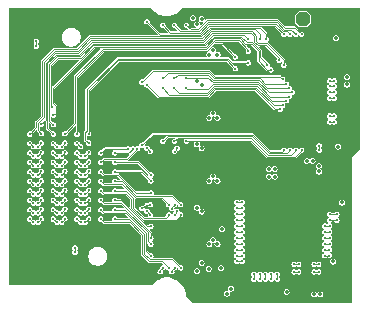
<source format=gbr>
%TF.GenerationSoftware,KiCad,Pcbnew,8.0.5*%
%TF.CreationDate,2025-10-24T05:54:48-05:00*%
%TF.ProjectId,iris-128s,69726973-2d31-4323-9873-2e6b69636164,1*%
%TF.SameCoordinates,Original*%
%TF.FileFunction,Copper,L5,Inr*%
%TF.FilePolarity,Positive*%
%FSLAX46Y46*%
G04 Gerber Fmt 4.6, Leading zero omitted, Abs format (unit mm)*
G04 Created by KiCad (PCBNEW 8.0.5) date 2025-10-24 05:54:48*
%MOMM*%
%LPD*%
G01*
G04 APERTURE LIST*
G04 Aperture macros list*
%AMOutline5P*
0 Free polygon, 5 corners , with rotation*
0 The origin of the aperture is its center*
0 number of corners: always 5*
0 $1 to $10 corner X, Y*
0 $11 Rotation angle, in degrees counterclockwise*
0 create outline with 5 corners*
4,1,5,$1,$2,$3,$4,$5,$6,$7,$8,$9,$10,$1,$2,$11*%
%AMOutline6P*
0 Free polygon, 6 corners , with rotation*
0 The origin of the aperture is its center*
0 number of corners: always 6*
0 $1 to $12 corner X, Y*
0 $13 Rotation angle, in degrees counterclockwise*
0 create outline with 6 corners*
4,1,6,$1,$2,$3,$4,$5,$6,$7,$8,$9,$10,$11,$12,$1,$2,$13*%
%AMOutline7P*
0 Free polygon, 7 corners , with rotation*
0 The origin of the aperture is its center*
0 number of corners: always 7*
0 $1 to $14 corner X, Y*
0 $15 Rotation angle, in degrees counterclockwise*
0 create outline with 7 corners*
4,1,7,$1,$2,$3,$4,$5,$6,$7,$8,$9,$10,$11,$12,$13,$14,$1,$2,$15*%
%AMOutline8P*
0 Free polygon, 8 corners , with rotation*
0 The origin of the aperture is its center*
0 number of corners: always 8*
0 $1 to $16 corner X, Y*
0 $17 Rotation angle, in degrees counterclockwise*
0 create outline with 8 corners*
4,1,8,$1,$2,$3,$4,$5,$6,$7,$8,$9,$10,$11,$12,$13,$14,$15,$16,$1,$2,$17*%
G04 Aperture macros list end*
%TA.AperFunction,ComponentPad*%
%ADD10Outline8P,-0.609600X0.252505X-0.252505X0.609600X0.252505X0.609600X0.609600X0.252505X0.609600X-0.252505X0.252505X-0.609600X-0.252505X-0.609600X-0.609600X-0.252505X90.000000*%
%TD*%
%TA.AperFunction,ViaPad*%
%ADD11C,0.355600*%
%TD*%
%TA.AperFunction,ViaPad*%
%ADD12C,0.304800*%
%TD*%
%TA.AperFunction,Conductor*%
%ADD13C,0.076200*%
%TD*%
G04 APERTURE END LIST*
D10*
%TO.N,/REF_ELEC*%
%TO.C,REF0*%
X120622500Y-81188000D03*
%TD*%
%TO.N,GND1*%
%TO.C,GND1*%
X124315000Y-81188000D03*
%TD*%
D11*
%TO.N,/analog_muxes_switches/SDO3*%
X111328200Y-81127600D03*
%TO.N,/SCLK_SW*%
X113004600Y-89179400D03*
X113004600Y-94513400D03*
X113004600Y-83820000D03*
X113004600Y-99872800D03*
D12*
X121952620Y-101961560D03*
X121571620Y-101961560D03*
D11*
%TO.N,/CSb_SW*%
X112699800Y-100253800D03*
X112699800Y-89560400D03*
X112699800Y-94894400D03*
X112699800Y-84201000D03*
D12*
X120250820Y-101961560D03*
X119869820Y-101961560D03*
D11*
%TO.N,/MISO_SW*%
X113669822Y-102275602D03*
D12*
X120250820Y-102596560D03*
X119869820Y-102596560D03*
D11*
%TO.N,/MOSI_SW*%
X113766600Y-98955860D03*
X112633760Y-102362000D03*
D12*
X121952620Y-102596560D03*
X121571620Y-102596560D03*
%TO.N,/REC1IN62*%
X120500760Y-82499200D03*
X110759240Y-81701640D03*
%TO.N,/REC1IN34*%
X119474560Y-87050740D03*
X109743240Y-86194900D03*
%TO.N,/REC1IN29*%
X119449160Y-87750740D03*
X110761780Y-87048340D03*
%TO.N,/REC1IN36*%
X119224560Y-86700740D03*
X108752640Y-86194900D03*
%TO.N,/REC1IN5*%
X119499360Y-92301060D03*
X108755180Y-91541600D03*
%TO.N,/REC1IN23*%
X118699160Y-88820740D03*
X107419140Y-86766400D03*
%TO.N,/REC1IN60*%
X120000760Y-82499200D03*
X109743240Y-81701640D03*
%TO.N,/REC1IN31*%
X119699160Y-87400740D03*
X110759240Y-86194900D03*
%TO.N,/REC1IN58*%
X119500760Y-82499200D03*
X108752640Y-81701640D03*
%TO.N,/REC1IN38*%
X118899160Y-86300740D03*
X106987340Y-86522560D03*
%TO.N,/REC1IN27*%
X119199160Y-88100740D03*
X109745780Y-87048340D03*
%TO.N,/REC1IN25*%
X118899160Y-88470740D03*
X108755180Y-87048340D03*
%TO.N,/REC1IN1*%
X120499360Y-92301060D03*
X110761780Y-91541600D03*
%TO.N,/REC1IN3*%
X119999360Y-92301060D03*
X109745780Y-91541600D03*
%TO.N,/REC1IN56*%
X119000760Y-82499200D03*
X107416600Y-81419700D03*
%TO.N,/REC1IN7*%
X118999360Y-92301060D03*
X106989880Y-91869260D03*
D11*
%TO.N,VDD2*%
X119242840Y-104287360D03*
X123903740Y-96723160D03*
X120957340Y-93194860D03*
X123190000Y-101716000D03*
X121434860Y-93194860D03*
D12*
%TO.N,/REF_ELEC*%
X122000000Y-92300000D03*
X101318060Y-100950600D03*
X98044000Y-83085100D03*
X98042720Y-83485360D03*
X122001280Y-91899740D03*
X101319340Y-100550340D03*
D11*
%TO.N,VDD3*%
X121571620Y-104501560D03*
X113385600Y-94894400D03*
X113385600Y-89560400D03*
X122079620Y-104501560D03*
X113385600Y-84201000D03*
X113385600Y-100253800D03*
D12*
%TO.N,/MISO1p*%
X123264490Y-89891240D03*
X122870790Y-89891240D03*
%TO.N,/SCLKm*%
X123266200Y-87399500D03*
X122872500Y-87399500D03*
%TO.N,/CSbp*%
X123266200Y-86900640D03*
X122872500Y-86900640D03*
D11*
%TO.N,/MOSIp*%
X124337820Y-86092620D03*
D12*
%TO.N,/SCLKp*%
X123266200Y-87900640D03*
X122872500Y-87900640D03*
D11*
%TO.N,/MOSIm*%
X124337820Y-86732620D03*
D12*
%TO.N,/CSbm*%
X123266200Y-86400640D03*
X122872500Y-86400640D03*
%TO.N,/MISO1m*%
X123266200Y-89400640D03*
X122872500Y-89400640D03*
%TO.N,/CSbp_STIM*%
X123492920Y-98216000D03*
X122870620Y-98215360D03*
%TO.N,/CSbm_STIM*%
X123494800Y-97716640D03*
X122872500Y-97716000D03*
%TO.N,/SCLKm_STIM*%
X122476920Y-98716000D03*
X122870620Y-98715360D03*
%TO.N,/SCLKp_STIM*%
X122476920Y-99216000D03*
X122870620Y-99215360D03*
%TO.N,/MOSIp_STIM*%
X122476920Y-100216000D03*
X122870620Y-100215360D03*
%TO.N,/MOSIm_STIM*%
X122476920Y-99716000D03*
X122870620Y-99715360D03*
%TO.N,/MISOp_STIM*%
X122475020Y-101216640D03*
X122868720Y-101216000D03*
%TO.N,/MISOm_STIM*%
X122475020Y-100716640D03*
X122868720Y-100716000D03*
%TO.N,/STIMIN13*%
X117450000Y-102784200D03*
X117450000Y-103216000D03*
%TO.N,/STIMIN14*%
X117950000Y-102784200D03*
X109961170Y-92127200D03*
X117950000Y-103216000D03*
X109747810Y-92409140D03*
%TO.N,/STIMIN3*%
X109519210Y-97233740D03*
X115468400Y-98216460D03*
X109747810Y-96902400D03*
X115036600Y-98216460D03*
%TO.N,/STIMIN5*%
X115468400Y-99216460D03*
X115036600Y-99216460D03*
%TO.N,/STIMIN10*%
X115468400Y-101716000D03*
X115036600Y-101716000D03*
%TO.N,/STIMIN12*%
X107701080Y-92407740D03*
X116950000Y-102784200D03*
X116950000Y-103216000D03*
X107421170Y-92127200D03*
%TO.N,/STIMIN8*%
X108529120Y-102582980D03*
X115468400Y-100716460D03*
X115036600Y-100716460D03*
X108757210Y-102252400D03*
%TO.N,/STIMIN7*%
X115468400Y-100216460D03*
X115036600Y-100216460D03*
%TO.N,/STIMIN6*%
X115468400Y-99716460D03*
X115036600Y-99716460D03*
%TO.N,/STIMIN9*%
X109519210Y-102582980D03*
X115468400Y-101216460D03*
X109747810Y-102252400D03*
X115036600Y-101216460D03*
%TO.N,/STIMIN0*%
X115468400Y-96716460D03*
X107700570Y-96899860D03*
X115036600Y-96716460D03*
X106991910Y-97230060D03*
%TO.N,/STIMIN2*%
X115468400Y-97716460D03*
X115036600Y-97716460D03*
%TO.N,/STIMIN11*%
X116450000Y-102784200D03*
X107700570Y-97756980D03*
X116450000Y-103216000D03*
X107421170Y-97477200D03*
%TO.N,/STIMIN15*%
X118450000Y-102784200D03*
X118450000Y-103216000D03*
%TO.N,/STIMIN4*%
X109951010Y-97477580D03*
X115468400Y-98716460D03*
X109747810Y-97759140D03*
X115036600Y-98716460D03*
%TO.N,/STIMIN1*%
X115468400Y-97216460D03*
X115036600Y-97216460D03*
%TO.N,/REC0IN10*%
X98470100Y-93287220D03*
X98191900Y-93603520D03*
%TO.N,/REC0IN52*%
X101488420Y-97325200D03*
X101804720Y-97603400D03*
%TO.N,/REC0IN62*%
X99488420Y-98125200D03*
X99804720Y-98403400D03*
%TO.N,/REC0IN49*%
X101488420Y-93325200D03*
X101804720Y-93603400D03*
%TO.N,/REC0IN63*%
X100470100Y-96487220D03*
X100191900Y-96803520D03*
%TO.N,/REC0IN24*%
X102470100Y-90887220D03*
X114901380Y-85396820D03*
%TO.N,/REC0IN60*%
X100470100Y-98087220D03*
X100191900Y-98403520D03*
%TO.N,/REC0IN27*%
X98470100Y-96487220D03*
X98191900Y-96803520D03*
%TO.N,/REC0IN30*%
X99488420Y-94125200D03*
X99804720Y-94403400D03*
%TO.N,/REC0IN56*%
X102470100Y-98087220D03*
X102191900Y-98403520D03*
%TO.N,/REC0IN32*%
X100470100Y-94087220D03*
X100191900Y-94403520D03*
%TO.N,/REC0IN11*%
X97488420Y-94125200D03*
X97804720Y-94403400D03*
%TO.N,/REC0IN20*%
X101488420Y-90925200D03*
X114901380Y-84396820D03*
%TO.N,/REC0IN57*%
X101488420Y-94925200D03*
X101804720Y-95203400D03*
%TO.N,/REC0IN55*%
X100470100Y-95687220D03*
X100191900Y-96003520D03*
%TO.N,/REC0IN48*%
X100470100Y-97287220D03*
X100191900Y-97603520D03*
%TO.N,/REC0IN50*%
X102470100Y-97287220D03*
X102191900Y-97603520D03*
%TO.N,/REC0IN34*%
X100470100Y-92487220D03*
X100191900Y-92803520D03*
%TO.N,/REC0IN42*%
X101488420Y-92525200D03*
X101804720Y-92803400D03*
%TO.N,/REC0IN18*%
X100470100Y-90887220D03*
X116001800Y-83896200D03*
%TO.N,/REC0IN41*%
X102470100Y-94887220D03*
X102191900Y-95203520D03*
%TO.N,/REC0IN31*%
X100470100Y-91687220D03*
X100191900Y-92003520D03*
%TO.N,/REC0IN58*%
X101488420Y-98125200D03*
X101804720Y-98403400D03*
%TO.N,/REC0IN54*%
X98470100Y-98087220D03*
X98191900Y-98403520D03*
%TO.N,/REC0IN47*%
X102470100Y-96487220D03*
X102191900Y-96803520D03*
%TO.N,/REC0IN3*%
X97488420Y-97325200D03*
X97804720Y-97603400D03*
%TO.N,/REC0IN5*%
X97488420Y-96525200D03*
X97804720Y-96803400D03*
%TO.N,/REC0IN23*%
X98470100Y-94887220D03*
X98191900Y-95203520D03*
%TO.N,/REC0IN59*%
X99488420Y-96525200D03*
X99804720Y-96803400D03*
%TO.N,/REC0IN9*%
X97488420Y-94925200D03*
X97804720Y-95203400D03*
%TO.N,/REC0IN6*%
X98470100Y-91687220D03*
X98191900Y-92003520D03*
%TO.N,/REC0IN37*%
X102470100Y-93287220D03*
X102191900Y-93603520D03*
%TO.N,/REC0IN46*%
X99488420Y-97325200D03*
X99804720Y-97603400D03*
%TO.N,/REC0IN19*%
X99412220Y-88626800D03*
X117601720Y-85096400D03*
%TO.N,/REC0IN8*%
X98470100Y-92487220D03*
X98191900Y-92803520D03*
%TO.N,/REC0IN25*%
X98470100Y-95687220D03*
X98191900Y-96003520D03*
%TO.N,/REC0IN38*%
X100470100Y-93287220D03*
X100191900Y-93603520D03*
%TO.N,/REC0IN17*%
X99488420Y-90125200D03*
X116001800Y-82897980D03*
%TO.N,/REC0IN13*%
X97488420Y-90925200D03*
X117500400Y-82897980D03*
%TO.N,/REC0IN45*%
X101488420Y-96525200D03*
X101804720Y-96803400D03*
%TO.N,/REC0IN7*%
X97488420Y-95725200D03*
X97804720Y-96003400D03*
%TO.N,/REC0IN12*%
X98470100Y-90087220D03*
X119001540Y-85097620D03*
%TO.N,/REC0IN40*%
X99488420Y-94925200D03*
X99804720Y-95203400D03*
%TO.N,/REC0IN2*%
X97488420Y-92525200D03*
X97804720Y-92803400D03*
%TO.N,/REC0IN33*%
X101488420Y-91725200D03*
X101804720Y-92003400D03*
%TO.N,/REC0IN15*%
X98470100Y-90887220D03*
X117000400Y-82897980D03*
%TO.N,/REC0IN14*%
X99488420Y-90925200D03*
X118601540Y-84697620D03*
%TO.N,/REC0IN44*%
X102470100Y-92487220D03*
X102191900Y-92803520D03*
%TO.N,/REC0IN35*%
X100470100Y-94887220D03*
X100191900Y-95203520D03*
%TO.N,/REC0IN1*%
X97488420Y-98125200D03*
X97804720Y-98403400D03*
%TO.N,/REC0IN39*%
X102470100Y-94087220D03*
X102191900Y-94403520D03*
%TO.N,/REC0IN26*%
X99488420Y-91725200D03*
X99804720Y-92003400D03*
%TO.N,/REC0IN61*%
X102470100Y-95687220D03*
X102191900Y-96003520D03*
%TO.N,/REC0IN22*%
X102470100Y-91687220D03*
X116001800Y-84896200D03*
%TO.N,/REC0IN53*%
X101488420Y-94125200D03*
X101804720Y-94403400D03*
%TO.N,/REC0IN51*%
X99488420Y-95725200D03*
X99804720Y-96003400D03*
%TO.N,/REC0IN0*%
X97488420Y-93325200D03*
X97804720Y-93603400D03*
%TO.N,/REC0IN29*%
X98470100Y-97287220D03*
X98191900Y-97603520D03*
%TO.N,/REC0IN36*%
X99488420Y-93325200D03*
X99804720Y-93603400D03*
%TO.N,/REC0IN16*%
X98470100Y-94087220D03*
X98191900Y-94403520D03*
%TO.N,/REC0IN43*%
X101488420Y-95725200D03*
X101804720Y-96003400D03*
%TO.N,/REC0IN28*%
X99488420Y-92525200D03*
X99804720Y-92803400D03*
%TO.N,/REC0IN4*%
X97488420Y-91725200D03*
X97804720Y-92003400D03*
%TO.N,/REC0IN21*%
X99488420Y-89325200D03*
X117901720Y-85496400D03*
D11*
%TO.N,VDD1*%
X121965720Y-93621580D03*
X121965720Y-94099100D03*
X123587097Y-91986100D03*
X123445657Y-82801820D03*
%TO.N,GND1*%
X118145600Y-104287360D03*
X124000000Y-94000000D03*
X122842020Y-96042160D03*
X124000000Y-101000000D03*
X105700000Y-103100000D03*
X123600000Y-84600000D03*
X114495580Y-94513400D03*
X100146180Y-84821180D03*
X96200000Y-97800000D03*
X121932700Y-94683580D03*
X111000000Y-103200000D03*
X124000000Y-104800000D03*
X96200000Y-88300000D03*
X113600000Y-103100000D03*
X96200000Y-85000000D03*
X124000000Y-85400000D03*
X124000000Y-99000000D03*
X96300000Y-80900000D03*
X101000000Y-101900000D03*
X113792000Y-83820000D03*
X114400000Y-95300000D03*
X97996979Y-84803400D03*
X96200000Y-99100000D03*
X112500000Y-104800000D03*
X122341640Y-103230680D03*
X107008740Y-87589060D03*
X105000000Y-101000000D03*
X106400000Y-101400000D03*
X120906540Y-92102940D03*
X102174779Y-84803400D03*
X122326400Y-81851500D03*
X118000000Y-80700000D03*
X99819179Y-99203400D03*
X103996979Y-99203400D03*
X116000000Y-80700000D03*
X114310160Y-103014780D03*
X124000000Y-103000000D03*
X104174779Y-84803400D03*
X107800000Y-80800000D03*
X113792000Y-94513400D03*
X106615040Y-95341140D03*
X119869820Y-94976560D03*
X124400000Y-84500000D03*
X97819179Y-99203400D03*
X120611900Y-82067400D03*
X98000000Y-102000000D03*
X96200000Y-103100000D03*
X122374660Y-104068880D03*
X113500000Y-80800000D03*
X115003580Y-92120720D03*
X122000000Y-93000000D03*
X123903740Y-97185480D03*
X124000000Y-96000000D03*
X106700000Y-81600000D03*
X105700000Y-80900000D03*
X98000000Y-82000000D03*
X124416820Y-82763360D03*
X106200000Y-91600000D03*
X119100000Y-93400000D03*
X110600000Y-80800000D03*
X102000000Y-81900000D03*
X101844579Y-99203400D03*
X113792000Y-89281000D03*
X117400000Y-93400000D03*
X124040900Y-88783160D03*
X100000000Y-81900000D03*
X106200000Y-99100000D03*
X113792000Y-99872800D03*
X106600000Y-97000000D03*
X114193320Y-103600840D03*
X96200000Y-86700000D03*
D12*
%TO.N,/RS10*%
X103488420Y-94125200D03*
X107751880Y-95900000D03*
%TO.N,/RS12*%
X103488420Y-93325200D03*
X106603800Y-92171520D03*
%TO.N,/RS3*%
X104688420Y-97325200D03*
X107751880Y-100250000D03*
%TO.N,/RS9*%
X104688420Y-94925200D03*
X110256320Y-96901000D03*
%TO.N,/RS14*%
X103488420Y-92525200D03*
X105791000Y-92171520D03*
%TO.N,/RS8*%
X103488420Y-94925200D03*
X109265720Y-96901000D03*
%TO.N,/RS5*%
X104688420Y-96525200D03*
X107751880Y-98750000D03*
%TO.N,/RS6*%
X103488420Y-95725200D03*
X110256320Y-97759520D03*
%TO.N,/RS11*%
X104688420Y-94125200D03*
X107751880Y-94900000D03*
%TO.N,/RS7*%
X104688420Y-95725200D03*
X109265720Y-97759520D03*
%TO.N,/RS13*%
X104688420Y-93325200D03*
X107751880Y-94399100D03*
%TO.N,/RS15*%
X104688420Y-92525200D03*
X106197400Y-92171520D03*
%TO.N,/RS2*%
X103488420Y-97325200D03*
X107751880Y-101250000D03*
%TO.N,/RS0*%
X103488420Y-98125200D03*
X109265720Y-102252780D03*
%TO.N,/RS1*%
X104688420Y-98125200D03*
X110256320Y-102252780D03*
%TO.N,/RS4*%
X103488420Y-96525200D03*
X107751880Y-99750000D03*
D11*
%TO.N,VSS_SW*%
X111653000Y-81650000D03*
X111633000Y-86461600D03*
X111633000Y-97155000D03*
X111633000Y-102514400D03*
X111633000Y-91808300D03*
X114193320Y-104429560D03*
%TO.N,VDD_SW*%
X112039400Y-81200000D03*
X112039400Y-92138500D03*
X112039400Y-101854000D03*
X114531140Y-104018080D03*
X112039400Y-97485200D03*
X112039400Y-86791800D03*
%TO.N,VSTIMp*%
X117749320Y-93903800D03*
X118226840Y-93903800D03*
%TO.N,VSTIMm*%
X118226840Y-94526100D03*
X117749320Y-94526100D03*
%TD*%
D13*
%TO.N,/SCLK_SW*%
X121952620Y-101961560D02*
X121571620Y-101961560D01*
%TO.N,/CSb_SW*%
X120250820Y-101961560D02*
X119869820Y-101961560D01*
%TO.N,/MISO_SW*%
X120250820Y-102596560D02*
X119869820Y-102596560D01*
%TO.N,/MOSI_SW*%
X121952620Y-102596560D02*
X121571620Y-102596560D01*
%TO.N,/REC1IN62*%
X119929260Y-81927700D02*
X120500760Y-82499200D01*
X119075838Y-81927700D02*
X119929260Y-81927700D01*
X110759240Y-81701640D02*
X111104680Y-82047080D01*
X118456078Y-81307940D02*
X119075838Y-81927700D01*
X112491520Y-81307940D02*
X118456078Y-81307940D01*
X111104680Y-82047080D02*
X111752380Y-82047080D01*
X111752380Y-82047080D02*
X112491520Y-81307940D01*
%TO.N,/REC1IN34*%
X116903390Y-86372700D02*
X117581430Y-87050740D01*
X109743240Y-86194900D02*
X110009940Y-85928200D01*
X110009940Y-85928200D02*
X112572426Y-85928200D01*
X112572426Y-85928200D02*
X113016926Y-86372700D01*
X116903390Y-86372700D02*
X113016926Y-86372700D01*
X117581430Y-87050740D02*
X119449160Y-87050740D01*
%TO.N,/REC1IN29*%
X112585500Y-87109300D02*
X113002060Y-86692740D01*
X116792378Y-86692740D02*
X113002060Y-86692740D01*
X110761780Y-87048340D02*
X110822740Y-87109300D01*
X116792378Y-86692740D02*
X117850378Y-87750740D01*
X110822740Y-87109300D02*
X112585500Y-87109300D01*
X117850378Y-87750740D02*
X119449160Y-87750740D01*
%TO.N,/REC1IN36*%
X112635552Y-85775800D02*
X113080052Y-86220300D01*
X108752640Y-86194900D02*
X109171740Y-85775800D01*
X113080052Y-86220300D02*
X116966516Y-86220300D01*
X117446216Y-86700000D02*
X119198420Y-86700000D01*
X119198420Y-86700000D02*
X119199160Y-86700740D01*
X116966516Y-86220300D02*
X117446216Y-86700000D01*
X109171740Y-85775800D02*
X112635552Y-85775800D01*
%TO.N,/REC1IN5*%
X117733332Y-92567760D02*
X119232660Y-92567760D01*
X116288072Y-91122500D02*
X117733332Y-92567760D01*
X119232660Y-92567760D02*
X119499360Y-92301060D01*
X108755180Y-91541600D02*
X109174280Y-91122500D01*
X109174280Y-91122500D02*
X116288072Y-91122500D01*
%TO.N,/REC1IN23*%
X112584378Y-87757000D02*
X113191438Y-87149940D01*
X113191438Y-87149940D02*
X116603000Y-87149940D01*
X108409740Y-87757000D02*
X112584378Y-87757000D01*
X118697140Y-88818720D02*
X118699160Y-88820740D01*
X118271780Y-88818720D02*
X118697140Y-88818720D01*
X107419140Y-86766400D02*
X108409740Y-87757000D01*
X116603000Y-87149940D02*
X118271780Y-88818720D01*
%TO.N,/REC1IN60*%
X119581660Y-82080100D02*
X120000760Y-82499200D01*
X118392952Y-81460340D02*
X119012712Y-82080100D01*
X119012712Y-82080100D02*
X119581660Y-82080100D01*
X109743240Y-81701640D02*
X110241080Y-82199480D01*
X112554646Y-81460340D02*
X118392952Y-81460340D01*
X110241080Y-82199480D02*
X111815506Y-82199480D01*
X111815506Y-82199480D02*
X112554646Y-81460340D01*
%TO.N,/REC1IN31*%
X112598200Y-86169500D02*
X112969040Y-86540340D01*
X112969040Y-86540340D02*
X116855504Y-86540340D01*
X117715904Y-87400740D02*
X119699160Y-87400740D01*
X110784640Y-86169500D02*
X112598200Y-86169500D01*
X110759240Y-86194900D02*
X110784640Y-86169500D01*
X116855504Y-86540340D02*
X117715904Y-87400740D01*
%TO.N,/REC1IN58*%
X118949586Y-82232500D02*
X119234060Y-82232500D01*
X119234060Y-82232500D02*
X119500760Y-82499200D01*
X111878632Y-82351880D02*
X112617772Y-81612740D01*
X118329826Y-81612740D02*
X118949586Y-82232500D01*
X109402880Y-82351880D02*
X111878632Y-82351880D01*
X108752640Y-81701640D02*
X109402880Y-82351880D01*
X112617772Y-81612740D02*
X118329826Y-81612740D01*
%TO.N,/REC1IN38*%
X112698678Y-85623400D02*
X113143178Y-86067900D01*
X107886500Y-85623400D02*
X112698678Y-85623400D01*
X118666320Y-86067900D02*
X118899160Y-86300740D01*
X106987340Y-86522560D02*
X107886500Y-85623400D01*
X113143178Y-86067900D02*
X118666320Y-86067900D01*
%TO.N,/REC1IN27*%
X110149640Y-87452200D02*
X112458126Y-87452200D01*
X112458126Y-87452200D02*
X113065186Y-86845140D01*
X116729252Y-86845140D02*
X117984852Y-88100740D01*
X117984852Y-88100740D02*
X119199160Y-88100740D01*
X113065186Y-86845140D02*
X116729252Y-86845140D01*
X109745780Y-87048340D02*
X110149640Y-87452200D01*
%TO.N,/REC1IN25*%
X118139326Y-88470740D02*
X118899160Y-88470740D01*
X109311440Y-87604600D02*
X112521252Y-87604600D01*
X112521252Y-87604600D02*
X113128312Y-86997540D01*
X116666126Y-86997540D02*
X118139326Y-88470740D01*
X116666126Y-86997540D02*
X113128312Y-86997540D01*
X108755180Y-87048340D02*
X109311440Y-87604600D01*
%TO.N,/REC1IN1*%
X110787180Y-91516200D02*
X116250720Y-91516200D01*
X110761780Y-91541600D02*
X110787180Y-91516200D01*
X116250720Y-91516200D02*
X117607080Y-92872560D01*
X119927860Y-92872560D02*
X120499360Y-92301060D01*
X117607080Y-92872560D02*
X119927860Y-92872560D01*
%TO.N,/REC1IN3*%
X116224946Y-91274900D02*
X117670206Y-92720160D01*
X110012480Y-91274900D02*
X116224946Y-91274900D01*
X117670206Y-92720160D02*
X119580260Y-92720160D01*
X109745780Y-91541600D02*
X110012480Y-91274900D01*
X119580260Y-92720160D02*
X119999360Y-92301060D01*
%TO.N,/REC1IN56*%
X112680898Y-81765140D02*
X118266700Y-81765140D01*
X118266700Y-81765140D02*
X119000760Y-82499200D01*
X107416600Y-81419700D02*
X108501180Y-82504280D01*
X108501180Y-82504280D02*
X111941758Y-82504280D01*
X111941758Y-82504280D02*
X112680898Y-81765140D01*
%TO.N,/REC1IN7*%
X117796458Y-92415360D02*
X118885060Y-92415360D01*
X106989880Y-91869260D02*
X107889040Y-90970100D01*
X107889040Y-90970100D02*
X116351198Y-90970100D01*
X116351198Y-90970100D02*
X117796458Y-92415360D01*
X118885060Y-92415360D02*
X118999360Y-92301060D01*
%TO.N,/REF_ELEC*%
X122000000Y-91901020D02*
X122001280Y-91899740D01*
X122000000Y-92300000D02*
X122000000Y-91901020D01*
X101318060Y-100551620D02*
X101319340Y-100550340D01*
X101318060Y-100950600D02*
X101318060Y-100551620D01*
X98044000Y-83085100D02*
X98044000Y-83484080D01*
X98044000Y-83484080D02*
X98042720Y-83485360D01*
%TO.N,/MISO1p*%
X123264490Y-89891240D02*
X122870790Y-89891240D01*
%TO.N,/SCLKm*%
X123266200Y-87399500D02*
X122872500Y-87399500D01*
%TO.N,/CSbp*%
X122872500Y-86900640D02*
X123266200Y-86900640D01*
%TO.N,/SCLKp*%
X122872500Y-87900640D02*
X123266200Y-87900640D01*
%TO.N,/CSbm*%
X123266200Y-86400640D02*
X122872500Y-86400640D01*
%TO.N,/MISO1m*%
X123266200Y-89400640D02*
X122872500Y-89400640D01*
%TO.N,/CSbp_STIM*%
X122870620Y-98215360D02*
X123492280Y-98215360D01*
X123492280Y-98215360D02*
X123492920Y-98216000D01*
%TO.N,/CSbm_STIM*%
X123494800Y-97716640D02*
X123494160Y-97716000D01*
X123494160Y-97716000D02*
X122872500Y-97716000D01*
%TO.N,/SCLKm_STIM*%
X122476920Y-98716000D02*
X122869980Y-98716000D01*
X122869980Y-98716000D02*
X122870620Y-98715360D01*
%TO.N,/SCLKp_STIM*%
X122870620Y-99215360D02*
X122477560Y-99215360D01*
X122477560Y-99215360D02*
X122476920Y-99216000D01*
%TO.N,/MOSIp_STIM*%
X122477560Y-100215360D02*
X122476920Y-100216000D01*
X122870620Y-100215360D02*
X122477560Y-100215360D01*
%TO.N,/MOSIm_STIM*%
X122476920Y-99716000D02*
X122869980Y-99716000D01*
X122869980Y-99716000D02*
X122870620Y-99715360D01*
%TO.N,/MISOp_STIM*%
X122475660Y-101216000D02*
X122475020Y-101216640D01*
X122868720Y-101216000D02*
X122475660Y-101216000D01*
%TO.N,/MISOm_STIM*%
X122475660Y-100716000D02*
X122475020Y-100716640D01*
X122868720Y-100716000D02*
X122475660Y-100716000D01*
%TO.N,/STIMIN13*%
X117450000Y-102784200D02*
X117450000Y-103216000D01*
%TO.N,/STIMIN14*%
X109747810Y-92409140D02*
X109747810Y-92340560D01*
X109747810Y-92340560D02*
X109961170Y-92127200D01*
X117950000Y-102784200D02*
X117950000Y-103216000D01*
%TO.N,/STIMIN3*%
X109519210Y-97131000D02*
X109747810Y-96902400D01*
X109519210Y-97233740D02*
X109519210Y-97131000D01*
X115468400Y-98216460D02*
X115036600Y-98216460D01*
%TO.N,/STIMIN5*%
X115468400Y-99216460D02*
X115036600Y-99216460D01*
%TO.N,/STIMIN10*%
X115036600Y-101716000D02*
X115468400Y-101716000D01*
%TO.N,/STIMIN12*%
X116950000Y-102784200D02*
X116950000Y-103216000D01*
X107421170Y-92127830D02*
X107701080Y-92407740D01*
X107421170Y-92127200D02*
X107421170Y-92127830D01*
%TO.N,/STIMIN8*%
X108529120Y-102582980D02*
X108529120Y-102480490D01*
X108529120Y-102480490D02*
X108757210Y-102252400D01*
X115036600Y-100716460D02*
X115468400Y-100716460D01*
%TO.N,/STIMIN7*%
X115468400Y-100216460D02*
X115036600Y-100216460D01*
%TO.N,/STIMIN6*%
X115036600Y-99716460D02*
X115468400Y-99716460D01*
%TO.N,/STIMIN9*%
X109519210Y-102481000D02*
X109747810Y-102252400D01*
X109519210Y-102582980D02*
X109519210Y-102481000D01*
X115468400Y-101216460D02*
X115036600Y-101216460D01*
%TO.N,/STIMIN0*%
X106991910Y-97230060D02*
X107322110Y-96899860D01*
X115036600Y-96716460D02*
X115468400Y-96716460D01*
X107322110Y-96899860D02*
X107700570Y-96899860D01*
%TO.N,/STIMIN2*%
X115036600Y-97716460D02*
X115468400Y-97716460D01*
%TO.N,/STIMIN11*%
X116450000Y-102784200D02*
X116450000Y-103216000D01*
X107700570Y-97756980D02*
X107700570Y-97756600D01*
X107700570Y-97756600D02*
X107421170Y-97477200D01*
%TO.N,/STIMIN15*%
X118450000Y-102784200D02*
X118450000Y-103216000D01*
%TO.N,/STIMIN4*%
X109747810Y-97759140D02*
X109747810Y-97680780D01*
X115036600Y-98716460D02*
X115468400Y-98716460D01*
X109747810Y-97680780D02*
X109951010Y-97477580D01*
%TO.N,/STIMIN1*%
X115468400Y-97216460D02*
X115036600Y-97216460D01*
%TO.N,/REC0IN10*%
X98191900Y-93565420D02*
X98470100Y-93287220D01*
X98191900Y-93603520D02*
X98191900Y-93565420D01*
%TO.N,/REC0IN52*%
X101804720Y-97603400D02*
X101766620Y-97603400D01*
X101766620Y-97603400D02*
X101488420Y-97325200D01*
%TO.N,/REC0IN62*%
X99766620Y-98403400D02*
X99488420Y-98125200D01*
X99804720Y-98403400D02*
X99766620Y-98403400D01*
%TO.N,/REC0IN49*%
X101804720Y-93603400D02*
X101766620Y-93603400D01*
X101766620Y-93603400D02*
X101488420Y-93325200D01*
%TO.N,/REC0IN63*%
X100191900Y-96765420D02*
X100470100Y-96487220D01*
X100191900Y-96803520D02*
X100191900Y-96765420D01*
%TO.N,/REC0IN24*%
X114901380Y-85396820D02*
X114195780Y-84691220D01*
X114195780Y-84691220D02*
X104985446Y-84691220D01*
X104985446Y-84691220D02*
X102470100Y-87206566D01*
X102470100Y-87206566D02*
X102470100Y-90887220D01*
%TO.N,/REC0IN60*%
X100191900Y-98365420D02*
X100470100Y-98087220D01*
X100191900Y-98403520D02*
X100191900Y-98365420D01*
%TO.N,/REC0IN27*%
X98191900Y-96765420D02*
X98470100Y-96487220D01*
X98191900Y-96803520D02*
X98191900Y-96765420D01*
%TO.N,/REC0IN30*%
X99804720Y-94403400D02*
X99766620Y-94403400D01*
X99766620Y-94403400D02*
X99488420Y-94125200D01*
%TO.N,/REC0IN56*%
X102191900Y-98365420D02*
X102470100Y-98087220D01*
X102191900Y-98403520D02*
X102191900Y-98365420D01*
%TO.N,/REC0IN32*%
X100191900Y-94403520D02*
X100191900Y-94365420D01*
X100191900Y-94365420D02*
X100470100Y-94087220D01*
%TO.N,/REC0IN11*%
X97804720Y-94403400D02*
X97766620Y-94403400D01*
X97766620Y-94403400D02*
X97488420Y-94125200D01*
%TO.N,/REC0IN20*%
X114901380Y-84396820D02*
X113821640Y-83317080D01*
X113068692Y-83317080D02*
X112509892Y-83875880D01*
X112509892Y-83875880D02*
X103730917Y-83875880D01*
X101488420Y-86118377D02*
X101488420Y-90925200D01*
X103730917Y-83875880D02*
X101488420Y-86118377D01*
X113821640Y-83317080D02*
X113068692Y-83317080D01*
%TO.N,/REC0IN57*%
X101766620Y-95203400D02*
X101488420Y-94925200D01*
X101804720Y-95203400D02*
X101766620Y-95203400D01*
%TO.N,/REC0IN55*%
X100191900Y-96003520D02*
X100191900Y-95965420D01*
X100191900Y-95965420D02*
X100470100Y-95687220D01*
%TO.N,/REC0IN48*%
X100191900Y-97603520D02*
X100191900Y-97565420D01*
X100191900Y-97565420D02*
X100470100Y-97287220D01*
%TO.N,/REC0IN50*%
X102191900Y-97603520D02*
X102191900Y-97565420D01*
X102191900Y-97565420D02*
X102470100Y-97287220D01*
%TO.N,/REC0IN34*%
X100191900Y-92803520D02*
X100191900Y-92765420D01*
X100191900Y-92765420D02*
X100470100Y-92487220D01*
%TO.N,/REC0IN42*%
X101804720Y-92803400D02*
X101766620Y-92803400D01*
X101766620Y-92803400D02*
X101488420Y-92525200D01*
%TO.N,/REC0IN18*%
X116001800Y-83781526D02*
X115204614Y-82984340D01*
X112446766Y-83723480D02*
X103667791Y-83723480D01*
X103667791Y-83723480D02*
X101336020Y-86055251D01*
X101336020Y-86055251D02*
X101336020Y-90021300D01*
X116001800Y-83896200D02*
X116001800Y-83781526D01*
X101336020Y-90021300D02*
X100470100Y-90887220D01*
X115204614Y-82984340D02*
X113185906Y-82984340D01*
X113185906Y-82984340D02*
X112446766Y-83723480D01*
%TO.N,/REC0IN41*%
X102191900Y-95203520D02*
X102191900Y-95165420D01*
X102191900Y-95165420D02*
X102470100Y-94887220D01*
%TO.N,/REC0IN31*%
X100191900Y-92003520D02*
X100191900Y-91965420D01*
X100191900Y-91965420D02*
X100470100Y-91687220D01*
%TO.N,/REC0IN58*%
X101766620Y-98403400D02*
X101488420Y-98125200D01*
X101804720Y-98403400D02*
X101766620Y-98403400D01*
%TO.N,/REC0IN54*%
X98191900Y-98403520D02*
X98191900Y-98365420D01*
X98191900Y-98365420D02*
X98470100Y-98087220D01*
%TO.N,/REC0IN47*%
X102191900Y-96765420D02*
X102470100Y-96487220D01*
X102191900Y-96803520D02*
X102191900Y-96765420D01*
%TO.N,/REC0IN3*%
X97804720Y-97603400D02*
X97766620Y-97603400D01*
X97766620Y-97603400D02*
X97488420Y-97325200D01*
%TO.N,/REC0IN5*%
X97804720Y-96803400D02*
X97766620Y-96803400D01*
X97766620Y-96803400D02*
X97488420Y-96525200D01*
%TO.N,/REC0IN23*%
X98191900Y-95203520D02*
X98191900Y-95165420D01*
X98191900Y-95165420D02*
X98470100Y-94887220D01*
%TO.N,/REC0IN59*%
X99804720Y-96803400D02*
X99766620Y-96803400D01*
X99766620Y-96803400D02*
X99488420Y-96525200D01*
%TO.N,/REC0IN9*%
X97766620Y-95203400D02*
X97488420Y-94925200D01*
X97804720Y-95203400D02*
X97766620Y-95203400D01*
%TO.N,/REC0IN6*%
X98191900Y-92003520D02*
X98191900Y-91965420D01*
X98191900Y-91965420D02*
X98470100Y-91687220D01*
%TO.N,/REC0IN37*%
X102191900Y-93603520D02*
X102191900Y-93565420D01*
X102191900Y-93565420D02*
X102470100Y-93287220D01*
%TO.N,/REC0IN46*%
X99766620Y-97603400D02*
X99488420Y-97325200D01*
X99804720Y-97603400D02*
X99766620Y-97603400D01*
%TO.N,/REC0IN19*%
X101791954Y-84510580D02*
X102883854Y-83418680D01*
X99297920Y-88512500D02*
X99297920Y-85063570D01*
X99297920Y-85063570D02*
X99850910Y-84510580D01*
X112320514Y-83418680D02*
X113059654Y-82679540D01*
X115376960Y-82679540D02*
X115862100Y-83164680D01*
X117020340Y-83837406D02*
X117020340Y-84414360D01*
X99850910Y-84510580D02*
X101791954Y-84510580D01*
X117020340Y-84414360D02*
X117601720Y-84995740D01*
X99412220Y-88626800D02*
X99297920Y-88512500D01*
X102883854Y-83418680D02*
X112320514Y-83418680D01*
X117601720Y-84995740D02*
X117601720Y-85096400D01*
X115862100Y-83164680D02*
X116347614Y-83164680D01*
X113059654Y-82679540D02*
X115376960Y-82679540D01*
X116347614Y-83164680D02*
X117020340Y-83837406D01*
%TO.N,/REC0IN8*%
X98191900Y-92803520D02*
X98191900Y-92765420D01*
X98191900Y-92765420D02*
X98470100Y-92487220D01*
%TO.N,/REC0IN25*%
X98191900Y-95965420D02*
X98470100Y-95687220D01*
X98191900Y-96003520D02*
X98191900Y-95965420D01*
%TO.N,/REC0IN38*%
X100191900Y-93565420D02*
X100470100Y-93287220D01*
X100191900Y-93603520D02*
X100191900Y-93565420D01*
%TO.N,/REC0IN17*%
X101728828Y-84358180D02*
X102820728Y-83266280D01*
X99488420Y-90125200D02*
X99145520Y-89782300D01*
X115630960Y-82527140D02*
X116001800Y-82897980D01*
X99145520Y-89782300D02*
X99145520Y-85000444D01*
X112257388Y-83266280D02*
X112996528Y-82527140D01*
X99787784Y-84358180D02*
X101728828Y-84358180D01*
X99145520Y-85000444D02*
X99787784Y-84358180D01*
X102820728Y-83266280D02*
X112257388Y-83266280D01*
X112996528Y-82527140D02*
X115630960Y-82527140D01*
%TO.N,/REC0IN13*%
X117500400Y-82897980D02*
X117500400Y-82427500D01*
X98051000Y-89913623D02*
X98051000Y-90362620D01*
X102568224Y-82656680D02*
X101476324Y-83748580D01*
X98535920Y-89428703D02*
X98051000Y-89913623D01*
X112744024Y-81917540D02*
X112004884Y-82656680D01*
X101476324Y-83748580D02*
X99535280Y-83748580D01*
X98051000Y-90362620D02*
X97488420Y-90925200D01*
X116990440Y-81917540D02*
X112744024Y-81917540D01*
X117500400Y-82427500D02*
X116990440Y-81917540D01*
X98535920Y-84747940D02*
X98535920Y-89428703D01*
X112004884Y-82656680D02*
X102568224Y-82656680D01*
X99535280Y-83748580D02*
X98535920Y-84747940D01*
%TO.N,/REC0IN45*%
X101766620Y-96803400D02*
X101488420Y-96525200D01*
X101804720Y-96803400D02*
X101766620Y-96803400D01*
%TO.N,/REC0IN7*%
X97804720Y-96003400D02*
X97766620Y-96003400D01*
X97766620Y-96003400D02*
X97488420Y-95725200D01*
%TO.N,/REC0IN12*%
X98840720Y-89716600D02*
X98840720Y-84874192D01*
X98840720Y-84874192D02*
X99661532Y-84053380D01*
X116657120Y-82603714D02*
X116657120Y-83040220D01*
X112870276Y-82222340D02*
X116275746Y-82222340D01*
X99661532Y-84053380D02*
X101602576Y-84053380D01*
X112131136Y-82961480D02*
X112870276Y-82222340D01*
X116275746Y-82222340D02*
X116657120Y-82603714D01*
X116657120Y-83040220D02*
X116857780Y-83240880D01*
X117561360Y-83240880D02*
X119001540Y-84681060D01*
X101602576Y-84053380D02*
X102694476Y-82961480D01*
X119001540Y-84681060D02*
X119001540Y-85097620D01*
X116857780Y-83240880D02*
X117561360Y-83240880D01*
X102694476Y-82961480D02*
X112131136Y-82961480D01*
X98470100Y-90087220D02*
X98840720Y-89716600D01*
%TO.N,/REC0IN40*%
X99804720Y-95203400D02*
X99766620Y-95203400D01*
X99766620Y-95203400D02*
X99488420Y-94925200D01*
%TO.N,/REC0IN2*%
X97804720Y-92803400D02*
X97766620Y-92803400D01*
X97766620Y-92803400D02*
X97488420Y-92525200D01*
%TO.N,/REC0IN33*%
X101766620Y-92003400D02*
X101488420Y-91725200D01*
X101804720Y-92003400D02*
X101766620Y-92003400D01*
%TO.N,/REC0IN15*%
X98688320Y-84811066D02*
X98688320Y-89491829D01*
X112807150Y-82069940D02*
X112068010Y-82809080D01*
X98203400Y-89976749D02*
X98203400Y-90620520D01*
X101539450Y-83900980D02*
X99598406Y-83900980D01*
X112068010Y-82809080D02*
X102631350Y-82809080D01*
X102631350Y-82809080D02*
X101539450Y-83900980D01*
X98688320Y-89491829D02*
X98203400Y-89976749D01*
X116574500Y-82069940D02*
X112807150Y-82069940D01*
X99598406Y-83900980D02*
X98688320Y-84811066D01*
X117000400Y-82897980D02*
X117000400Y-82497800D01*
X117000400Y-82497800D02*
X117001380Y-82496820D01*
X117001380Y-82496820D02*
X116574500Y-82069940D01*
X98203400Y-90620520D02*
X98470100Y-90887220D01*
%TO.N,/REC0IN14*%
X116502180Y-83103720D02*
X116791740Y-83393280D01*
X99488420Y-90925200D02*
X98993120Y-90429900D01*
X101665702Y-84205780D02*
X102757602Y-83113880D01*
X116791740Y-83393280D02*
X117498234Y-83393280D01*
X116212620Y-82374740D02*
X116502180Y-82664300D01*
X99724658Y-84205780D02*
X101665702Y-84205780D01*
X102757602Y-83113880D02*
X112194262Y-83113880D01*
X112933402Y-82374740D02*
X116212620Y-82374740D01*
X118601540Y-84496586D02*
X118601540Y-84697620D01*
X98993120Y-84937318D02*
X99724658Y-84205780D01*
X112194262Y-83113880D02*
X112933402Y-82374740D01*
X98993120Y-90429900D02*
X98993120Y-84937318D01*
X117498234Y-83393280D02*
X118601540Y-84496586D01*
X116502180Y-82664300D02*
X116502180Y-83103720D01*
%TO.N,/REC0IN44*%
X102191900Y-92765420D02*
X102470100Y-92487220D01*
X102191900Y-92803520D02*
X102191900Y-92765420D01*
%TO.N,/REC0IN35*%
X100191900Y-95165420D02*
X100470100Y-94887220D01*
X100191900Y-95203520D02*
X100191900Y-95165420D01*
%TO.N,/REC0IN1*%
X97766620Y-98403400D02*
X97488420Y-98125200D01*
X97804720Y-98403400D02*
X97766620Y-98403400D01*
%TO.N,/REC0IN39*%
X102191900Y-94365420D02*
X102470100Y-94087220D01*
X102191900Y-94403520D02*
X102191900Y-94365420D01*
%TO.N,/REC0IN26*%
X99804720Y-92003400D02*
X99766620Y-92003400D01*
X99766620Y-92003400D02*
X99488420Y-91725200D01*
%TO.N,/REC0IN61*%
X102191900Y-96003520D02*
X102191900Y-95965420D01*
X102191900Y-95965420D02*
X102470100Y-95687220D01*
%TO.N,/REC0IN22*%
X114258906Y-84538820D02*
X104922320Y-84538820D01*
X102317700Y-87143440D02*
X102317700Y-90662449D01*
X114616286Y-84896200D02*
X114258906Y-84538820D01*
X104922320Y-84538820D02*
X102317700Y-87143440D01*
X102203400Y-91420520D02*
X102470100Y-91687220D01*
X102203400Y-90776749D02*
X102203400Y-91420520D01*
X116001800Y-84896200D02*
X114616286Y-84896200D01*
X102317700Y-90662449D02*
X102203400Y-90776749D01*
%TO.N,/REC0IN53*%
X101804720Y-94403400D02*
X101766620Y-94403400D01*
X101766620Y-94403400D02*
X101488420Y-94125200D01*
%TO.N,/REC0IN51*%
X99766620Y-96003400D02*
X99488420Y-95725200D01*
X99804720Y-96003400D02*
X99766620Y-96003400D01*
%TO.N,/REC0IN0*%
X97766620Y-93603400D02*
X97488420Y-93325200D01*
X97804720Y-93603400D02*
X97766620Y-93603400D01*
%TO.N,/REC0IN29*%
X98191900Y-97565420D02*
X98470100Y-97287220D01*
X98191900Y-97603520D02*
X98191900Y-97565420D01*
%TO.N,/REC0IN36*%
X99804720Y-93603400D02*
X99766620Y-93603400D01*
X99766620Y-93603400D02*
X99488420Y-93325200D01*
%TO.N,/REC0IN16*%
X98191900Y-94365420D02*
X98470100Y-94087220D01*
X98191900Y-94403520D02*
X98191900Y-94365420D01*
%TO.N,/REC0IN43*%
X101804720Y-96003400D02*
X101766620Y-96003400D01*
X101766620Y-96003400D02*
X101488420Y-95725200D01*
%TO.N,/REC0IN28*%
X99804720Y-92803400D02*
X99766620Y-92803400D01*
X99766620Y-92803400D02*
X99488420Y-92525200D01*
%TO.N,/REC0IN4*%
X97766620Y-92003400D02*
X97488420Y-91725200D01*
X97804720Y-92003400D02*
X97766620Y-92003400D01*
%TO.N,/REC0IN21*%
X99488420Y-89325200D02*
X99678920Y-89134700D01*
X116867940Y-83900532D02*
X116867940Y-84754720D01*
X113122780Y-82831940D02*
X115267740Y-82831940D01*
X115752880Y-83317080D02*
X116284488Y-83317080D01*
X99678920Y-89134700D02*
X99678920Y-88516329D01*
X99450320Y-87067740D02*
X102946980Y-83571080D01*
X112383640Y-83571080D02*
X113122780Y-82831940D01*
X117609620Y-85496400D02*
X117901720Y-85496400D01*
X99450320Y-88287729D02*
X99450320Y-87067740D01*
X115267740Y-82831940D02*
X115752880Y-83317080D01*
X102946980Y-83571080D02*
X112383640Y-83571080D01*
X116867940Y-84754720D02*
X117609620Y-85496400D01*
X116284488Y-83317080D02*
X116867940Y-83900532D01*
X99678920Y-88516329D02*
X99450320Y-88287729D01*
%TO.N,/RS10*%
X106464492Y-95900000D02*
X104956392Y-94391900D01*
X104956392Y-94391900D02*
X103755120Y-94391900D01*
X103755120Y-94391900D02*
X103488420Y-94125200D01*
X107751880Y-95900000D02*
X106464492Y-95900000D01*
X107751880Y-95900000D02*
X107739688Y-95900000D01*
%TO.N,/RS12*%
X105716820Y-93058500D02*
X103755120Y-93058500D01*
X106603800Y-92171520D02*
X105716820Y-93058500D01*
X103755120Y-93058500D02*
X103488420Y-93325200D01*
%TO.N,/RS3*%
X107485180Y-99249378D02*
X105561002Y-97325200D01*
X105561002Y-97325200D02*
X104688420Y-97325200D01*
X107751880Y-100250000D02*
X107485180Y-99983300D01*
X107485180Y-99983300D02*
X107485180Y-99249378D01*
%TO.N,/RS9*%
X106515666Y-96166700D02*
X105274166Y-94925200D01*
X110256320Y-96901000D02*
X109522020Y-96166700D01*
X109522020Y-96166700D02*
X106515666Y-96166700D01*
X105274166Y-94925200D02*
X104688420Y-94925200D01*
%TO.N,/RS14*%
X103842100Y-92171520D02*
X103488420Y-92525200D01*
X105791000Y-92171520D02*
X103842100Y-92171520D01*
%TO.N,/RS8*%
X106452540Y-96319100D02*
X105325340Y-95191900D01*
X105325340Y-95191900D02*
X103755120Y-95191900D01*
X109265720Y-96901000D02*
X108683820Y-96319100D01*
X108683820Y-96319100D02*
X106452540Y-96319100D01*
X103755120Y-95191900D02*
X103488420Y-94925200D01*
%TO.N,/RS5*%
X107751880Y-98750000D02*
X107416854Y-98750000D01*
X105192054Y-96525200D02*
X104688420Y-96525200D01*
X107416854Y-98750000D02*
X105192054Y-96525200D01*
%TO.N,/RS6*%
X110256320Y-97759520D02*
X109837600Y-98178240D01*
X105674754Y-95991900D02*
X103755120Y-95991900D01*
X106100000Y-97217620D02*
X106100000Y-96417146D01*
X107060620Y-98178240D02*
X106100000Y-97217620D01*
X106100000Y-96417146D02*
X105674754Y-95991900D01*
X103755120Y-95991900D02*
X103488420Y-95725200D01*
X109837600Y-98178240D02*
X107060620Y-98178240D01*
%TO.N,/RS11*%
X106977080Y-94125200D02*
X104688420Y-94125200D01*
X107751880Y-94900000D02*
X106977080Y-94125200D01*
%TO.N,/RS7*%
X105623580Y-95725200D02*
X104688420Y-95725200D01*
X106252400Y-96354020D02*
X105623580Y-95725200D01*
X106252400Y-97154494D02*
X106252400Y-96354020D01*
X107123746Y-98025840D02*
X106252400Y-97154494D01*
X108999400Y-98025840D02*
X107123746Y-98025840D01*
X109265720Y-97759520D02*
X108999400Y-98025840D01*
%TO.N,/RS13*%
X106677980Y-93325200D02*
X104688420Y-93325200D01*
X107751880Y-94399100D02*
X106677980Y-93325200D01*
%TO.N,/RS15*%
X106197400Y-92171520D02*
X105843720Y-92525200D01*
X105843720Y-92525200D02*
X104688420Y-92525200D01*
%TO.N,/RS2*%
X103755120Y-97591900D02*
X103488420Y-97325200D01*
X107332780Y-99312504D02*
X105612176Y-97591900D01*
X105612176Y-97591900D02*
X103755120Y-97591900D01*
X107751880Y-101250000D02*
X107332780Y-100830900D01*
X107332780Y-100830900D02*
X107332780Y-99312504D01*
%TO.N,/RS0*%
X109265720Y-102252780D02*
X108709460Y-101696520D01*
X107027980Y-101122106D02*
X107027980Y-99438756D01*
X107602394Y-101696520D02*
X107027980Y-101122106D01*
X107027980Y-99438756D02*
X105981124Y-98391900D01*
X103755120Y-98391900D02*
X103488420Y-98125200D01*
X105981124Y-98391900D02*
X103755120Y-98391900D01*
X108709460Y-101696520D02*
X107602394Y-101696520D01*
%TO.N,/RS1*%
X105929950Y-98125200D02*
X104688420Y-98125200D01*
X110256320Y-102252780D02*
X109547660Y-101544120D01*
X107180380Y-101058980D02*
X107180380Y-99375630D01*
X107180380Y-99375630D02*
X105929950Y-98125200D01*
X107665520Y-101544120D02*
X107180380Y-101058980D01*
X109547660Y-101544120D02*
X107665520Y-101544120D01*
%TO.N,/RS4*%
X103755120Y-96791900D02*
X103488420Y-96525200D01*
X105243228Y-96791900D02*
X103755120Y-96791900D01*
X107751880Y-99750000D02*
X107751880Y-99300552D01*
X107751880Y-99300552D02*
X105243228Y-96791900D01*
%TD*%
%TA.AperFunction,Conductor*%
%TO.N,GND1*%
G36*
X106418498Y-96429258D02*
G01*
X106429705Y-96433901D01*
X106429706Y-96433901D01*
X106479692Y-96433901D01*
X106479700Y-96433900D01*
X108620900Y-96433900D01*
X108647134Y-96444766D01*
X109029928Y-96827560D01*
X109040794Y-96853794D01*
X109040081Y-96861031D01*
X109032132Y-96900998D01*
X109032132Y-96901000D01*
X109049912Y-96990388D01*
X109049912Y-96990389D01*
X109049913Y-96990390D01*
X109059289Y-97004422D01*
X109100546Y-97066170D01*
X109100549Y-97066173D01*
X109108390Y-97071412D01*
X109176330Y-97116807D01*
X109265720Y-97134588D01*
X109267449Y-97134932D01*
X109291059Y-97150707D01*
X109296598Y-97178557D01*
X109285622Y-97233739D01*
X109285622Y-97233740D01*
X109303402Y-97323128D01*
X109303402Y-97323129D01*
X109303403Y-97323130D01*
X109304786Y-97325200D01*
X109354036Y-97398910D01*
X109354039Y-97398913D01*
X109364068Y-97405614D01*
X109429820Y-97449547D01*
X109519210Y-97467328D01*
X109608600Y-97449547D01*
X109666062Y-97411152D01*
X109693910Y-97405614D01*
X109717520Y-97421389D01*
X109723059Y-97449239D01*
X109717422Y-97477579D01*
X109717422Y-97477582D01*
X109720519Y-97493154D01*
X109714979Y-97521004D01*
X109691371Y-97536778D01*
X109658420Y-97543333D01*
X109658418Y-97543334D01*
X109582639Y-97593966D01*
X109582636Y-97593969D01*
X109537486Y-97661543D01*
X109513876Y-97677319D01*
X109486027Y-97671780D01*
X109475790Y-97661543D01*
X109430893Y-97594349D01*
X109430890Y-97594346D01*
X109365760Y-97550829D01*
X109355110Y-97543713D01*
X109355109Y-97543712D01*
X109355108Y-97543712D01*
X109265720Y-97525932D01*
X109176331Y-97543712D01*
X109176328Y-97543714D01*
X109100549Y-97594346D01*
X109100546Y-97594349D01*
X109049914Y-97670128D01*
X109049912Y-97670131D01*
X109032132Y-97759519D01*
X109032132Y-97759520D01*
X109033510Y-97766450D01*
X109040082Y-97799486D01*
X109034543Y-97827335D01*
X109029929Y-97832957D01*
X108962714Y-97900173D01*
X108936480Y-97911040D01*
X107942575Y-97911040D01*
X107916341Y-97900174D01*
X107905475Y-97873940D01*
X107911728Y-97853328D01*
X107914679Y-97848911D01*
X107916377Y-97846370D01*
X107934158Y-97756980D01*
X107933535Y-97753850D01*
X107921414Y-97692911D01*
X107916377Y-97667590D01*
X107873567Y-97603519D01*
X107865743Y-97591809D01*
X107865740Y-97591806D01*
X107793194Y-97543334D01*
X107789960Y-97541173D01*
X107789959Y-97541172D01*
X107789958Y-97541172D01*
X107700570Y-97523392D01*
X107700569Y-97523392D01*
X107697757Y-97523951D01*
X107669908Y-97518409D01*
X107654135Y-97494797D01*
X107654135Y-97480326D01*
X107654758Y-97477200D01*
X107636977Y-97387810D01*
X107595143Y-97325200D01*
X107586343Y-97312029D01*
X107586340Y-97312026D01*
X107535820Y-97278271D01*
X107510560Y-97261393D01*
X107510559Y-97261392D01*
X107510558Y-97261392D01*
X107421170Y-97243612D01*
X107331781Y-97261392D01*
X107331777Y-97261394D01*
X107276491Y-97298334D01*
X107248641Y-97303873D01*
X107225032Y-97288097D01*
X107219493Y-97260248D01*
X107222275Y-97246265D01*
X107225498Y-97230060D01*
X107224633Y-97225714D01*
X107217547Y-97190091D01*
X107223086Y-97162242D01*
X107227701Y-97156619D01*
X107358796Y-97025526D01*
X107385029Y-97014660D01*
X107481910Y-97014660D01*
X107508144Y-97025526D01*
X107512758Y-97031149D01*
X107535396Y-97065030D01*
X107535399Y-97065033D01*
X107559356Y-97081040D01*
X107611180Y-97115667D01*
X107700570Y-97133448D01*
X107789960Y-97115667D01*
X107865742Y-97065032D01*
X107916377Y-96989250D01*
X107934158Y-96899860D01*
X107916377Y-96810470D01*
X107867439Y-96737228D01*
X107865743Y-96734689D01*
X107865740Y-96734686D01*
X107815220Y-96700931D01*
X107789960Y-96684053D01*
X107789959Y-96684052D01*
X107789958Y-96684052D01*
X107700570Y-96666272D01*
X107611181Y-96684052D01*
X107611178Y-96684054D01*
X107535399Y-96734686D01*
X107535396Y-96734689D01*
X107512758Y-96768571D01*
X107489148Y-96784347D01*
X107481910Y-96785060D01*
X107299272Y-96785060D01*
X107291560Y-96788254D01*
X107291561Y-96788255D01*
X107257080Y-96802537D01*
X107224786Y-96834830D01*
X107224787Y-96834831D01*
X107224786Y-96834832D01*
X107065348Y-96994269D01*
X107039114Y-97005135D01*
X107031877Y-97004422D01*
X106991910Y-96996472D01*
X106902521Y-97014252D01*
X106902518Y-97014254D01*
X106826739Y-97064886D01*
X106826736Y-97064889D01*
X106776104Y-97140668D01*
X106776102Y-97140671D01*
X106758322Y-97230059D01*
X106758322Y-97230060D01*
X106776102Y-97319448D01*
X106776102Y-97319449D01*
X106776103Y-97319450D01*
X106779945Y-97325200D01*
X106826736Y-97395230D01*
X106826739Y-97395233D01*
X106840119Y-97404173D01*
X106902520Y-97445867D01*
X106991910Y-97463648D01*
X107081300Y-97445867D01*
X107136589Y-97408924D01*
X107164437Y-97403386D01*
X107188047Y-97419161D01*
X107193586Y-97447010D01*
X107187582Y-97477198D01*
X107187582Y-97477200D01*
X107205362Y-97566588D01*
X107205364Y-97566591D01*
X107255996Y-97642370D01*
X107255998Y-97642372D01*
X107331780Y-97693007D01*
X107376475Y-97701897D01*
X107421169Y-97710788D01*
X107421169Y-97710787D01*
X107421170Y-97710788D01*
X107423974Y-97710230D01*
X107451824Y-97715766D01*
X107467602Y-97739374D01*
X107467604Y-97753850D01*
X107466982Y-97756978D01*
X107466982Y-97756980D01*
X107484762Y-97846368D01*
X107484764Y-97846372D01*
X107489412Y-97853328D01*
X107494952Y-97881177D01*
X107479177Y-97904787D01*
X107458565Y-97911040D01*
X107186665Y-97911040D01*
X107160431Y-97900174D01*
X106378066Y-97117808D01*
X106367200Y-97091574D01*
X106367200Y-96463534D01*
X106378066Y-96437300D01*
X106404300Y-96426434D01*
X106418498Y-96429258D01*
G37*
%TD.AperFunction*%
%TA.AperFunction,Conductor*%
G36*
X101666994Y-84636246D02*
G01*
X101677860Y-84662480D01*
X101666994Y-84688714D01*
X99476054Y-86879654D01*
X99449820Y-86890520D01*
X99423586Y-86879654D01*
X99412720Y-86853420D01*
X99412720Y-85126490D01*
X99423586Y-85100256D01*
X99887596Y-84636246D01*
X99913830Y-84625380D01*
X101640760Y-84625380D01*
X101666994Y-84636246D01*
G37*
%TD.AperFunction*%
%TA.AperFunction,Conductor*%
G36*
X107793914Y-80265366D02*
G01*
X107795601Y-80267169D01*
X108052726Y-80561025D01*
X108054121Y-80562719D01*
X108079780Y-80595852D01*
X108081014Y-80596557D01*
X108081208Y-80596668D01*
X108090717Y-80604444D01*
X108091805Y-80605687D01*
X108129363Y-80624261D01*
X108131302Y-80625293D01*
X108346918Y-80748502D01*
X108454468Y-80809959D01*
X108459129Y-80813114D01*
X108481408Y-80830801D01*
X108496157Y-80835014D01*
X108504368Y-80838473D01*
X108517686Y-80846084D01*
X108545902Y-80849670D01*
X108551400Y-80850798D01*
X108864038Y-80940123D01*
X108868026Y-80941514D01*
X108899377Y-80954500D01*
X108909159Y-80954500D01*
X108919349Y-80955927D01*
X108920867Y-80956360D01*
X108928758Y-80958615D01*
X108962466Y-80954742D01*
X108966701Y-80954500D01*
X109295030Y-80954500D01*
X109296288Y-80954521D01*
X109341960Y-80956071D01*
X109341960Y-80956070D01*
X109341961Y-80956071D01*
X109341961Y-80956070D01*
X109345567Y-80955480D01*
X109345622Y-80955815D01*
X109347104Y-80955547D01*
X109347038Y-80955213D01*
X109350621Y-80954500D01*
X109350623Y-80954500D01*
X109392863Y-80937002D01*
X109393943Y-80936576D01*
X109767000Y-80796680D01*
X109772824Y-80795024D01*
X109799050Y-80789837D01*
X109813239Y-80780376D01*
X109820784Y-80776511D01*
X109836761Y-80770521D01*
X109856301Y-80752262D01*
X109861047Y-80748504D01*
X110126789Y-80571343D01*
X110130546Y-80569147D01*
X110160286Y-80554062D01*
X110167053Y-80546165D01*
X110174640Y-80539442D01*
X110183292Y-80533676D01*
X110201841Y-80505976D01*
X110204475Y-80502506D01*
X110405950Y-80267454D01*
X110431272Y-80254609D01*
X110434117Y-80254500D01*
X125408400Y-80254500D01*
X125434634Y-80265366D01*
X125445500Y-80291600D01*
X125445500Y-92179214D01*
X125434634Y-92205447D01*
X124855837Y-92784244D01*
X124855837Y-92784245D01*
X124855836Y-92784244D01*
X124784244Y-92855837D01*
X124745500Y-92949375D01*
X124745500Y-105208400D01*
X124734634Y-105234634D01*
X124708400Y-105245500D01*
X111320785Y-105245500D01*
X111294551Y-105234634D01*
X110765366Y-104705448D01*
X110754500Y-104679214D01*
X110754500Y-104501749D01*
X110754503Y-104501296D01*
X110755099Y-104452390D01*
X110754860Y-104451189D01*
X110754769Y-104450717D01*
X110754536Y-104449466D01*
X110754500Y-104449379D01*
X110754500Y-104449377D01*
X110746291Y-104429559D01*
X113933834Y-104429559D01*
X113933834Y-104429560D01*
X113953586Y-104528863D01*
X114001695Y-104600861D01*
X114009836Y-104613044D01*
X114028741Y-104625676D01*
X114094016Y-104669293D01*
X114094018Y-104669293D01*
X114094019Y-104669294D01*
X114193320Y-104689046D01*
X114292621Y-104669294D01*
X114292622Y-104669293D01*
X114292623Y-104669293D01*
X114313739Y-104655183D01*
X114376804Y-104613044D01*
X114433054Y-104528861D01*
X114452806Y-104429560D01*
X114433054Y-104330259D01*
X114433052Y-104330256D01*
X114427175Y-104321459D01*
X114421636Y-104293610D01*
X114425813Y-104287359D01*
X118983354Y-104287359D01*
X118983354Y-104287360D01*
X119003106Y-104386663D01*
X119047025Y-104452390D01*
X119059356Y-104470844D01*
X119064048Y-104473979D01*
X119143536Y-104527093D01*
X119143538Y-104527093D01*
X119143539Y-104527094D01*
X119242840Y-104546846D01*
X119342141Y-104527094D01*
X119342142Y-104527093D01*
X119342143Y-104527093D01*
X119380072Y-104501749D01*
X119380356Y-104501559D01*
X121312134Y-104501559D01*
X121312134Y-104501560D01*
X121331886Y-104600863D01*
X121377611Y-104669293D01*
X121388136Y-104685044D01*
X121409254Y-104699154D01*
X121472316Y-104741293D01*
X121472318Y-104741293D01*
X121472319Y-104741294D01*
X121571620Y-104761046D01*
X121670921Y-104741294D01*
X121670922Y-104741293D01*
X121670923Y-104741293D01*
X121692039Y-104727183D01*
X121755104Y-104685044D01*
X121794773Y-104625676D01*
X121818382Y-104609901D01*
X121846232Y-104615441D01*
X121856467Y-104625676D01*
X121896136Y-104685044D01*
X121917254Y-104699154D01*
X121980316Y-104741293D01*
X121980318Y-104741293D01*
X121980319Y-104741294D01*
X122079620Y-104761046D01*
X122178921Y-104741294D01*
X122178922Y-104741293D01*
X122178923Y-104741293D01*
X122200039Y-104727183D01*
X122263104Y-104685044D01*
X122311213Y-104613045D01*
X122319353Y-104600863D01*
X122319353Y-104600862D01*
X122319354Y-104600861D01*
X122339106Y-104501560D01*
X122339053Y-104501296D01*
X122329344Y-104452483D01*
X122319354Y-104402259D01*
X122319353Y-104402258D01*
X122319353Y-104402256D01*
X122277214Y-104339194D01*
X122263104Y-104318076D01*
X122226489Y-104293610D01*
X122178923Y-104261826D01*
X122079620Y-104242074D01*
X121980316Y-104261826D01*
X121896138Y-104318074D01*
X121896134Y-104318078D01*
X121856467Y-104377443D01*
X121832857Y-104393218D01*
X121805008Y-104387678D01*
X121794773Y-104377443D01*
X121767586Y-104336757D01*
X121755104Y-104318076D01*
X121718489Y-104293610D01*
X121670923Y-104261826D01*
X121571620Y-104242074D01*
X121472316Y-104261826D01*
X121388138Y-104318074D01*
X121388134Y-104318078D01*
X121331886Y-104402256D01*
X121312134Y-104501559D01*
X119380356Y-104501559D01*
X119426324Y-104470844D01*
X119478193Y-104393218D01*
X119482573Y-104386663D01*
X119482573Y-104386662D01*
X119482574Y-104386661D01*
X119502326Y-104287360D01*
X119482574Y-104188059D01*
X119482573Y-104188058D01*
X119482573Y-104188056D01*
X119426325Y-104103878D01*
X119426324Y-104103876D01*
X119426034Y-104103682D01*
X119342143Y-104047626D01*
X119242840Y-104027874D01*
X119143536Y-104047626D01*
X119059358Y-104103874D01*
X119059354Y-104103878D01*
X119003106Y-104188056D01*
X118983354Y-104287359D01*
X114425813Y-104287359D01*
X114437412Y-104270000D01*
X114465258Y-104264461D01*
X114531140Y-104277566D01*
X114630441Y-104257814D01*
X114630442Y-104257813D01*
X114630443Y-104257813D01*
X114653997Y-104242074D01*
X114714624Y-104201564D01*
X114770874Y-104117381D01*
X114790626Y-104018080D01*
X114770874Y-103918779D01*
X114770873Y-103918778D01*
X114770873Y-103918776D01*
X114714625Y-103834598D01*
X114714624Y-103834596D01*
X114714334Y-103834402D01*
X114630443Y-103778346D01*
X114531140Y-103758594D01*
X114431836Y-103778346D01*
X114347658Y-103834594D01*
X114347654Y-103834598D01*
X114291406Y-103918776D01*
X114271654Y-104018079D01*
X114271654Y-104018080D01*
X114291406Y-104117383D01*
X114297284Y-104126180D01*
X114302823Y-104154030D01*
X114287047Y-104177639D01*
X114259198Y-104183177D01*
X114193320Y-104170074D01*
X114094016Y-104189826D01*
X114009838Y-104246074D01*
X114009834Y-104246078D01*
X113953586Y-104330256D01*
X113933834Y-104429559D01*
X110746291Y-104429559D01*
X110735712Y-104404019D01*
X110556406Y-103955753D01*
X110554553Y-103949506D01*
X110535786Y-103904197D01*
X110535645Y-103903851D01*
X110517496Y-103858479D01*
X110517494Y-103858477D01*
X110517461Y-103858393D01*
X110516770Y-103857358D01*
X110516517Y-103856975D01*
X110515819Y-103855902D01*
X110481219Y-103821302D01*
X110480901Y-103820980D01*
X110446685Y-103785919D01*
X110441667Y-103781749D01*
X110086749Y-103426831D01*
X110085078Y-103425045D01*
X110058066Y-103394213D01*
X110055774Y-103393081D01*
X110045971Y-103386053D01*
X110044163Y-103384245D01*
X110044161Y-103384244D01*
X110044160Y-103384243D01*
X110006283Y-103368555D01*
X110004055Y-103367545D01*
X109636914Y-103186266D01*
X109631078Y-103182679D01*
X109612212Y-103168528D01*
X109612208Y-103168526D01*
X109592623Y-103163507D01*
X109585409Y-103160835D01*
X109567284Y-103151886D01*
X109543746Y-103150330D01*
X109536984Y-103149250D01*
X109204360Y-103064018D01*
X109194484Y-103059893D01*
X109187531Y-103055722D01*
X109187530Y-103055721D01*
X109187529Y-103055721D01*
X109152342Y-103050486D01*
X109148593Y-103049729D01*
X109147496Y-103049448D01*
X109145361Y-103048900D01*
X109114133Y-103040898D01*
X109106102Y-103042045D01*
X109095402Y-103042013D01*
X109087389Y-103040821D01*
X109087388Y-103040821D01*
X109087387Y-103040821D01*
X109079434Y-103042809D01*
X109052872Y-103049448D01*
X109049122Y-103050182D01*
X109013905Y-103055212D01*
X109006925Y-103059344D01*
X108997025Y-103063410D01*
X108662957Y-103146927D01*
X108656592Y-103147941D01*
X108631464Y-103149728D01*
X108631459Y-103149730D01*
X108614812Y-103158053D01*
X108607222Y-103160861D01*
X108589162Y-103165376D01*
X108589159Y-103165378D01*
X108568923Y-103180371D01*
X108563430Y-103183744D01*
X108195446Y-103367737D01*
X108193053Y-103368829D01*
X108155836Y-103384245D01*
X108153491Y-103386590D01*
X108143865Y-103393527D01*
X108140905Y-103395007D01*
X108140904Y-103395008D01*
X108114518Y-103425430D01*
X108112726Y-103427355D01*
X107805448Y-103734634D01*
X107779214Y-103745500D01*
X95791600Y-103745500D01*
X95765366Y-103734634D01*
X95754500Y-103708400D01*
X95754500Y-101204433D01*
X102445280Y-101204433D01*
X102445280Y-101362366D01*
X102476087Y-101517241D01*
X102476088Y-101517243D01*
X102476089Y-101517247D01*
X102536523Y-101663147D01*
X102624259Y-101794454D01*
X102735926Y-101906121D01*
X102867233Y-101993857D01*
X103013133Y-102054291D01*
X103013137Y-102054291D01*
X103013138Y-102054292D01*
X103168013Y-102085099D01*
X103168015Y-102085099D01*
X103168019Y-102085100D01*
X103168022Y-102085100D01*
X103325938Y-102085100D01*
X103325941Y-102085100D01*
X103480827Y-102054291D01*
X103626727Y-101993857D01*
X103758034Y-101906121D01*
X103869701Y-101794454D01*
X103957437Y-101663147D01*
X104017871Y-101517247D01*
X104048680Y-101362361D01*
X104048680Y-101204439D01*
X104045237Y-101187132D01*
X104017872Y-101049558D01*
X104017871Y-101049557D01*
X104017871Y-101049553D01*
X103957437Y-100903653D01*
X103869701Y-100772346D01*
X103758034Y-100660679D01*
X103626727Y-100572943D01*
X103480827Y-100512509D01*
X103480823Y-100512508D01*
X103480821Y-100512507D01*
X103325946Y-100481700D01*
X103325941Y-100481700D01*
X103168019Y-100481700D01*
X103168013Y-100481700D01*
X103013138Y-100512507D01*
X103013136Y-100512508D01*
X103013134Y-100512508D01*
X103013133Y-100512509D01*
X102867233Y-100572943D01*
X102735926Y-100660679D01*
X102624259Y-100772346D01*
X102536523Y-100903653D01*
X102482452Y-101034193D01*
X102476088Y-101049556D01*
X102476087Y-101049558D01*
X102445280Y-101204433D01*
X95754500Y-101204433D01*
X95754500Y-100950599D01*
X101084472Y-100950599D01*
X101084472Y-100950600D01*
X101102252Y-101039988D01*
X101102254Y-101039991D01*
X101152886Y-101115770D01*
X101152889Y-101115773D01*
X101169110Y-101126611D01*
X101228670Y-101166407D01*
X101318060Y-101184188D01*
X101407450Y-101166407D01*
X101483232Y-101115772D01*
X101533867Y-101039990D01*
X101551648Y-100950600D01*
X101533867Y-100861210D01*
X101483232Y-100785428D01*
X101483229Y-100785425D01*
X101477720Y-100781744D01*
X101461945Y-100758135D01*
X101467485Y-100730285D01*
X101477723Y-100720048D01*
X101479001Y-100719194D01*
X101484512Y-100715512D01*
X101535147Y-100639730D01*
X101552928Y-100550340D01*
X101535147Y-100460950D01*
X101484512Y-100385168D01*
X101484510Y-100385166D01*
X101433990Y-100351411D01*
X101408730Y-100334533D01*
X101408729Y-100334532D01*
X101408728Y-100334532D01*
X101319340Y-100316752D01*
X101229951Y-100334532D01*
X101229948Y-100334534D01*
X101154169Y-100385166D01*
X101154166Y-100385169D01*
X101103534Y-100460948D01*
X101103532Y-100460951D01*
X101085752Y-100550339D01*
X101085752Y-100550340D01*
X101103532Y-100639728D01*
X101103534Y-100639731D01*
X101154166Y-100715510D01*
X101154169Y-100715513D01*
X101159678Y-100719194D01*
X101175454Y-100742803D01*
X101169915Y-100770653D01*
X101159680Y-100780889D01*
X101152889Y-100785426D01*
X101152886Y-100785429D01*
X101102254Y-100861208D01*
X101102252Y-100861211D01*
X101084472Y-100950599D01*
X95754500Y-100950599D01*
X95754500Y-98125199D01*
X97254832Y-98125199D01*
X97254832Y-98125200D01*
X97272612Y-98214588D01*
X97272612Y-98214589D01*
X97272613Y-98214590D01*
X97275820Y-98219390D01*
X97323246Y-98290370D01*
X97323249Y-98290373D01*
X97327241Y-98293040D01*
X97399030Y-98341007D01*
X97427389Y-98346648D01*
X97488419Y-98358788D01*
X97488419Y-98358787D01*
X97488420Y-98358788D01*
X97528387Y-98350837D01*
X97556236Y-98356376D01*
X97561856Y-98360987D01*
X97562607Y-98361738D01*
X97573473Y-98387972D01*
X97572761Y-98395206D01*
X97571132Y-98403399D01*
X97571132Y-98403400D01*
X97588912Y-98492788D01*
X97588912Y-98492789D01*
X97588913Y-98492790D01*
X97605791Y-98518050D01*
X97639546Y-98568570D01*
X97639549Y-98568573D01*
X97639729Y-98568693D01*
X97715330Y-98619207D01*
X97804720Y-98636988D01*
X97894110Y-98619207D01*
X97969892Y-98568572D01*
X97969896Y-98568565D01*
X97972013Y-98566450D01*
X97998245Y-98555581D01*
X98024480Y-98566445D01*
X98024483Y-98566447D01*
X98026728Y-98568692D01*
X98102510Y-98619327D01*
X98191900Y-98637108D01*
X98281290Y-98619327D01*
X98357072Y-98568692D01*
X98407707Y-98492910D01*
X98425488Y-98403520D01*
X98417352Y-98362618D01*
X98422891Y-98334768D01*
X98446501Y-98318993D01*
X98460976Y-98318993D01*
X98470100Y-98320808D01*
X98559490Y-98303027D01*
X98635272Y-98252392D01*
X98685907Y-98176610D01*
X98696133Y-98125199D01*
X99254832Y-98125199D01*
X99254832Y-98125200D01*
X99272612Y-98214588D01*
X99272612Y-98214589D01*
X99272613Y-98214590D01*
X99275820Y-98219390D01*
X99323246Y-98290370D01*
X99323249Y-98290373D01*
X99327241Y-98293040D01*
X99399030Y-98341007D01*
X99427389Y-98346648D01*
X99488419Y-98358788D01*
X99488419Y-98358787D01*
X99488420Y-98358788D01*
X99528387Y-98350837D01*
X99556236Y-98356376D01*
X99561856Y-98360987D01*
X99562607Y-98361738D01*
X99573473Y-98387972D01*
X99572761Y-98395206D01*
X99571132Y-98403399D01*
X99571132Y-98403400D01*
X99588912Y-98492788D01*
X99588912Y-98492789D01*
X99588913Y-98492790D01*
X99605791Y-98518050D01*
X99639546Y-98568570D01*
X99639549Y-98568573D01*
X99639729Y-98568693D01*
X99715330Y-98619207D01*
X99804720Y-98636988D01*
X99894110Y-98619207D01*
X99969892Y-98568572D01*
X99969896Y-98568565D01*
X99972013Y-98566450D01*
X99998245Y-98555581D01*
X100024480Y-98566445D01*
X100024483Y-98566447D01*
X100026728Y-98568692D01*
X100102510Y-98619327D01*
X100191900Y-98637108D01*
X100281290Y-98619327D01*
X100357072Y-98568692D01*
X100407707Y-98492910D01*
X100425488Y-98403520D01*
X100417352Y-98362618D01*
X100422891Y-98334768D01*
X100446501Y-98318993D01*
X100460976Y-98318993D01*
X100470100Y-98320808D01*
X100559490Y-98303027D01*
X100635272Y-98252392D01*
X100685907Y-98176610D01*
X100696133Y-98125199D01*
X101254832Y-98125199D01*
X101254832Y-98125200D01*
X101272612Y-98214588D01*
X101272612Y-98214589D01*
X101272613Y-98214590D01*
X101275820Y-98219390D01*
X101323246Y-98290370D01*
X101323249Y-98290373D01*
X101327241Y-98293040D01*
X101399030Y-98341007D01*
X101427389Y-98346648D01*
X101488419Y-98358788D01*
X101488419Y-98358787D01*
X101488420Y-98358788D01*
X101528387Y-98350837D01*
X101556236Y-98356376D01*
X101561856Y-98360987D01*
X101562607Y-98361738D01*
X101573473Y-98387972D01*
X101572761Y-98395206D01*
X101571132Y-98403399D01*
X101571132Y-98403400D01*
X101588912Y-98492788D01*
X101588912Y-98492789D01*
X101588913Y-98492790D01*
X101605791Y-98518050D01*
X101639546Y-98568570D01*
X101639549Y-98568573D01*
X101639729Y-98568693D01*
X101715330Y-98619207D01*
X101804720Y-98636988D01*
X101894110Y-98619207D01*
X101969892Y-98568572D01*
X101969896Y-98568565D01*
X101972013Y-98566450D01*
X101998245Y-98555581D01*
X102024480Y-98566445D01*
X102024483Y-98566447D01*
X102026728Y-98568692D01*
X102102510Y-98619327D01*
X102191900Y-98637108D01*
X102281290Y-98619327D01*
X102357072Y-98568692D01*
X102407707Y-98492910D01*
X102425488Y-98403520D01*
X102417352Y-98362618D01*
X102422891Y-98334768D01*
X102446501Y-98318993D01*
X102460976Y-98318993D01*
X102470100Y-98320808D01*
X102559490Y-98303027D01*
X102635272Y-98252392D01*
X102685907Y-98176610D01*
X102703688Y-98087220D01*
X102685907Y-97997830D01*
X102643988Y-97935092D01*
X102635273Y-97922049D01*
X102635270Y-97922046D01*
X102575050Y-97881810D01*
X102559490Y-97871413D01*
X102559489Y-97871412D01*
X102559488Y-97871412D01*
X102470100Y-97853632D01*
X102380711Y-97871412D01*
X102380708Y-97871414D01*
X102304929Y-97922046D01*
X102304926Y-97922049D01*
X102254294Y-97997828D01*
X102254292Y-97997831D01*
X102236512Y-98087219D01*
X102236512Y-98087220D01*
X102244462Y-98127187D01*
X102238923Y-98155037D01*
X102234291Y-98160676D01*
X102233542Y-98161424D01*
X102207301Y-98172273D01*
X102200091Y-98171561D01*
X102196835Y-98170913D01*
X102191900Y-98169932D01*
X102191899Y-98169932D01*
X102102511Y-98187712D01*
X102102508Y-98187714D01*
X102026729Y-98238346D01*
X102024604Y-98240472D01*
X101998370Y-98251338D01*
X101972136Y-98240472D01*
X101969890Y-98238226D01*
X101910640Y-98198638D01*
X101894110Y-98187593D01*
X101894109Y-98187592D01*
X101894108Y-98187592D01*
X101804720Y-98169812D01*
X101804718Y-98169812D01*
X101763817Y-98177947D01*
X101735968Y-98172407D01*
X101720193Y-98148797D01*
X101720193Y-98134323D01*
X101722008Y-98125200D01*
X101704227Y-98035810D01*
X101663813Y-97975325D01*
X101653593Y-97960029D01*
X101653590Y-97960026D01*
X101577811Y-97909394D01*
X101577810Y-97909393D01*
X101577809Y-97909392D01*
X101577808Y-97909392D01*
X101488420Y-97891612D01*
X101399031Y-97909392D01*
X101399028Y-97909394D01*
X101323249Y-97960026D01*
X101323246Y-97960029D01*
X101272614Y-98035808D01*
X101272612Y-98035811D01*
X101254832Y-98125199D01*
X100696133Y-98125199D01*
X100703688Y-98087220D01*
X100685907Y-97997830D01*
X100643988Y-97935092D01*
X100635273Y-97922049D01*
X100635270Y-97922046D01*
X100575050Y-97881810D01*
X100559490Y-97871413D01*
X100559489Y-97871412D01*
X100559488Y-97871412D01*
X100470100Y-97853632D01*
X100380711Y-97871412D01*
X100380708Y-97871414D01*
X100304929Y-97922046D01*
X100304926Y-97922049D01*
X100254294Y-97997828D01*
X100254292Y-97997831D01*
X100236512Y-98087219D01*
X100236512Y-98087220D01*
X100244462Y-98127187D01*
X100238923Y-98155037D01*
X100234291Y-98160676D01*
X100233542Y-98161424D01*
X100207301Y-98172273D01*
X100200091Y-98171561D01*
X100196835Y-98170913D01*
X100191900Y-98169932D01*
X100191899Y-98169932D01*
X100102511Y-98187712D01*
X100102508Y-98187714D01*
X100026729Y-98238346D01*
X100024604Y-98240472D01*
X99998370Y-98251338D01*
X99972136Y-98240472D01*
X99969890Y-98238226D01*
X99910640Y-98198638D01*
X99894110Y-98187593D01*
X99894109Y-98187592D01*
X99894108Y-98187592D01*
X99804720Y-98169812D01*
X99804718Y-98169812D01*
X99763817Y-98177947D01*
X99735968Y-98172407D01*
X99720193Y-98148797D01*
X99720193Y-98134323D01*
X99722008Y-98125200D01*
X99704227Y-98035810D01*
X99663813Y-97975325D01*
X99653593Y-97960029D01*
X99653590Y-97960026D01*
X99577811Y-97909394D01*
X99577810Y-97909393D01*
X99577809Y-97909392D01*
X99577808Y-97909392D01*
X99488420Y-97891612D01*
X99399031Y-97909392D01*
X99399028Y-97909394D01*
X99323249Y-97960026D01*
X99323246Y-97960029D01*
X99272614Y-98035808D01*
X99272612Y-98035811D01*
X99254832Y-98125199D01*
X98696133Y-98125199D01*
X98703688Y-98087220D01*
X98685907Y-97997830D01*
X98643988Y-97935092D01*
X98635273Y-97922049D01*
X98635270Y-97922046D01*
X98575050Y-97881810D01*
X98559490Y-97871413D01*
X98559489Y-97871412D01*
X98559488Y-97871412D01*
X98470100Y-97853632D01*
X98380711Y-97871412D01*
X98380708Y-97871414D01*
X98304929Y-97922046D01*
X98304926Y-97922049D01*
X98254294Y-97997828D01*
X98254292Y-97997831D01*
X98236512Y-98087219D01*
X98236512Y-98087220D01*
X98244462Y-98127187D01*
X98238923Y-98155037D01*
X98234291Y-98160676D01*
X98233542Y-98161424D01*
X98207301Y-98172273D01*
X98200091Y-98171561D01*
X98196835Y-98170913D01*
X98191900Y-98169932D01*
X98191899Y-98169932D01*
X98102511Y-98187712D01*
X98102508Y-98187714D01*
X98026729Y-98238346D01*
X98024604Y-98240472D01*
X97998370Y-98251338D01*
X97972136Y-98240472D01*
X97969890Y-98238226D01*
X97910640Y-98198638D01*
X97894110Y-98187593D01*
X97894109Y-98187592D01*
X97894108Y-98187592D01*
X97804720Y-98169812D01*
X97804718Y-98169812D01*
X97763817Y-98177947D01*
X97735968Y-98172407D01*
X97720193Y-98148797D01*
X97720193Y-98134323D01*
X97722008Y-98125200D01*
X97704227Y-98035810D01*
X97663813Y-97975325D01*
X97653593Y-97960029D01*
X97653590Y-97960026D01*
X97577811Y-97909394D01*
X97577810Y-97909393D01*
X97577809Y-97909392D01*
X97577808Y-97909392D01*
X97488420Y-97891612D01*
X97399031Y-97909392D01*
X97399028Y-97909394D01*
X97323249Y-97960026D01*
X97323246Y-97960029D01*
X97272614Y-98035808D01*
X97272612Y-98035811D01*
X97254832Y-98125199D01*
X95754500Y-98125199D01*
X95754500Y-97325199D01*
X97254832Y-97325199D01*
X97254832Y-97325200D01*
X97272612Y-97414588D01*
X97272612Y-97414589D01*
X97272613Y-97414590D01*
X97284262Y-97432024D01*
X97323246Y-97490370D01*
X97323249Y-97490373D01*
X97337945Y-97500192D01*
X97399030Y-97541007D01*
X97428998Y-97546968D01*
X97488419Y-97558788D01*
X97488419Y-97558787D01*
X97488420Y-97558788D01*
X97528387Y-97550837D01*
X97556236Y-97556376D01*
X97561856Y-97560987D01*
X97562607Y-97561738D01*
X97573473Y-97587972D01*
X97572761Y-97595206D01*
X97571132Y-97603399D01*
X97571132Y-97603400D01*
X97588912Y-97692788D01*
X97588912Y-97692789D01*
X97588913Y-97692790D01*
X97605791Y-97718050D01*
X97639546Y-97768570D01*
X97639549Y-97768573D01*
X97639729Y-97768693D01*
X97715330Y-97819207D01*
X97804720Y-97836988D01*
X97894110Y-97819207D01*
X97969892Y-97768572D01*
X97969896Y-97768565D01*
X97972013Y-97766450D01*
X97998245Y-97755581D01*
X98024480Y-97766445D01*
X98024483Y-97766447D01*
X98026728Y-97768692D01*
X98102510Y-97819327D01*
X98191900Y-97837108D01*
X98281290Y-97819327D01*
X98357072Y-97768692D01*
X98407707Y-97692910D01*
X98425488Y-97603520D01*
X98424154Y-97596816D01*
X98417352Y-97562618D01*
X98422891Y-97534768D01*
X98446501Y-97518993D01*
X98460976Y-97518993D01*
X98470100Y-97520808D01*
X98559490Y-97503027D01*
X98635272Y-97452392D01*
X98685907Y-97376610D01*
X98696133Y-97325199D01*
X99254832Y-97325199D01*
X99254832Y-97325200D01*
X99272612Y-97414588D01*
X99272612Y-97414589D01*
X99272613Y-97414590D01*
X99284262Y-97432024D01*
X99323246Y-97490370D01*
X99323249Y-97490373D01*
X99337945Y-97500192D01*
X99399030Y-97541007D01*
X99428998Y-97546968D01*
X99488419Y-97558788D01*
X99488419Y-97558787D01*
X99488420Y-97558788D01*
X99528387Y-97550837D01*
X99556236Y-97556376D01*
X99561856Y-97560987D01*
X99562607Y-97561738D01*
X99573473Y-97587972D01*
X99572761Y-97595206D01*
X99571132Y-97603399D01*
X99571132Y-97603400D01*
X99588912Y-97692788D01*
X99588912Y-97692789D01*
X99588913Y-97692790D01*
X99605791Y-97718050D01*
X99639546Y-97768570D01*
X99639549Y-97768573D01*
X99639729Y-97768693D01*
X99715330Y-97819207D01*
X99804720Y-97836988D01*
X99894110Y-97819207D01*
X99969892Y-97768572D01*
X99969896Y-97768565D01*
X99972013Y-97766450D01*
X99998245Y-97755581D01*
X100024480Y-97766445D01*
X100024483Y-97766447D01*
X100026728Y-97768692D01*
X100102510Y-97819327D01*
X100191900Y-97837108D01*
X100281290Y-97819327D01*
X100357072Y-97768692D01*
X100407707Y-97692910D01*
X100425488Y-97603520D01*
X100424154Y-97596816D01*
X100417352Y-97562618D01*
X100422891Y-97534768D01*
X100446501Y-97518993D01*
X100460976Y-97518993D01*
X100470100Y-97520808D01*
X100559490Y-97503027D01*
X100635272Y-97452392D01*
X100685907Y-97376610D01*
X100696133Y-97325199D01*
X101254832Y-97325199D01*
X101254832Y-97325200D01*
X101272612Y-97414588D01*
X101272612Y-97414589D01*
X101272613Y-97414590D01*
X101284262Y-97432024D01*
X101323246Y-97490370D01*
X101323249Y-97490373D01*
X101337945Y-97500192D01*
X101399030Y-97541007D01*
X101428998Y-97546968D01*
X101488419Y-97558788D01*
X101488419Y-97558787D01*
X101488420Y-97558788D01*
X101528387Y-97550837D01*
X101556236Y-97556376D01*
X101561856Y-97560987D01*
X101562607Y-97561738D01*
X101573473Y-97587972D01*
X101572761Y-97595206D01*
X101571132Y-97603399D01*
X101571132Y-97603400D01*
X101588912Y-97692788D01*
X101588912Y-97692789D01*
X101588913Y-97692790D01*
X101605791Y-97718050D01*
X101639546Y-97768570D01*
X101639549Y-97768573D01*
X101639729Y-97768693D01*
X101715330Y-97819207D01*
X101804720Y-97836988D01*
X101894110Y-97819207D01*
X101969892Y-97768572D01*
X101969896Y-97768565D01*
X101972013Y-97766450D01*
X101998245Y-97755581D01*
X102024480Y-97766445D01*
X102024483Y-97766447D01*
X102026728Y-97768692D01*
X102102510Y-97819327D01*
X102191900Y-97837108D01*
X102281290Y-97819327D01*
X102357072Y-97768692D01*
X102407707Y-97692910D01*
X102425488Y-97603520D01*
X102424154Y-97596816D01*
X102417352Y-97562618D01*
X102422891Y-97534768D01*
X102446501Y-97518993D01*
X102460976Y-97518993D01*
X102470100Y-97520808D01*
X102559490Y-97503027D01*
X102635272Y-97452392D01*
X102685907Y-97376610D01*
X102703688Y-97287220D01*
X102698550Y-97261392D01*
X102692318Y-97230059D01*
X102685907Y-97197830D01*
X102635272Y-97122048D01*
X102635270Y-97122046D01*
X102559491Y-97071414D01*
X102559490Y-97071413D01*
X102559489Y-97071412D01*
X102559488Y-97071412D01*
X102470100Y-97053632D01*
X102380711Y-97071412D01*
X102380708Y-97071414D01*
X102304929Y-97122046D01*
X102304926Y-97122049D01*
X102254294Y-97197828D01*
X102254292Y-97197831D01*
X102236512Y-97287219D01*
X102236512Y-97287220D01*
X102244462Y-97327187D01*
X102238923Y-97355037D01*
X102234291Y-97360676D01*
X102233542Y-97361424D01*
X102207301Y-97372273D01*
X102200091Y-97371561D01*
X102196835Y-97370913D01*
X102191900Y-97369932D01*
X102191899Y-97369932D01*
X102102511Y-97387712D01*
X102102508Y-97387714D01*
X102026729Y-97438346D01*
X102024604Y-97440472D01*
X101998370Y-97451338D01*
X101972136Y-97440472D01*
X101969890Y-97438226D01*
X101904796Y-97394733D01*
X101894110Y-97387593D01*
X101894109Y-97387592D01*
X101894108Y-97387592D01*
X101804720Y-97369812D01*
X101804718Y-97369812D01*
X101763817Y-97377947D01*
X101735968Y-97372407D01*
X101720193Y-97348797D01*
X101720193Y-97334323D01*
X101722008Y-97325200D01*
X101704227Y-97235810D01*
X101670470Y-97185288D01*
X101653593Y-97160029D01*
X101653590Y-97160026D01*
X101577811Y-97109394D01*
X101577810Y-97109393D01*
X101577809Y-97109392D01*
X101577808Y-97109392D01*
X101488420Y-97091612D01*
X101399031Y-97109392D01*
X101399028Y-97109394D01*
X101323249Y-97160026D01*
X101323246Y-97160029D01*
X101272614Y-97235808D01*
X101272612Y-97235811D01*
X101254832Y-97325199D01*
X100696133Y-97325199D01*
X100703688Y-97287220D01*
X100698550Y-97261392D01*
X100692318Y-97230059D01*
X100685907Y-97197830D01*
X100635272Y-97122048D01*
X100635270Y-97122046D01*
X100559491Y-97071414D01*
X100559490Y-97071413D01*
X100559489Y-97071412D01*
X100559488Y-97071412D01*
X100470100Y-97053632D01*
X100380711Y-97071412D01*
X100380708Y-97071414D01*
X100304929Y-97122046D01*
X100304926Y-97122049D01*
X100254294Y-97197828D01*
X100254292Y-97197831D01*
X100236512Y-97287219D01*
X100236512Y-97287220D01*
X100244462Y-97327187D01*
X100238923Y-97355037D01*
X100234291Y-97360676D01*
X100233542Y-97361424D01*
X100207301Y-97372273D01*
X100200091Y-97371561D01*
X100196835Y-97370913D01*
X100191900Y-97369932D01*
X100191899Y-97369932D01*
X100102511Y-97387712D01*
X100102508Y-97387714D01*
X100026729Y-97438346D01*
X100024604Y-97440472D01*
X99998370Y-97451338D01*
X99972136Y-97440472D01*
X99969890Y-97438226D01*
X99904796Y-97394733D01*
X99894110Y-97387593D01*
X99894109Y-97387592D01*
X99894108Y-97387592D01*
X99804720Y-97369812D01*
X99804718Y-97369812D01*
X99763817Y-97377947D01*
X99735968Y-97372407D01*
X99720193Y-97348797D01*
X99720193Y-97334323D01*
X99722008Y-97325200D01*
X99704227Y-97235810D01*
X99670470Y-97185288D01*
X99653593Y-97160029D01*
X99653590Y-97160026D01*
X99577811Y-97109394D01*
X99577810Y-97109393D01*
X99577809Y-97109392D01*
X99577808Y-97109392D01*
X99488420Y-97091612D01*
X99399031Y-97109392D01*
X99399028Y-97109394D01*
X99323249Y-97160026D01*
X99323246Y-97160029D01*
X99272614Y-97235808D01*
X99272612Y-97235811D01*
X99254832Y-97325199D01*
X98696133Y-97325199D01*
X98703688Y-97287220D01*
X98698550Y-97261392D01*
X98692318Y-97230059D01*
X98685907Y-97197830D01*
X98635272Y-97122048D01*
X98635270Y-97122046D01*
X98559491Y-97071414D01*
X98559490Y-97071413D01*
X98559489Y-97071412D01*
X98559488Y-97071412D01*
X98470100Y-97053632D01*
X98380711Y-97071412D01*
X98380708Y-97071414D01*
X98304929Y-97122046D01*
X98304926Y-97122049D01*
X98254294Y-97197828D01*
X98254292Y-97197831D01*
X98236512Y-97287219D01*
X98236512Y-97287220D01*
X98244462Y-97327187D01*
X98238923Y-97355037D01*
X98234291Y-97360676D01*
X98233542Y-97361424D01*
X98207301Y-97372273D01*
X98200091Y-97371561D01*
X98196835Y-97370913D01*
X98191900Y-97369932D01*
X98191899Y-97369932D01*
X98102511Y-97387712D01*
X98102508Y-97387714D01*
X98026729Y-97438346D01*
X98024604Y-97440472D01*
X97998370Y-97451338D01*
X97972136Y-97440472D01*
X97969890Y-97438226D01*
X97904796Y-97394733D01*
X97894110Y-97387593D01*
X97894109Y-97387592D01*
X97894108Y-97387592D01*
X97804720Y-97369812D01*
X97804718Y-97369812D01*
X97763817Y-97377947D01*
X97735968Y-97372407D01*
X97720193Y-97348797D01*
X97720193Y-97334323D01*
X97722008Y-97325200D01*
X97704227Y-97235810D01*
X97670470Y-97185288D01*
X97653593Y-97160029D01*
X97653590Y-97160026D01*
X97577811Y-97109394D01*
X97577810Y-97109393D01*
X97577809Y-97109392D01*
X97577808Y-97109392D01*
X97488420Y-97091612D01*
X97399031Y-97109392D01*
X97399028Y-97109394D01*
X97323249Y-97160026D01*
X97323246Y-97160029D01*
X97272614Y-97235808D01*
X97272612Y-97235811D01*
X97254832Y-97325199D01*
X95754500Y-97325199D01*
X95754500Y-96525199D01*
X97254832Y-96525199D01*
X97254832Y-96525200D01*
X97272612Y-96614588D01*
X97272612Y-96614589D01*
X97272613Y-96614590D01*
X97287495Y-96636863D01*
X97323246Y-96690370D01*
X97323248Y-96690372D01*
X97399030Y-96741007D01*
X97428998Y-96746968D01*
X97488419Y-96758788D01*
X97488419Y-96758787D01*
X97488420Y-96758788D01*
X97528387Y-96750837D01*
X97556236Y-96756376D01*
X97561856Y-96760987D01*
X97562607Y-96761738D01*
X97573473Y-96787972D01*
X97572761Y-96795206D01*
X97571132Y-96803399D01*
X97571132Y-96803400D01*
X97588912Y-96892788D01*
X97588912Y-96892789D01*
X97588913Y-96892790D01*
X97605791Y-96918050D01*
X97639546Y-96968570D01*
X97639549Y-96968573D01*
X97660612Y-96982646D01*
X97715330Y-97019207D01*
X97804720Y-97036988D01*
X97894110Y-97019207D01*
X97969892Y-96968572D01*
X97969896Y-96968565D01*
X97972013Y-96966450D01*
X97998245Y-96955581D01*
X98024480Y-96966445D01*
X98024483Y-96966447D01*
X98026728Y-96968692D01*
X98102510Y-97019327D01*
X98191900Y-97037108D01*
X98281290Y-97019327D01*
X98357072Y-96968692D01*
X98407707Y-96892910D01*
X98425488Y-96803520D01*
X98425292Y-96802537D01*
X98417352Y-96762618D01*
X98422891Y-96734768D01*
X98446501Y-96718993D01*
X98460976Y-96718993D01*
X98470100Y-96720808D01*
X98559490Y-96703027D01*
X98635272Y-96652392D01*
X98685907Y-96576610D01*
X98696133Y-96525199D01*
X99254832Y-96525199D01*
X99254832Y-96525200D01*
X99272612Y-96614588D01*
X99272612Y-96614589D01*
X99272613Y-96614590D01*
X99287495Y-96636863D01*
X99323246Y-96690370D01*
X99323248Y-96690372D01*
X99399030Y-96741007D01*
X99428998Y-96746968D01*
X99488419Y-96758788D01*
X99488419Y-96758787D01*
X99488420Y-96758788D01*
X99528387Y-96750837D01*
X99556236Y-96756376D01*
X99561856Y-96760987D01*
X99562607Y-96761738D01*
X99573473Y-96787972D01*
X99572761Y-96795206D01*
X99571132Y-96803399D01*
X99571132Y-96803400D01*
X99588912Y-96892788D01*
X99588912Y-96892789D01*
X99588913Y-96892790D01*
X99605791Y-96918050D01*
X99639546Y-96968570D01*
X99639549Y-96968573D01*
X99660612Y-96982646D01*
X99715330Y-97019207D01*
X99804720Y-97036988D01*
X99894110Y-97019207D01*
X99969892Y-96968572D01*
X99969896Y-96968565D01*
X99972013Y-96966450D01*
X99998245Y-96955581D01*
X100024480Y-96966445D01*
X100024483Y-96966447D01*
X100026728Y-96968692D01*
X100102510Y-97019327D01*
X100191900Y-97037108D01*
X100281290Y-97019327D01*
X100357072Y-96968692D01*
X100407707Y-96892910D01*
X100425488Y-96803520D01*
X100425292Y-96802537D01*
X100417352Y-96762618D01*
X100422891Y-96734768D01*
X100446501Y-96718993D01*
X100460976Y-96718993D01*
X100470100Y-96720808D01*
X100559490Y-96703027D01*
X100635272Y-96652392D01*
X100685907Y-96576610D01*
X100696133Y-96525199D01*
X101254832Y-96525199D01*
X101254832Y-96525200D01*
X101272612Y-96614588D01*
X101272612Y-96614589D01*
X101272613Y-96614590D01*
X101287495Y-96636863D01*
X101323246Y-96690370D01*
X101323248Y-96690372D01*
X101399030Y-96741007D01*
X101428998Y-96746968D01*
X101488419Y-96758788D01*
X101488419Y-96758787D01*
X101488420Y-96758788D01*
X101528387Y-96750837D01*
X101556236Y-96756376D01*
X101561856Y-96760987D01*
X101562607Y-96761738D01*
X101573473Y-96787972D01*
X101572761Y-96795206D01*
X101571132Y-96803399D01*
X101571132Y-96803400D01*
X101588912Y-96892788D01*
X101588912Y-96892789D01*
X101588913Y-96892790D01*
X101605791Y-96918050D01*
X101639546Y-96968570D01*
X101639549Y-96968573D01*
X101660612Y-96982646D01*
X101715330Y-97019207D01*
X101804720Y-97036988D01*
X101894110Y-97019207D01*
X101969892Y-96968572D01*
X101969896Y-96968565D01*
X101972013Y-96966450D01*
X101998245Y-96955581D01*
X102024480Y-96966445D01*
X102024483Y-96966447D01*
X102026728Y-96968692D01*
X102102510Y-97019327D01*
X102191900Y-97037108D01*
X102281290Y-97019327D01*
X102357072Y-96968692D01*
X102407707Y-96892910D01*
X102425488Y-96803520D01*
X102425292Y-96802537D01*
X102417352Y-96762618D01*
X102422891Y-96734768D01*
X102446501Y-96718993D01*
X102460976Y-96718993D01*
X102470100Y-96720808D01*
X102559490Y-96703027D01*
X102635272Y-96652392D01*
X102685907Y-96576610D01*
X102703688Y-96487220D01*
X102685907Y-96397830D01*
X102635272Y-96322048D01*
X102635270Y-96322046D01*
X102584750Y-96288291D01*
X102559490Y-96271413D01*
X102559489Y-96271412D01*
X102559488Y-96271412D01*
X102470100Y-96253632D01*
X102380711Y-96271412D01*
X102380708Y-96271414D01*
X102304929Y-96322046D01*
X102304926Y-96322049D01*
X102254294Y-96397828D01*
X102254292Y-96397831D01*
X102236512Y-96487219D01*
X102236512Y-96487220D01*
X102244462Y-96527187D01*
X102238923Y-96555037D01*
X102234291Y-96560676D01*
X102233542Y-96561424D01*
X102207301Y-96572273D01*
X102200091Y-96571561D01*
X102196835Y-96570913D01*
X102191900Y-96569932D01*
X102191899Y-96569932D01*
X102102511Y-96587712D01*
X102102508Y-96587714D01*
X102026729Y-96638346D01*
X102024604Y-96640472D01*
X101998370Y-96651338D01*
X101972136Y-96640472D01*
X101969890Y-96638226D01*
X101907913Y-96596816D01*
X101894110Y-96587593D01*
X101894109Y-96587592D01*
X101894108Y-96587592D01*
X101804720Y-96569812D01*
X101804718Y-96569812D01*
X101763817Y-96577947D01*
X101735968Y-96572407D01*
X101720193Y-96548797D01*
X101720193Y-96534323D01*
X101722008Y-96525200D01*
X101704227Y-96435810D01*
X101653592Y-96360028D01*
X101653590Y-96360026D01*
X101577811Y-96309394D01*
X101577810Y-96309393D01*
X101577809Y-96309392D01*
X101577808Y-96309392D01*
X101488420Y-96291612D01*
X101399031Y-96309392D01*
X101399028Y-96309394D01*
X101323249Y-96360026D01*
X101323246Y-96360029D01*
X101272614Y-96435808D01*
X101272612Y-96435811D01*
X101254832Y-96525199D01*
X100696133Y-96525199D01*
X100703688Y-96487220D01*
X100685907Y-96397830D01*
X100635272Y-96322048D01*
X100635270Y-96322046D01*
X100584750Y-96288291D01*
X100559490Y-96271413D01*
X100559489Y-96271412D01*
X100559488Y-96271412D01*
X100470100Y-96253632D01*
X100380711Y-96271412D01*
X100380708Y-96271414D01*
X100304929Y-96322046D01*
X100304926Y-96322049D01*
X100254294Y-96397828D01*
X100254292Y-96397831D01*
X100236512Y-96487219D01*
X100236512Y-96487220D01*
X100244462Y-96527187D01*
X100238923Y-96555037D01*
X100234291Y-96560676D01*
X100233542Y-96561424D01*
X100207301Y-96572273D01*
X100200091Y-96571561D01*
X100196835Y-96570913D01*
X100191900Y-96569932D01*
X100191899Y-96569932D01*
X100102511Y-96587712D01*
X100102508Y-96587714D01*
X100026729Y-96638346D01*
X100024604Y-96640472D01*
X99998370Y-96651338D01*
X99972136Y-96640472D01*
X99969890Y-96638226D01*
X99907913Y-96596816D01*
X99894110Y-96587593D01*
X99894109Y-96587592D01*
X99894108Y-96587592D01*
X99804720Y-96569812D01*
X99804718Y-96569812D01*
X99763817Y-96577947D01*
X99735968Y-96572407D01*
X99720193Y-96548797D01*
X99720193Y-96534323D01*
X99722008Y-96525200D01*
X99704227Y-96435810D01*
X99653592Y-96360028D01*
X99653590Y-96360026D01*
X99577811Y-96309394D01*
X99577810Y-96309393D01*
X99577809Y-96309392D01*
X99577808Y-96309392D01*
X99488420Y-96291612D01*
X99399031Y-96309392D01*
X99399028Y-96309394D01*
X99323249Y-96360026D01*
X99323246Y-96360029D01*
X99272614Y-96435808D01*
X99272612Y-96435811D01*
X99254832Y-96525199D01*
X98696133Y-96525199D01*
X98703688Y-96487220D01*
X98685907Y-96397830D01*
X98635272Y-96322048D01*
X98635270Y-96322046D01*
X98584750Y-96288291D01*
X98559490Y-96271413D01*
X98559489Y-96271412D01*
X98559488Y-96271412D01*
X98470100Y-96253632D01*
X98380711Y-96271412D01*
X98380708Y-96271414D01*
X98304929Y-96322046D01*
X98304926Y-96322049D01*
X98254294Y-96397828D01*
X98254292Y-96397831D01*
X98236512Y-96487219D01*
X98236512Y-96487220D01*
X98244462Y-96527187D01*
X98238923Y-96555037D01*
X98234291Y-96560676D01*
X98233542Y-96561424D01*
X98207301Y-96572273D01*
X98200091Y-96571561D01*
X98196835Y-96570913D01*
X98191900Y-96569932D01*
X98191899Y-96569932D01*
X98102511Y-96587712D01*
X98102508Y-96587714D01*
X98026729Y-96638346D01*
X98024604Y-96640472D01*
X97998370Y-96651338D01*
X97972136Y-96640472D01*
X97969890Y-96638226D01*
X97907913Y-96596816D01*
X97894110Y-96587593D01*
X97894109Y-96587592D01*
X97894108Y-96587592D01*
X97804720Y-96569812D01*
X97804718Y-96569812D01*
X97763817Y-96577947D01*
X97735968Y-96572407D01*
X97720193Y-96548797D01*
X97720193Y-96534323D01*
X97722008Y-96525200D01*
X97704227Y-96435810D01*
X97653592Y-96360028D01*
X97653590Y-96360026D01*
X97577811Y-96309394D01*
X97577810Y-96309393D01*
X97577809Y-96309392D01*
X97577808Y-96309392D01*
X97488420Y-96291612D01*
X97399031Y-96309392D01*
X97399028Y-96309394D01*
X97323249Y-96360026D01*
X97323246Y-96360029D01*
X97272614Y-96435808D01*
X97272612Y-96435811D01*
X97254832Y-96525199D01*
X95754500Y-96525199D01*
X95754500Y-95725199D01*
X97254832Y-95725199D01*
X97254832Y-95725200D01*
X97272612Y-95814588D01*
X97272612Y-95814589D01*
X97272613Y-95814590D01*
X97275820Y-95819390D01*
X97323246Y-95890370D01*
X97323249Y-95890373D01*
X97342185Y-95903025D01*
X97399030Y-95941007D01*
X97428998Y-95946968D01*
X97488419Y-95958788D01*
X97488419Y-95958787D01*
X97488420Y-95958788D01*
X97528387Y-95950837D01*
X97556236Y-95956376D01*
X97561856Y-95960987D01*
X97562607Y-95961738D01*
X97573473Y-95987972D01*
X97572761Y-95995206D01*
X97571132Y-96003399D01*
X97571132Y-96003400D01*
X97588912Y-96092788D01*
X97588912Y-96092789D01*
X97588913Y-96092790D01*
X97605791Y-96118050D01*
X97639546Y-96168570D01*
X97639549Y-96168573D01*
X97639729Y-96168693D01*
X97715330Y-96219207D01*
X97804720Y-96236988D01*
X97894110Y-96219207D01*
X97969892Y-96168572D01*
X97969896Y-96168565D01*
X97972013Y-96166450D01*
X97998245Y-96155581D01*
X98024480Y-96166445D01*
X98024483Y-96166447D01*
X98026728Y-96168692D01*
X98102510Y-96219327D01*
X98191900Y-96237108D01*
X98281290Y-96219327D01*
X98357072Y-96168692D01*
X98407707Y-96092910D01*
X98425488Y-96003520D01*
X98417352Y-95962618D01*
X98422891Y-95934768D01*
X98446501Y-95918993D01*
X98460976Y-95918993D01*
X98470100Y-95920808D01*
X98559490Y-95903027D01*
X98635272Y-95852392D01*
X98685907Y-95776610D01*
X98696133Y-95725199D01*
X99254832Y-95725199D01*
X99254832Y-95725200D01*
X99272612Y-95814588D01*
X99272612Y-95814589D01*
X99272613Y-95814590D01*
X99275820Y-95819390D01*
X99323246Y-95890370D01*
X99323249Y-95890373D01*
X99342185Y-95903025D01*
X99399030Y-95941007D01*
X99428998Y-95946968D01*
X99488419Y-95958788D01*
X99488419Y-95958787D01*
X99488420Y-95958788D01*
X99528387Y-95950837D01*
X99556236Y-95956376D01*
X99561856Y-95960987D01*
X99562607Y-95961738D01*
X99573473Y-95987972D01*
X99572761Y-95995206D01*
X99571132Y-96003399D01*
X99571132Y-96003400D01*
X99588912Y-96092788D01*
X99588912Y-96092789D01*
X99588913Y-96092790D01*
X99605791Y-96118050D01*
X99639546Y-96168570D01*
X99639549Y-96168573D01*
X99639729Y-96168693D01*
X99715330Y-96219207D01*
X99804720Y-96236988D01*
X99894110Y-96219207D01*
X99969892Y-96168572D01*
X99969896Y-96168565D01*
X99972013Y-96166450D01*
X99998245Y-96155581D01*
X100024480Y-96166445D01*
X100024483Y-96166447D01*
X100026728Y-96168692D01*
X100102510Y-96219327D01*
X100191900Y-96237108D01*
X100281290Y-96219327D01*
X100357072Y-96168692D01*
X100407707Y-96092910D01*
X100425488Y-96003520D01*
X100417352Y-95962618D01*
X100422891Y-95934768D01*
X100446501Y-95918993D01*
X100460976Y-95918993D01*
X100470100Y-95920808D01*
X100559490Y-95903027D01*
X100635272Y-95852392D01*
X100685907Y-95776610D01*
X100696133Y-95725199D01*
X101254832Y-95725199D01*
X101254832Y-95725200D01*
X101272612Y-95814588D01*
X101272612Y-95814589D01*
X101272613Y-95814590D01*
X101275820Y-95819390D01*
X101323246Y-95890370D01*
X101323249Y-95890373D01*
X101342185Y-95903025D01*
X101399030Y-95941007D01*
X101428998Y-95946968D01*
X101488419Y-95958788D01*
X101488419Y-95958787D01*
X101488420Y-95958788D01*
X101528387Y-95950837D01*
X101556236Y-95956376D01*
X101561856Y-95960987D01*
X101562607Y-95961738D01*
X101573473Y-95987972D01*
X101572761Y-95995206D01*
X101571132Y-96003399D01*
X101571132Y-96003400D01*
X101588912Y-96092788D01*
X101588912Y-96092789D01*
X101588913Y-96092790D01*
X101605791Y-96118050D01*
X101639546Y-96168570D01*
X101639549Y-96168573D01*
X101639729Y-96168693D01*
X101715330Y-96219207D01*
X101804720Y-96236988D01*
X101894110Y-96219207D01*
X101969892Y-96168572D01*
X101969896Y-96168565D01*
X101972013Y-96166450D01*
X101998245Y-96155581D01*
X102024480Y-96166445D01*
X102024483Y-96166447D01*
X102026728Y-96168692D01*
X102102510Y-96219327D01*
X102191900Y-96237108D01*
X102281290Y-96219327D01*
X102357072Y-96168692D01*
X102407707Y-96092910D01*
X102425488Y-96003520D01*
X102417352Y-95962618D01*
X102422891Y-95934768D01*
X102446501Y-95918993D01*
X102460976Y-95918993D01*
X102470100Y-95920808D01*
X102559490Y-95903027D01*
X102635272Y-95852392D01*
X102685907Y-95776610D01*
X102703688Y-95687220D01*
X102685907Y-95597830D01*
X102635272Y-95522048D01*
X102635270Y-95522046D01*
X102559491Y-95471414D01*
X102559490Y-95471413D01*
X102559489Y-95471412D01*
X102559488Y-95471412D01*
X102470100Y-95453632D01*
X102380711Y-95471412D01*
X102380708Y-95471414D01*
X102304929Y-95522046D01*
X102304926Y-95522049D01*
X102254294Y-95597828D01*
X102254292Y-95597831D01*
X102236512Y-95687219D01*
X102236512Y-95687220D01*
X102244462Y-95727187D01*
X102238923Y-95755037D01*
X102234291Y-95760676D01*
X102233542Y-95761424D01*
X102207301Y-95772273D01*
X102200091Y-95771561D01*
X102196835Y-95770913D01*
X102191900Y-95769932D01*
X102191899Y-95769932D01*
X102102511Y-95787712D01*
X102102508Y-95787714D01*
X102026729Y-95838346D01*
X102024604Y-95840472D01*
X101998370Y-95851338D01*
X101972136Y-95840472D01*
X101969890Y-95838226D01*
X101910640Y-95798638D01*
X101894110Y-95787593D01*
X101894109Y-95787592D01*
X101894108Y-95787592D01*
X101804720Y-95769812D01*
X101804718Y-95769812D01*
X101763817Y-95777947D01*
X101735968Y-95772407D01*
X101720193Y-95748797D01*
X101720193Y-95734323D01*
X101722008Y-95725200D01*
X101704227Y-95635810D01*
X101653592Y-95560028D01*
X101653590Y-95560026D01*
X101577811Y-95509394D01*
X101577810Y-95509393D01*
X101577809Y-95509392D01*
X101577808Y-95509392D01*
X101488420Y-95491612D01*
X101399031Y-95509392D01*
X101399028Y-95509394D01*
X101323249Y-95560026D01*
X101323246Y-95560029D01*
X101272614Y-95635808D01*
X101272612Y-95635811D01*
X101254832Y-95725199D01*
X100696133Y-95725199D01*
X100703688Y-95687220D01*
X100685907Y-95597830D01*
X100635272Y-95522048D01*
X100635270Y-95522046D01*
X100559491Y-95471414D01*
X100559490Y-95471413D01*
X100559489Y-95471412D01*
X100559488Y-95471412D01*
X100470100Y-95453632D01*
X100380711Y-95471412D01*
X100380708Y-95471414D01*
X100304929Y-95522046D01*
X100304926Y-95522049D01*
X100254294Y-95597828D01*
X100254292Y-95597831D01*
X100236512Y-95687219D01*
X100236512Y-95687220D01*
X100244462Y-95727187D01*
X100238923Y-95755037D01*
X100234291Y-95760676D01*
X100233542Y-95761424D01*
X100207301Y-95772273D01*
X100200091Y-95771561D01*
X100196835Y-95770913D01*
X100191900Y-95769932D01*
X100191899Y-95769932D01*
X100102511Y-95787712D01*
X100102508Y-95787714D01*
X100026729Y-95838346D01*
X100024604Y-95840472D01*
X99998370Y-95851338D01*
X99972136Y-95840472D01*
X99969890Y-95838226D01*
X99910640Y-95798638D01*
X99894110Y-95787593D01*
X99894109Y-95787592D01*
X99894108Y-95787592D01*
X99804720Y-95769812D01*
X99804718Y-95769812D01*
X99763817Y-95777947D01*
X99735968Y-95772407D01*
X99720193Y-95748797D01*
X99720193Y-95734323D01*
X99722008Y-95725200D01*
X99704227Y-95635810D01*
X99653592Y-95560028D01*
X99653590Y-95560026D01*
X99577811Y-95509394D01*
X99577810Y-95509393D01*
X99577809Y-95509392D01*
X99577808Y-95509392D01*
X99488420Y-95491612D01*
X99399031Y-95509392D01*
X99399028Y-95509394D01*
X99323249Y-95560026D01*
X99323246Y-95560029D01*
X99272614Y-95635808D01*
X99272612Y-95635811D01*
X99254832Y-95725199D01*
X98696133Y-95725199D01*
X98703688Y-95687220D01*
X98685907Y-95597830D01*
X98635272Y-95522048D01*
X98635270Y-95522046D01*
X98559491Y-95471414D01*
X98559490Y-95471413D01*
X98559489Y-95471412D01*
X98559488Y-95471412D01*
X98470100Y-95453632D01*
X98380711Y-95471412D01*
X98380708Y-95471414D01*
X98304929Y-95522046D01*
X98304926Y-95522049D01*
X98254294Y-95597828D01*
X98254292Y-95597831D01*
X98236512Y-95687219D01*
X98236512Y-95687220D01*
X98244462Y-95727187D01*
X98238923Y-95755037D01*
X98234291Y-95760676D01*
X98233542Y-95761424D01*
X98207301Y-95772273D01*
X98200091Y-95771561D01*
X98196835Y-95770913D01*
X98191900Y-95769932D01*
X98191899Y-95769932D01*
X98102511Y-95787712D01*
X98102508Y-95787714D01*
X98026729Y-95838346D01*
X98024604Y-95840472D01*
X97998370Y-95851338D01*
X97972136Y-95840472D01*
X97969890Y-95838226D01*
X97910640Y-95798638D01*
X97894110Y-95787593D01*
X97894109Y-95787592D01*
X97894108Y-95787592D01*
X97804720Y-95769812D01*
X97804718Y-95769812D01*
X97763817Y-95777947D01*
X97735968Y-95772407D01*
X97720193Y-95748797D01*
X97720193Y-95734323D01*
X97722008Y-95725200D01*
X97704227Y-95635810D01*
X97653592Y-95560028D01*
X97653590Y-95560026D01*
X97577811Y-95509394D01*
X97577810Y-95509393D01*
X97577809Y-95509392D01*
X97577808Y-95509392D01*
X97488420Y-95491612D01*
X97399031Y-95509392D01*
X97399028Y-95509394D01*
X97323249Y-95560026D01*
X97323246Y-95560029D01*
X97272614Y-95635808D01*
X97272612Y-95635811D01*
X97254832Y-95725199D01*
X95754500Y-95725199D01*
X95754500Y-94925199D01*
X97254832Y-94925199D01*
X97254832Y-94925200D01*
X97272612Y-95014588D01*
X97272612Y-95014589D01*
X97272613Y-95014590D01*
X97275820Y-95019390D01*
X97323246Y-95090370D01*
X97323248Y-95090372D01*
X97399030Y-95141007D01*
X97428998Y-95146968D01*
X97488419Y-95158788D01*
X97488419Y-95158787D01*
X97488420Y-95158788D01*
X97528387Y-95150837D01*
X97556236Y-95156376D01*
X97561856Y-95160987D01*
X97562607Y-95161738D01*
X97573473Y-95187972D01*
X97572761Y-95195206D01*
X97571132Y-95203399D01*
X97571132Y-95203400D01*
X97588912Y-95292788D01*
X97588912Y-95292789D01*
X97588913Y-95292790D01*
X97605791Y-95318050D01*
X97639546Y-95368570D01*
X97639549Y-95368573D01*
X97639729Y-95368693D01*
X97715330Y-95419207D01*
X97804720Y-95436988D01*
X97894110Y-95419207D01*
X97969892Y-95368572D01*
X97969896Y-95368565D01*
X97972013Y-95366450D01*
X97998245Y-95355581D01*
X98024480Y-95366445D01*
X98024483Y-95366447D01*
X98026728Y-95368692D01*
X98102510Y-95419327D01*
X98191900Y-95437108D01*
X98281290Y-95419327D01*
X98357072Y-95368692D01*
X98407707Y-95292910D01*
X98425488Y-95203520D01*
X98417352Y-95162618D01*
X98422891Y-95134768D01*
X98446501Y-95118993D01*
X98460976Y-95118993D01*
X98470100Y-95120808D01*
X98559490Y-95103027D01*
X98635272Y-95052392D01*
X98685907Y-94976610D01*
X98696133Y-94925199D01*
X99254832Y-94925199D01*
X99254832Y-94925200D01*
X99272612Y-95014588D01*
X99272612Y-95014589D01*
X99272613Y-95014590D01*
X99275820Y-95019390D01*
X99323246Y-95090370D01*
X99323248Y-95090372D01*
X99399030Y-95141007D01*
X99428998Y-95146968D01*
X99488419Y-95158788D01*
X99488419Y-95158787D01*
X99488420Y-95158788D01*
X99528387Y-95150837D01*
X99556236Y-95156376D01*
X99561856Y-95160987D01*
X99562607Y-95161738D01*
X99573473Y-95187972D01*
X99572761Y-95195206D01*
X99571132Y-95203399D01*
X99571132Y-95203400D01*
X99588912Y-95292788D01*
X99588912Y-95292789D01*
X99588913Y-95292790D01*
X99605791Y-95318050D01*
X99639546Y-95368570D01*
X99639549Y-95368573D01*
X99639729Y-95368693D01*
X99715330Y-95419207D01*
X99804720Y-95436988D01*
X99894110Y-95419207D01*
X99969892Y-95368572D01*
X99969896Y-95368565D01*
X99972013Y-95366450D01*
X99998245Y-95355581D01*
X100024480Y-95366445D01*
X100024483Y-95366447D01*
X100026728Y-95368692D01*
X100102510Y-95419327D01*
X100191900Y-95437108D01*
X100281290Y-95419327D01*
X100357072Y-95368692D01*
X100407707Y-95292910D01*
X100425488Y-95203520D01*
X100417352Y-95162618D01*
X100422891Y-95134768D01*
X100446501Y-95118993D01*
X100460976Y-95118993D01*
X100470100Y-95120808D01*
X100559490Y-95103027D01*
X100635272Y-95052392D01*
X100685907Y-94976610D01*
X100696133Y-94925199D01*
X101254832Y-94925199D01*
X101254832Y-94925200D01*
X101272612Y-95014588D01*
X101272612Y-95014589D01*
X101272613Y-95014590D01*
X101275820Y-95019390D01*
X101323246Y-95090370D01*
X101323248Y-95090372D01*
X101399030Y-95141007D01*
X101428998Y-95146968D01*
X101488419Y-95158788D01*
X101488419Y-95158787D01*
X101488420Y-95158788D01*
X101528387Y-95150837D01*
X101556236Y-95156376D01*
X101561856Y-95160987D01*
X101562607Y-95161738D01*
X101573473Y-95187972D01*
X101572761Y-95195206D01*
X101571132Y-95203399D01*
X101571132Y-95203400D01*
X101588912Y-95292788D01*
X101588912Y-95292789D01*
X101588913Y-95292790D01*
X101605791Y-95318050D01*
X101639546Y-95368570D01*
X101639549Y-95368573D01*
X101639729Y-95368693D01*
X101715330Y-95419207D01*
X101804720Y-95436988D01*
X101894110Y-95419207D01*
X101969892Y-95368572D01*
X101969896Y-95368565D01*
X101972013Y-95366450D01*
X101998245Y-95355581D01*
X102024480Y-95366445D01*
X102024483Y-95366447D01*
X102026728Y-95368692D01*
X102102510Y-95419327D01*
X102191900Y-95437108D01*
X102281290Y-95419327D01*
X102357072Y-95368692D01*
X102407707Y-95292910D01*
X102425488Y-95203520D01*
X102417352Y-95162618D01*
X102422891Y-95134768D01*
X102446501Y-95118993D01*
X102460976Y-95118993D01*
X102470100Y-95120808D01*
X102559490Y-95103027D01*
X102635272Y-95052392D01*
X102685907Y-94976610D01*
X102703688Y-94887220D01*
X102685907Y-94797830D01*
X102635272Y-94722048D01*
X102635270Y-94722046D01*
X102575139Y-94681869D01*
X102559490Y-94671413D01*
X102559489Y-94671412D01*
X102559488Y-94671412D01*
X102470100Y-94653632D01*
X102380711Y-94671412D01*
X102380708Y-94671414D01*
X102304929Y-94722046D01*
X102304926Y-94722049D01*
X102254294Y-94797828D01*
X102254292Y-94797831D01*
X102236512Y-94887219D01*
X102236512Y-94887220D01*
X102244462Y-94927187D01*
X102238923Y-94955037D01*
X102234291Y-94960676D01*
X102233542Y-94961424D01*
X102207301Y-94972273D01*
X102200091Y-94971561D01*
X102196835Y-94970913D01*
X102191900Y-94969932D01*
X102191899Y-94969932D01*
X102102511Y-94987712D01*
X102102508Y-94987714D01*
X102026729Y-95038346D01*
X102024604Y-95040472D01*
X101998370Y-95051338D01*
X101972136Y-95040472D01*
X101969890Y-95038226D01*
X101896796Y-94989388D01*
X101894110Y-94987593D01*
X101894109Y-94987592D01*
X101894108Y-94987592D01*
X101804720Y-94969812D01*
X101804718Y-94969812D01*
X101763817Y-94977947D01*
X101735968Y-94972407D01*
X101720193Y-94948797D01*
X101720193Y-94934323D01*
X101722008Y-94925200D01*
X101704227Y-94835810D01*
X101659805Y-94769327D01*
X101653593Y-94760029D01*
X101653590Y-94760026D01*
X101578097Y-94709585D01*
X101577810Y-94709393D01*
X101577809Y-94709392D01*
X101577808Y-94709392D01*
X101488420Y-94691612D01*
X101399031Y-94709392D01*
X101399028Y-94709394D01*
X101323249Y-94760026D01*
X101323246Y-94760029D01*
X101272614Y-94835808D01*
X101272612Y-94835811D01*
X101254832Y-94925199D01*
X100696133Y-94925199D01*
X100703688Y-94887220D01*
X100685907Y-94797830D01*
X100635272Y-94722048D01*
X100635270Y-94722046D01*
X100575139Y-94681869D01*
X100559490Y-94671413D01*
X100559489Y-94671412D01*
X100559488Y-94671412D01*
X100470100Y-94653632D01*
X100380711Y-94671412D01*
X100380708Y-94671414D01*
X100304929Y-94722046D01*
X100304926Y-94722049D01*
X100254294Y-94797828D01*
X100254292Y-94797831D01*
X100236512Y-94887219D01*
X100236512Y-94887220D01*
X100244462Y-94927187D01*
X100238923Y-94955037D01*
X100234291Y-94960676D01*
X100233542Y-94961424D01*
X100207301Y-94972273D01*
X100200091Y-94971561D01*
X100196835Y-94970913D01*
X100191900Y-94969932D01*
X100191899Y-94969932D01*
X100102511Y-94987712D01*
X100102508Y-94987714D01*
X100026729Y-95038346D01*
X100024604Y-95040472D01*
X99998370Y-95051338D01*
X99972136Y-95040472D01*
X99969890Y-95038226D01*
X99896796Y-94989388D01*
X99894110Y-94987593D01*
X99894109Y-94987592D01*
X99894108Y-94987592D01*
X99804720Y-94969812D01*
X99804718Y-94969812D01*
X99763817Y-94977947D01*
X99735968Y-94972407D01*
X99720193Y-94948797D01*
X99720193Y-94934323D01*
X99722008Y-94925200D01*
X99704227Y-94835810D01*
X99659805Y-94769327D01*
X99653593Y-94760029D01*
X99653590Y-94760026D01*
X99578097Y-94709585D01*
X99577810Y-94709393D01*
X99577809Y-94709392D01*
X99577808Y-94709392D01*
X99488420Y-94691612D01*
X99399031Y-94709392D01*
X99399028Y-94709394D01*
X99323249Y-94760026D01*
X99323246Y-94760029D01*
X99272614Y-94835808D01*
X99272612Y-94835811D01*
X99254832Y-94925199D01*
X98696133Y-94925199D01*
X98703688Y-94887220D01*
X98685907Y-94797830D01*
X98635272Y-94722048D01*
X98635270Y-94722046D01*
X98575139Y-94681869D01*
X98559490Y-94671413D01*
X98559489Y-94671412D01*
X98559488Y-94671412D01*
X98470100Y-94653632D01*
X98380711Y-94671412D01*
X98380708Y-94671414D01*
X98304929Y-94722046D01*
X98304926Y-94722049D01*
X98254294Y-94797828D01*
X98254292Y-94797831D01*
X98236512Y-94887219D01*
X98236512Y-94887220D01*
X98244462Y-94927187D01*
X98238923Y-94955037D01*
X98234291Y-94960676D01*
X98233542Y-94961424D01*
X98207301Y-94972273D01*
X98200091Y-94971561D01*
X98196835Y-94970913D01*
X98191900Y-94969932D01*
X98191899Y-94969932D01*
X98102511Y-94987712D01*
X98102508Y-94987714D01*
X98026729Y-95038346D01*
X98024604Y-95040472D01*
X97998370Y-95051338D01*
X97972136Y-95040472D01*
X97969890Y-95038226D01*
X97896796Y-94989388D01*
X97894110Y-94987593D01*
X97894109Y-94987592D01*
X97894108Y-94987592D01*
X97804720Y-94969812D01*
X97804718Y-94969812D01*
X97763817Y-94977947D01*
X97735968Y-94972407D01*
X97720193Y-94948797D01*
X97720193Y-94934323D01*
X97722008Y-94925200D01*
X97704227Y-94835810D01*
X97659805Y-94769327D01*
X97653593Y-94760029D01*
X97653590Y-94760026D01*
X97578097Y-94709585D01*
X97577810Y-94709393D01*
X97577809Y-94709392D01*
X97577808Y-94709392D01*
X97488420Y-94691612D01*
X97399031Y-94709392D01*
X97399028Y-94709394D01*
X97323249Y-94760026D01*
X97323246Y-94760029D01*
X97272614Y-94835808D01*
X97272612Y-94835811D01*
X97254832Y-94925199D01*
X95754500Y-94925199D01*
X95754500Y-94125199D01*
X97254832Y-94125199D01*
X97254832Y-94125200D01*
X97272612Y-94214588D01*
X97272612Y-94214589D01*
X97272613Y-94214590D01*
X97275820Y-94219390D01*
X97323246Y-94290370D01*
X97323248Y-94290372D01*
X97399030Y-94341007D01*
X97428998Y-94346968D01*
X97488419Y-94358788D01*
X97488419Y-94358787D01*
X97488420Y-94358788D01*
X97528387Y-94350837D01*
X97556236Y-94356376D01*
X97561856Y-94360987D01*
X97562607Y-94361738D01*
X97573473Y-94387972D01*
X97572761Y-94395206D01*
X97571132Y-94403399D01*
X97571132Y-94403400D01*
X97588912Y-94492788D01*
X97588912Y-94492789D01*
X97588913Y-94492790D01*
X97605791Y-94518050D01*
X97639546Y-94568570D01*
X97639549Y-94568573D01*
X97639729Y-94568693D01*
X97715330Y-94619207D01*
X97804720Y-94636988D01*
X97894110Y-94619207D01*
X97969892Y-94568572D01*
X97969896Y-94568565D01*
X97972013Y-94566450D01*
X97998245Y-94555581D01*
X98024480Y-94566445D01*
X98024483Y-94566447D01*
X98026728Y-94568692D01*
X98102510Y-94619327D01*
X98191900Y-94637108D01*
X98281290Y-94619327D01*
X98357072Y-94568692D01*
X98407707Y-94492910D01*
X98425488Y-94403520D01*
X98424609Y-94399103D01*
X98417352Y-94362618D01*
X98422891Y-94334768D01*
X98446501Y-94318993D01*
X98460976Y-94318993D01*
X98470100Y-94320808D01*
X98559490Y-94303027D01*
X98635272Y-94252392D01*
X98685907Y-94176610D01*
X98696133Y-94125199D01*
X99254832Y-94125199D01*
X99254832Y-94125200D01*
X99272612Y-94214588D01*
X99272612Y-94214589D01*
X99272613Y-94214590D01*
X99275820Y-94219390D01*
X99323246Y-94290370D01*
X99323248Y-94290372D01*
X99399030Y-94341007D01*
X99428998Y-94346968D01*
X99488419Y-94358788D01*
X99488419Y-94358787D01*
X99488420Y-94358788D01*
X99528387Y-94350837D01*
X99556236Y-94356376D01*
X99561856Y-94360987D01*
X99562607Y-94361738D01*
X99573473Y-94387972D01*
X99572761Y-94395206D01*
X99571132Y-94403399D01*
X99571132Y-94403400D01*
X99588912Y-94492788D01*
X99588912Y-94492789D01*
X99588913Y-94492790D01*
X99605791Y-94518050D01*
X99639546Y-94568570D01*
X99639549Y-94568573D01*
X99639729Y-94568693D01*
X99715330Y-94619207D01*
X99804720Y-94636988D01*
X99894110Y-94619207D01*
X99969892Y-94568572D01*
X99969896Y-94568565D01*
X99972013Y-94566450D01*
X99998245Y-94555581D01*
X100024480Y-94566445D01*
X100024483Y-94566447D01*
X100026728Y-94568692D01*
X100102510Y-94619327D01*
X100191900Y-94637108D01*
X100281290Y-94619327D01*
X100357072Y-94568692D01*
X100407707Y-94492910D01*
X100425488Y-94403520D01*
X100424609Y-94399103D01*
X100417352Y-94362618D01*
X100422891Y-94334768D01*
X100446501Y-94318993D01*
X100460976Y-94318993D01*
X100470100Y-94320808D01*
X100559490Y-94303027D01*
X100635272Y-94252392D01*
X100685907Y-94176610D01*
X100696133Y-94125199D01*
X101254832Y-94125199D01*
X101254832Y-94125200D01*
X101272612Y-94214588D01*
X101272612Y-94214589D01*
X101272613Y-94214590D01*
X101275820Y-94219390D01*
X101323246Y-94290370D01*
X101323248Y-94290372D01*
X101399030Y-94341007D01*
X101428998Y-94346968D01*
X101488419Y-94358788D01*
X101488419Y-94358787D01*
X101488420Y-94358788D01*
X101528387Y-94350837D01*
X101556236Y-94356376D01*
X101561856Y-94360987D01*
X101562607Y-94361738D01*
X101573473Y-94387972D01*
X101572761Y-94395206D01*
X101571132Y-94403399D01*
X101571132Y-94403400D01*
X101588912Y-94492788D01*
X101588912Y-94492789D01*
X101588913Y-94492790D01*
X101605791Y-94518050D01*
X101639546Y-94568570D01*
X101639549Y-94568573D01*
X101639729Y-94568693D01*
X101715330Y-94619207D01*
X101804720Y-94636988D01*
X101894110Y-94619207D01*
X101969892Y-94568572D01*
X101969896Y-94568565D01*
X101972013Y-94566450D01*
X101998245Y-94555581D01*
X102024480Y-94566445D01*
X102024483Y-94566447D01*
X102026728Y-94568692D01*
X102102510Y-94619327D01*
X102191900Y-94637108D01*
X102281290Y-94619327D01*
X102357072Y-94568692D01*
X102407707Y-94492910D01*
X102425488Y-94403520D01*
X102424609Y-94399103D01*
X102417352Y-94362618D01*
X102422891Y-94334768D01*
X102446501Y-94318993D01*
X102460976Y-94318993D01*
X102470100Y-94320808D01*
X102559490Y-94303027D01*
X102635272Y-94252392D01*
X102685907Y-94176610D01*
X102703688Y-94087220D01*
X102685907Y-93997830D01*
X102635272Y-93922048D01*
X102635270Y-93922046D01*
X102559491Y-93871414D01*
X102559490Y-93871413D01*
X102559489Y-93871412D01*
X102559488Y-93871412D01*
X102470100Y-93853632D01*
X102380711Y-93871412D01*
X102380708Y-93871414D01*
X102304929Y-93922046D01*
X102304926Y-93922049D01*
X102254294Y-93997828D01*
X102254292Y-93997831D01*
X102236512Y-94087219D01*
X102236512Y-94087220D01*
X102244462Y-94127187D01*
X102238923Y-94155037D01*
X102234291Y-94160676D01*
X102233542Y-94161424D01*
X102207301Y-94172273D01*
X102200091Y-94171561D01*
X102196835Y-94170913D01*
X102191900Y-94169932D01*
X102191899Y-94169932D01*
X102102511Y-94187712D01*
X102102508Y-94187714D01*
X102026729Y-94238346D01*
X102024604Y-94240472D01*
X101998370Y-94251338D01*
X101972136Y-94240472D01*
X101969890Y-94238226D01*
X101910640Y-94198638D01*
X101894110Y-94187593D01*
X101894109Y-94187592D01*
X101894108Y-94187592D01*
X101804720Y-94169812D01*
X101804718Y-94169812D01*
X101763817Y-94177947D01*
X101735968Y-94172407D01*
X101720193Y-94148797D01*
X101720193Y-94134323D01*
X101722008Y-94125200D01*
X101704227Y-94035810D01*
X101653592Y-93960028D01*
X101653590Y-93960026D01*
X101596747Y-93922046D01*
X101577810Y-93909393D01*
X101577809Y-93909392D01*
X101577808Y-93909392D01*
X101488420Y-93891612D01*
X101399031Y-93909392D01*
X101399028Y-93909394D01*
X101323249Y-93960026D01*
X101323246Y-93960029D01*
X101272614Y-94035808D01*
X101272612Y-94035811D01*
X101254832Y-94125199D01*
X100696133Y-94125199D01*
X100703688Y-94087220D01*
X100685907Y-93997830D01*
X100635272Y-93922048D01*
X100635270Y-93922046D01*
X100559491Y-93871414D01*
X100559490Y-93871413D01*
X100559489Y-93871412D01*
X100559488Y-93871412D01*
X100470100Y-93853632D01*
X100380711Y-93871412D01*
X100380708Y-93871414D01*
X100304929Y-93922046D01*
X100304926Y-93922049D01*
X100254294Y-93997828D01*
X100254292Y-93997831D01*
X100236512Y-94087219D01*
X100236512Y-94087220D01*
X100244462Y-94127187D01*
X100238923Y-94155037D01*
X100234291Y-94160676D01*
X100233542Y-94161424D01*
X100207301Y-94172273D01*
X100200091Y-94171561D01*
X100196835Y-94170913D01*
X100191900Y-94169932D01*
X100191899Y-94169932D01*
X100102511Y-94187712D01*
X100102508Y-94187714D01*
X100026729Y-94238346D01*
X100024604Y-94240472D01*
X99998370Y-94251338D01*
X99972136Y-94240472D01*
X99969890Y-94238226D01*
X99910640Y-94198638D01*
X99894110Y-94187593D01*
X99894109Y-94187592D01*
X99894108Y-94187592D01*
X99804720Y-94169812D01*
X99804718Y-94169812D01*
X99763817Y-94177947D01*
X99735968Y-94172407D01*
X99720193Y-94148797D01*
X99720193Y-94134323D01*
X99722008Y-94125200D01*
X99704227Y-94035810D01*
X99653592Y-93960028D01*
X99653590Y-93960026D01*
X99596747Y-93922046D01*
X99577810Y-93909393D01*
X99577809Y-93909392D01*
X99577808Y-93909392D01*
X99488420Y-93891612D01*
X99399031Y-93909392D01*
X99399028Y-93909394D01*
X99323249Y-93960026D01*
X99323246Y-93960029D01*
X99272614Y-94035808D01*
X99272612Y-94035811D01*
X99254832Y-94125199D01*
X98696133Y-94125199D01*
X98703688Y-94087220D01*
X98685907Y-93997830D01*
X98635272Y-93922048D01*
X98635270Y-93922046D01*
X98559491Y-93871414D01*
X98559490Y-93871413D01*
X98559489Y-93871412D01*
X98559488Y-93871412D01*
X98470100Y-93853632D01*
X98380711Y-93871412D01*
X98380708Y-93871414D01*
X98304929Y-93922046D01*
X98304926Y-93922049D01*
X98254294Y-93997828D01*
X98254292Y-93997831D01*
X98236512Y-94087219D01*
X98236512Y-94087220D01*
X98244462Y-94127187D01*
X98238923Y-94155037D01*
X98234291Y-94160676D01*
X98233542Y-94161424D01*
X98207301Y-94172273D01*
X98200091Y-94171561D01*
X98196835Y-94170913D01*
X98191900Y-94169932D01*
X98191899Y-94169932D01*
X98102511Y-94187712D01*
X98102508Y-94187714D01*
X98026729Y-94238346D01*
X98024604Y-94240472D01*
X97998370Y-94251338D01*
X97972136Y-94240472D01*
X97969890Y-94238226D01*
X97910640Y-94198638D01*
X97894110Y-94187593D01*
X97894109Y-94187592D01*
X97894108Y-94187592D01*
X97804720Y-94169812D01*
X97804718Y-94169812D01*
X97763817Y-94177947D01*
X97735968Y-94172407D01*
X97720193Y-94148797D01*
X97720193Y-94134323D01*
X97722008Y-94125200D01*
X97704227Y-94035810D01*
X97653592Y-93960028D01*
X97653590Y-93960026D01*
X97596747Y-93922046D01*
X97577810Y-93909393D01*
X97577809Y-93909392D01*
X97577808Y-93909392D01*
X97488420Y-93891612D01*
X97399031Y-93909392D01*
X97399028Y-93909394D01*
X97323249Y-93960026D01*
X97323246Y-93960029D01*
X97272614Y-94035808D01*
X97272612Y-94035811D01*
X97254832Y-94125199D01*
X95754500Y-94125199D01*
X95754500Y-93325199D01*
X97254832Y-93325199D01*
X97254832Y-93325200D01*
X97272612Y-93414588D01*
X97272614Y-93414591D01*
X97323246Y-93490370D01*
X97323248Y-93490372D01*
X97399030Y-93541007D01*
X97428998Y-93546968D01*
X97488419Y-93558788D01*
X97488419Y-93558787D01*
X97488420Y-93558788D01*
X97528387Y-93550837D01*
X97556236Y-93556376D01*
X97561856Y-93560987D01*
X97562607Y-93561738D01*
X97573473Y-93587972D01*
X97572761Y-93595206D01*
X97571132Y-93603399D01*
X97571132Y-93603400D01*
X97588912Y-93692788D01*
X97588912Y-93692789D01*
X97588913Y-93692790D01*
X97588994Y-93692911D01*
X97639546Y-93768570D01*
X97639549Y-93768573D01*
X97664808Y-93785450D01*
X97715330Y-93819207D01*
X97804720Y-93836988D01*
X97894110Y-93819207D01*
X97969892Y-93768572D01*
X97969896Y-93768565D01*
X97972013Y-93766450D01*
X97998245Y-93755581D01*
X98024480Y-93766445D01*
X98024483Y-93766447D01*
X98026728Y-93768692D01*
X98102510Y-93819327D01*
X98191900Y-93837108D01*
X98281290Y-93819327D01*
X98357072Y-93768692D01*
X98407707Y-93692910D01*
X98425488Y-93603520D01*
X98417352Y-93562618D01*
X98422891Y-93534768D01*
X98446501Y-93518993D01*
X98460976Y-93518993D01*
X98470100Y-93520808D01*
X98559490Y-93503027D01*
X98635272Y-93452392D01*
X98685907Y-93376610D01*
X98696133Y-93325199D01*
X99254832Y-93325199D01*
X99254832Y-93325200D01*
X99272612Y-93414588D01*
X99272614Y-93414591D01*
X99323246Y-93490370D01*
X99323248Y-93490372D01*
X99399030Y-93541007D01*
X99428998Y-93546968D01*
X99488419Y-93558788D01*
X99488419Y-93558787D01*
X99488420Y-93558788D01*
X99528387Y-93550837D01*
X99556236Y-93556376D01*
X99561856Y-93560987D01*
X99562607Y-93561738D01*
X99573473Y-93587972D01*
X99572761Y-93595206D01*
X99571132Y-93603399D01*
X99571132Y-93603400D01*
X99588912Y-93692788D01*
X99588912Y-93692789D01*
X99588913Y-93692790D01*
X99588994Y-93692911D01*
X99639546Y-93768570D01*
X99639549Y-93768573D01*
X99664808Y-93785450D01*
X99715330Y-93819207D01*
X99804720Y-93836988D01*
X99894110Y-93819207D01*
X99969892Y-93768572D01*
X99969896Y-93768565D01*
X99972013Y-93766450D01*
X99998245Y-93755581D01*
X100024480Y-93766445D01*
X100024483Y-93766447D01*
X100026728Y-93768692D01*
X100102510Y-93819327D01*
X100191900Y-93837108D01*
X100281290Y-93819327D01*
X100357072Y-93768692D01*
X100407707Y-93692910D01*
X100425488Y-93603520D01*
X100417352Y-93562618D01*
X100422891Y-93534768D01*
X100446501Y-93518993D01*
X100460976Y-93518993D01*
X100470100Y-93520808D01*
X100559490Y-93503027D01*
X100635272Y-93452392D01*
X100685907Y-93376610D01*
X100696133Y-93325199D01*
X101254832Y-93325199D01*
X101254832Y-93325200D01*
X101272612Y-93414588D01*
X101272614Y-93414591D01*
X101323246Y-93490370D01*
X101323248Y-93490372D01*
X101399030Y-93541007D01*
X101428998Y-93546968D01*
X101488419Y-93558788D01*
X101488419Y-93558787D01*
X101488420Y-93558788D01*
X101528387Y-93550837D01*
X101556236Y-93556376D01*
X101561856Y-93560987D01*
X101562607Y-93561738D01*
X101573473Y-93587972D01*
X101572761Y-93595206D01*
X101571132Y-93603399D01*
X101571132Y-93603400D01*
X101588912Y-93692788D01*
X101588912Y-93692789D01*
X101588913Y-93692790D01*
X101588994Y-93692911D01*
X101639546Y-93768570D01*
X101639549Y-93768573D01*
X101664808Y-93785450D01*
X101715330Y-93819207D01*
X101804720Y-93836988D01*
X101894110Y-93819207D01*
X101969892Y-93768572D01*
X101969896Y-93768565D01*
X101972013Y-93766450D01*
X101998245Y-93755581D01*
X102024480Y-93766445D01*
X102024483Y-93766447D01*
X102026728Y-93768692D01*
X102102510Y-93819327D01*
X102191900Y-93837108D01*
X102281290Y-93819327D01*
X102357072Y-93768692D01*
X102407707Y-93692910D01*
X102425488Y-93603520D01*
X102417352Y-93562618D01*
X102422891Y-93534768D01*
X102446501Y-93518993D01*
X102460976Y-93518993D01*
X102470100Y-93520808D01*
X102559490Y-93503027D01*
X102635272Y-93452392D01*
X102685907Y-93376610D01*
X102703688Y-93287220D01*
X102696634Y-93251760D01*
X102685907Y-93197831D01*
X102685907Y-93197830D01*
X102635272Y-93122048D01*
X102635270Y-93122046D01*
X102559491Y-93071414D01*
X102559490Y-93071413D01*
X102559489Y-93071412D01*
X102559488Y-93071412D01*
X102470100Y-93053632D01*
X102380711Y-93071412D01*
X102380708Y-93071414D01*
X102304929Y-93122046D01*
X102304926Y-93122049D01*
X102254294Y-93197828D01*
X102254292Y-93197831D01*
X102236512Y-93287219D01*
X102236512Y-93287220D01*
X102244462Y-93327187D01*
X102238923Y-93355037D01*
X102234291Y-93360676D01*
X102233542Y-93361424D01*
X102207301Y-93372273D01*
X102200091Y-93371561D01*
X102196835Y-93370913D01*
X102191900Y-93369932D01*
X102191899Y-93369932D01*
X102102511Y-93387712D01*
X102102508Y-93387714D01*
X102026729Y-93438346D01*
X102024604Y-93440472D01*
X101998370Y-93451338D01*
X101972136Y-93440472D01*
X101969890Y-93438226D01*
X101919370Y-93404471D01*
X101894110Y-93387593D01*
X101894109Y-93387592D01*
X101894108Y-93387592D01*
X101804720Y-93369812D01*
X101804718Y-93369812D01*
X101763817Y-93377947D01*
X101735968Y-93372407D01*
X101720193Y-93348797D01*
X101720193Y-93334323D01*
X101722008Y-93325200D01*
X101704227Y-93235810D01*
X101653592Y-93160028D01*
X101653590Y-93160026D01*
X101577811Y-93109394D01*
X101577810Y-93109393D01*
X101577809Y-93109392D01*
X101577808Y-93109392D01*
X101488420Y-93091612D01*
X101399031Y-93109392D01*
X101399028Y-93109394D01*
X101323249Y-93160026D01*
X101323246Y-93160029D01*
X101272614Y-93235808D01*
X101272612Y-93235811D01*
X101254832Y-93325199D01*
X100696133Y-93325199D01*
X100703688Y-93287220D01*
X100696634Y-93251760D01*
X100685907Y-93197831D01*
X100685907Y-93197830D01*
X100635272Y-93122048D01*
X100635270Y-93122046D01*
X100559491Y-93071414D01*
X100559490Y-93071413D01*
X100559489Y-93071412D01*
X100559488Y-93071412D01*
X100470100Y-93053632D01*
X100380711Y-93071412D01*
X100380708Y-93071414D01*
X100304929Y-93122046D01*
X100304926Y-93122049D01*
X100254294Y-93197828D01*
X100254292Y-93197831D01*
X100236512Y-93287219D01*
X100236512Y-93287220D01*
X100244462Y-93327187D01*
X100238923Y-93355037D01*
X100234291Y-93360676D01*
X100233542Y-93361424D01*
X100207301Y-93372273D01*
X100200091Y-93371561D01*
X100196835Y-93370913D01*
X100191900Y-93369932D01*
X100191899Y-93369932D01*
X100102511Y-93387712D01*
X100102508Y-93387714D01*
X100026729Y-93438346D01*
X100024604Y-93440472D01*
X99998370Y-93451338D01*
X99972136Y-93440472D01*
X99969890Y-93438226D01*
X99919370Y-93404471D01*
X99894110Y-93387593D01*
X99894109Y-93387592D01*
X99894108Y-93387592D01*
X99804720Y-93369812D01*
X99804718Y-93369812D01*
X99763817Y-93377947D01*
X99735968Y-93372407D01*
X99720193Y-93348797D01*
X99720193Y-93334323D01*
X99722008Y-93325200D01*
X99704227Y-93235810D01*
X99653592Y-93160028D01*
X99653590Y-93160026D01*
X99577811Y-93109394D01*
X99577810Y-93109393D01*
X99577809Y-93109392D01*
X99577808Y-93109392D01*
X99488420Y-93091612D01*
X99399031Y-93109392D01*
X99399028Y-93109394D01*
X99323249Y-93160026D01*
X99323246Y-93160029D01*
X99272614Y-93235808D01*
X99272612Y-93235811D01*
X99254832Y-93325199D01*
X98696133Y-93325199D01*
X98703688Y-93287220D01*
X98696634Y-93251760D01*
X98685907Y-93197831D01*
X98685907Y-93197830D01*
X98635272Y-93122048D01*
X98635270Y-93122046D01*
X98559491Y-93071414D01*
X98559490Y-93071413D01*
X98559489Y-93071412D01*
X98559488Y-93071412D01*
X98470100Y-93053632D01*
X98380711Y-93071412D01*
X98380708Y-93071414D01*
X98304929Y-93122046D01*
X98304926Y-93122049D01*
X98254294Y-93197828D01*
X98254292Y-93197831D01*
X98236512Y-93287219D01*
X98236512Y-93287220D01*
X98244462Y-93327187D01*
X98238923Y-93355037D01*
X98234291Y-93360676D01*
X98233542Y-93361424D01*
X98207301Y-93372273D01*
X98200091Y-93371561D01*
X98196835Y-93370913D01*
X98191900Y-93369932D01*
X98191899Y-93369932D01*
X98102511Y-93387712D01*
X98102508Y-93387714D01*
X98026729Y-93438346D01*
X98024604Y-93440472D01*
X97998370Y-93451338D01*
X97972136Y-93440472D01*
X97969890Y-93438226D01*
X97919370Y-93404471D01*
X97894110Y-93387593D01*
X97894109Y-93387592D01*
X97894108Y-93387592D01*
X97804720Y-93369812D01*
X97804718Y-93369812D01*
X97763817Y-93377947D01*
X97735968Y-93372407D01*
X97720193Y-93348797D01*
X97720193Y-93334323D01*
X97722008Y-93325200D01*
X97704227Y-93235810D01*
X97653592Y-93160028D01*
X97653590Y-93160026D01*
X97577811Y-93109394D01*
X97577810Y-93109393D01*
X97577809Y-93109392D01*
X97577808Y-93109392D01*
X97488420Y-93091612D01*
X97399031Y-93109392D01*
X97399028Y-93109394D01*
X97323249Y-93160026D01*
X97323246Y-93160029D01*
X97272614Y-93235808D01*
X97272612Y-93235811D01*
X97254832Y-93325199D01*
X95754500Y-93325199D01*
X95754500Y-92525199D01*
X97254832Y-92525199D01*
X97254832Y-92525200D01*
X97272612Y-92614588D01*
X97272612Y-92614589D01*
X97272613Y-92614590D01*
X97278598Y-92623547D01*
X97323246Y-92690370D01*
X97323249Y-92690373D01*
X97332629Y-92696640D01*
X97399030Y-92741007D01*
X97428621Y-92746893D01*
X97488419Y-92758788D01*
X97488419Y-92758787D01*
X97488420Y-92758788D01*
X97528387Y-92750837D01*
X97556236Y-92756376D01*
X97561856Y-92760987D01*
X97562607Y-92761738D01*
X97573473Y-92787972D01*
X97572761Y-92795206D01*
X97571132Y-92803399D01*
X97571132Y-92803400D01*
X97588912Y-92892788D01*
X97588912Y-92892789D01*
X97588913Y-92892790D01*
X97588994Y-92892911D01*
X97639546Y-92968570D01*
X97639549Y-92968573D01*
X97664808Y-92985450D01*
X97715330Y-93019207D01*
X97804720Y-93036988D01*
X97894110Y-93019207D01*
X97969892Y-92968572D01*
X97969896Y-92968565D01*
X97972013Y-92966450D01*
X97998245Y-92955581D01*
X98024480Y-92966445D01*
X98024483Y-92966447D01*
X98026728Y-92968692D01*
X98102510Y-93019327D01*
X98191900Y-93037108D01*
X98281290Y-93019327D01*
X98357072Y-92968692D01*
X98407707Y-92892910D01*
X98425488Y-92803520D01*
X98417352Y-92762618D01*
X98422891Y-92734768D01*
X98446501Y-92718993D01*
X98460976Y-92718993D01*
X98470100Y-92720808D01*
X98559490Y-92703027D01*
X98635272Y-92652392D01*
X98685907Y-92576610D01*
X98696133Y-92525199D01*
X99254832Y-92525199D01*
X99254832Y-92525200D01*
X99272612Y-92614588D01*
X99272612Y-92614589D01*
X99272613Y-92614590D01*
X99278598Y-92623547D01*
X99323246Y-92690370D01*
X99323249Y-92690373D01*
X99332629Y-92696640D01*
X99399030Y-92741007D01*
X99428621Y-92746893D01*
X99488419Y-92758788D01*
X99488419Y-92758787D01*
X99488420Y-92758788D01*
X99528387Y-92750837D01*
X99556236Y-92756376D01*
X99561856Y-92760987D01*
X99562607Y-92761738D01*
X99573473Y-92787972D01*
X99572761Y-92795206D01*
X99571132Y-92803399D01*
X99571132Y-92803400D01*
X99588912Y-92892788D01*
X99588912Y-92892789D01*
X99588913Y-92892790D01*
X99588994Y-92892911D01*
X99639546Y-92968570D01*
X99639549Y-92968573D01*
X99664808Y-92985450D01*
X99715330Y-93019207D01*
X99804720Y-93036988D01*
X99894110Y-93019207D01*
X99969892Y-92968572D01*
X99969896Y-92968565D01*
X99972013Y-92966450D01*
X99998245Y-92955581D01*
X100024480Y-92966445D01*
X100024483Y-92966447D01*
X100026728Y-92968692D01*
X100102510Y-93019327D01*
X100191900Y-93037108D01*
X100281290Y-93019327D01*
X100357072Y-92968692D01*
X100407707Y-92892910D01*
X100425488Y-92803520D01*
X100417352Y-92762618D01*
X100422891Y-92734768D01*
X100446501Y-92718993D01*
X100460976Y-92718993D01*
X100470100Y-92720808D01*
X100559490Y-92703027D01*
X100635272Y-92652392D01*
X100685907Y-92576610D01*
X100696133Y-92525199D01*
X101254832Y-92525199D01*
X101254832Y-92525200D01*
X101272612Y-92614588D01*
X101272612Y-92614589D01*
X101272613Y-92614590D01*
X101278598Y-92623547D01*
X101323246Y-92690370D01*
X101323249Y-92690373D01*
X101332629Y-92696640D01*
X101399030Y-92741007D01*
X101428621Y-92746893D01*
X101488419Y-92758788D01*
X101488419Y-92758787D01*
X101488420Y-92758788D01*
X101528387Y-92750837D01*
X101556236Y-92756376D01*
X101561856Y-92760987D01*
X101562607Y-92761738D01*
X101573473Y-92787972D01*
X101572761Y-92795206D01*
X101571132Y-92803399D01*
X101571132Y-92803400D01*
X101588912Y-92892788D01*
X101588912Y-92892789D01*
X101588913Y-92892790D01*
X101588994Y-92892911D01*
X101639546Y-92968570D01*
X101639549Y-92968573D01*
X101664808Y-92985450D01*
X101715330Y-93019207D01*
X101804720Y-93036988D01*
X101894110Y-93019207D01*
X101969892Y-92968572D01*
X101969896Y-92968565D01*
X101972013Y-92966450D01*
X101998245Y-92955581D01*
X102024480Y-92966445D01*
X102024483Y-92966447D01*
X102026728Y-92968692D01*
X102102510Y-93019327D01*
X102191900Y-93037108D01*
X102281290Y-93019327D01*
X102357072Y-92968692D01*
X102407707Y-92892910D01*
X102425488Y-92803520D01*
X102417352Y-92762618D01*
X102422891Y-92734768D01*
X102446501Y-92718993D01*
X102460976Y-92718993D01*
X102470100Y-92720808D01*
X102559490Y-92703027D01*
X102635272Y-92652392D01*
X102685907Y-92576610D01*
X102696133Y-92525199D01*
X103254832Y-92525199D01*
X103254832Y-92525200D01*
X103272612Y-92614588D01*
X103272612Y-92614589D01*
X103272613Y-92614590D01*
X103278598Y-92623547D01*
X103323246Y-92690370D01*
X103323249Y-92690373D01*
X103332629Y-92696640D01*
X103399030Y-92741007D01*
X103488420Y-92758788D01*
X103577810Y-92741007D01*
X103653592Y-92690372D01*
X103704227Y-92614590D01*
X103722008Y-92525200D01*
X103714057Y-92485230D01*
X103719596Y-92457383D01*
X103724211Y-92451760D01*
X103878787Y-92297186D01*
X103905020Y-92286320D01*
X104511257Y-92286320D01*
X104537491Y-92297186D01*
X104548357Y-92323420D01*
X104537491Y-92349654D01*
X104531868Y-92354268D01*
X104523249Y-92360026D01*
X104523246Y-92360029D01*
X104472614Y-92435808D01*
X104472612Y-92435811D01*
X104454832Y-92525199D01*
X104454832Y-92525200D01*
X104472612Y-92614588D01*
X104472612Y-92614589D01*
X104472613Y-92614590D01*
X104478598Y-92623547D01*
X104523246Y-92690370D01*
X104523249Y-92690373D01*
X104532629Y-92696640D01*
X104599030Y-92741007D01*
X104688420Y-92758788D01*
X104777810Y-92741007D01*
X104853592Y-92690372D01*
X104876232Y-92656489D01*
X104899842Y-92640713D01*
X104907080Y-92640000D01*
X105866553Y-92640000D01*
X105866555Y-92640000D01*
X105875895Y-92636130D01*
X105904288Y-92636129D01*
X105924367Y-92656206D01*
X105924369Y-92684602D01*
X105916326Y-92696640D01*
X105680134Y-92932834D01*
X105653900Y-92943700D01*
X103732284Y-92943700D01*
X103690092Y-92961176D01*
X103690087Y-92961179D01*
X103561857Y-93089408D01*
X103535624Y-93100274D01*
X103528387Y-93099561D01*
X103488422Y-93091612D01*
X103488420Y-93091612D01*
X103399031Y-93109392D01*
X103399028Y-93109394D01*
X103323249Y-93160026D01*
X103323246Y-93160029D01*
X103272614Y-93235808D01*
X103272612Y-93235811D01*
X103254832Y-93325199D01*
X103254832Y-93325200D01*
X103272612Y-93414588D01*
X103272614Y-93414591D01*
X103323246Y-93490370D01*
X103323248Y-93490372D01*
X103399030Y-93541007D01*
X103488420Y-93558788D01*
X103577810Y-93541007D01*
X103653592Y-93490372D01*
X103704227Y-93414590D01*
X103722008Y-93325200D01*
X103714057Y-93285230D01*
X103719596Y-93257383D01*
X103724211Y-93251760D01*
X103791807Y-93184166D01*
X103818040Y-93173300D01*
X104444971Y-93173300D01*
X104471205Y-93184166D01*
X104482071Y-93210400D01*
X104475819Y-93231010D01*
X104472615Y-93235804D01*
X104472612Y-93235811D01*
X104454832Y-93325199D01*
X104454832Y-93325200D01*
X104472612Y-93414588D01*
X104472614Y-93414591D01*
X104523246Y-93490370D01*
X104523248Y-93490372D01*
X104599030Y-93541007D01*
X104688420Y-93558788D01*
X104777810Y-93541007D01*
X104853592Y-93490372D01*
X104876232Y-93456489D01*
X104899842Y-93440713D01*
X104907080Y-93440000D01*
X106615060Y-93440000D01*
X106641294Y-93450866D01*
X107516088Y-94325660D01*
X107526954Y-94351894D01*
X107526241Y-94359131D01*
X107518292Y-94399098D01*
X107518292Y-94399103D01*
X107520493Y-94410171D01*
X107514953Y-94438020D01*
X107491342Y-94453794D01*
X107463493Y-94448254D01*
X107457877Y-94443645D01*
X107042109Y-94027877D01*
X107042107Y-94027876D01*
X107042106Y-94027875D01*
X106999915Y-94010400D01*
X104907080Y-94010400D01*
X104880846Y-93999534D01*
X104876232Y-93993911D01*
X104853593Y-93960029D01*
X104853590Y-93960026D01*
X104796747Y-93922046D01*
X104777810Y-93909393D01*
X104777809Y-93909392D01*
X104777808Y-93909392D01*
X104688420Y-93891612D01*
X104599031Y-93909392D01*
X104599028Y-93909394D01*
X104523249Y-93960026D01*
X104523246Y-93960029D01*
X104472614Y-94035808D01*
X104472612Y-94035811D01*
X104454832Y-94125199D01*
X104454832Y-94125200D01*
X104472612Y-94214588D01*
X104472615Y-94214595D01*
X104475819Y-94219390D01*
X104481358Y-94247240D01*
X104465581Y-94270848D01*
X104444971Y-94277100D01*
X103818040Y-94277100D01*
X103791806Y-94266234D01*
X103724210Y-94198638D01*
X103713344Y-94172404D01*
X103714055Y-94165178D01*
X103722008Y-94125200D01*
X103704227Y-94035810D01*
X103653592Y-93960028D01*
X103653590Y-93960026D01*
X103596747Y-93922046D01*
X103577810Y-93909393D01*
X103577809Y-93909392D01*
X103577808Y-93909392D01*
X103488420Y-93891612D01*
X103399031Y-93909392D01*
X103399028Y-93909394D01*
X103323249Y-93960026D01*
X103323246Y-93960029D01*
X103272614Y-94035808D01*
X103272612Y-94035811D01*
X103254832Y-94125199D01*
X103254832Y-94125200D01*
X103272612Y-94214588D01*
X103272612Y-94214589D01*
X103272613Y-94214590D01*
X103275820Y-94219390D01*
X103323246Y-94290370D01*
X103323248Y-94290372D01*
X103399030Y-94341007D01*
X103488420Y-94358788D01*
X103528388Y-94350837D01*
X103556236Y-94356376D01*
X103561853Y-94360985D01*
X103690091Y-94489223D01*
X103732285Y-94506700D01*
X103777955Y-94506700D01*
X104893472Y-94506700D01*
X104919706Y-94517566D01*
X105149206Y-94747066D01*
X105160072Y-94773300D01*
X105149206Y-94799534D01*
X105122972Y-94810400D01*
X104907080Y-94810400D01*
X104880846Y-94799534D01*
X104876232Y-94793911D01*
X104853593Y-94760029D01*
X104853590Y-94760026D01*
X104778097Y-94709585D01*
X104777810Y-94709393D01*
X104777809Y-94709392D01*
X104777808Y-94709392D01*
X104688420Y-94691612D01*
X104599031Y-94709392D01*
X104599028Y-94709394D01*
X104523249Y-94760026D01*
X104523246Y-94760029D01*
X104472614Y-94835808D01*
X104472612Y-94835811D01*
X104454832Y-94925199D01*
X104454832Y-94925200D01*
X104472612Y-95014588D01*
X104472615Y-95014595D01*
X104475819Y-95019390D01*
X104481358Y-95047240D01*
X104465581Y-95070848D01*
X104444971Y-95077100D01*
X103818040Y-95077100D01*
X103791806Y-95066234D01*
X103724210Y-94998638D01*
X103713344Y-94972404D01*
X103714055Y-94965178D01*
X103722008Y-94925200D01*
X103704227Y-94835810D01*
X103659805Y-94769327D01*
X103653593Y-94760029D01*
X103653590Y-94760026D01*
X103578097Y-94709585D01*
X103577810Y-94709393D01*
X103577809Y-94709392D01*
X103577808Y-94709392D01*
X103488420Y-94691612D01*
X103399031Y-94709392D01*
X103399028Y-94709394D01*
X103323249Y-94760026D01*
X103323246Y-94760029D01*
X103272614Y-94835808D01*
X103272612Y-94835811D01*
X103254832Y-94925199D01*
X103254832Y-94925200D01*
X103272612Y-95014588D01*
X103272612Y-95014589D01*
X103272613Y-95014590D01*
X103275820Y-95019390D01*
X103323246Y-95090370D01*
X103323248Y-95090372D01*
X103399030Y-95141007D01*
X103488420Y-95158788D01*
X103528388Y-95150837D01*
X103556236Y-95156376D01*
X103561853Y-95160985D01*
X103690091Y-95289223D01*
X103732285Y-95306700D01*
X103777955Y-95306700D01*
X105262420Y-95306700D01*
X105288654Y-95317566D01*
X105518154Y-95547066D01*
X105529020Y-95573300D01*
X105518154Y-95599534D01*
X105491920Y-95610400D01*
X104907080Y-95610400D01*
X104880846Y-95599534D01*
X104876232Y-95593911D01*
X104853593Y-95560029D01*
X104853590Y-95560026D01*
X104777811Y-95509394D01*
X104777810Y-95509393D01*
X104777809Y-95509392D01*
X104777808Y-95509392D01*
X104688420Y-95491612D01*
X104599031Y-95509392D01*
X104599028Y-95509394D01*
X104523249Y-95560026D01*
X104523246Y-95560029D01*
X104472614Y-95635808D01*
X104472612Y-95635811D01*
X104454832Y-95725199D01*
X104454832Y-95725200D01*
X104472612Y-95814588D01*
X104472615Y-95814595D01*
X104475819Y-95819390D01*
X104481358Y-95847240D01*
X104465581Y-95870848D01*
X104444971Y-95877100D01*
X103818040Y-95877100D01*
X103791806Y-95866234D01*
X103724210Y-95798638D01*
X103713344Y-95772404D01*
X103714055Y-95765178D01*
X103722008Y-95725200D01*
X103704227Y-95635810D01*
X103653592Y-95560028D01*
X103653590Y-95560026D01*
X103577811Y-95509394D01*
X103577810Y-95509393D01*
X103577809Y-95509392D01*
X103577808Y-95509392D01*
X103488420Y-95491612D01*
X103399031Y-95509392D01*
X103399028Y-95509394D01*
X103323249Y-95560026D01*
X103323246Y-95560029D01*
X103272614Y-95635808D01*
X103272612Y-95635811D01*
X103254832Y-95725199D01*
X103254832Y-95725200D01*
X103272612Y-95814588D01*
X103272612Y-95814589D01*
X103272613Y-95814590D01*
X103275820Y-95819390D01*
X103323246Y-95890370D01*
X103323249Y-95890373D01*
X103342185Y-95903025D01*
X103399030Y-95941007D01*
X103488420Y-95958788D01*
X103528388Y-95950837D01*
X103556236Y-95956376D01*
X103561853Y-95960985D01*
X103690091Y-96089223D01*
X103732285Y-96106700D01*
X103777955Y-96106700D01*
X105611834Y-96106700D01*
X105638068Y-96117566D01*
X105974334Y-96453832D01*
X105985200Y-96480066D01*
X105985200Y-97066426D01*
X105974334Y-97092660D01*
X105948100Y-97103526D01*
X105921866Y-97092660D01*
X105590196Y-96760990D01*
X105257083Y-96427877D01*
X105257081Y-96427876D01*
X105257080Y-96427875D01*
X105214889Y-96410400D01*
X104907080Y-96410400D01*
X104880846Y-96399534D01*
X104876232Y-96393911D01*
X104853593Y-96360029D01*
X104853590Y-96360026D01*
X104777811Y-96309394D01*
X104777810Y-96309393D01*
X104777809Y-96309392D01*
X104777808Y-96309392D01*
X104688420Y-96291612D01*
X104599031Y-96309392D01*
X104599028Y-96309394D01*
X104523249Y-96360026D01*
X104523246Y-96360029D01*
X104472614Y-96435808D01*
X104472612Y-96435811D01*
X104454832Y-96525199D01*
X104454832Y-96525200D01*
X104472612Y-96614588D01*
X104472615Y-96614595D01*
X104475819Y-96619390D01*
X104481358Y-96647240D01*
X104465581Y-96670848D01*
X104444971Y-96677100D01*
X103818040Y-96677100D01*
X103791806Y-96666234D01*
X103724210Y-96598638D01*
X103713344Y-96572404D01*
X103714055Y-96565178D01*
X103722008Y-96525200D01*
X103704227Y-96435810D01*
X103653592Y-96360028D01*
X103653590Y-96360026D01*
X103577811Y-96309394D01*
X103577810Y-96309393D01*
X103577809Y-96309392D01*
X103577808Y-96309392D01*
X103488420Y-96291612D01*
X103399031Y-96309392D01*
X103399028Y-96309394D01*
X103323249Y-96360026D01*
X103323246Y-96360029D01*
X103272614Y-96435808D01*
X103272612Y-96435811D01*
X103254832Y-96525199D01*
X103254832Y-96525200D01*
X103272612Y-96614588D01*
X103272612Y-96614589D01*
X103272613Y-96614590D01*
X103287495Y-96636863D01*
X103323246Y-96690370D01*
X103323248Y-96690372D01*
X103399030Y-96741007D01*
X103488420Y-96758788D01*
X103528388Y-96750837D01*
X103556235Y-96756376D01*
X103561858Y-96760990D01*
X103657797Y-96856929D01*
X103657796Y-96856929D01*
X103682498Y-96881630D01*
X103690091Y-96889223D01*
X103732285Y-96906700D01*
X105180308Y-96906700D01*
X105206542Y-96917566D01*
X105436042Y-97147066D01*
X105446908Y-97173300D01*
X105436042Y-97199534D01*
X105409808Y-97210400D01*
X104907080Y-97210400D01*
X104880846Y-97199534D01*
X104876232Y-97193911D01*
X104853593Y-97160029D01*
X104853590Y-97160026D01*
X104777811Y-97109394D01*
X104777810Y-97109393D01*
X104777809Y-97109392D01*
X104777808Y-97109392D01*
X104688420Y-97091612D01*
X104599031Y-97109392D01*
X104599028Y-97109394D01*
X104523249Y-97160026D01*
X104523246Y-97160029D01*
X104472614Y-97235808D01*
X104472612Y-97235811D01*
X104454832Y-97325199D01*
X104454832Y-97325200D01*
X104472612Y-97414588D01*
X104472615Y-97414595D01*
X104475819Y-97419390D01*
X104481358Y-97447240D01*
X104465581Y-97470848D01*
X104444971Y-97477100D01*
X103818040Y-97477100D01*
X103791806Y-97466234D01*
X103724210Y-97398638D01*
X103713344Y-97372404D01*
X103714055Y-97365178D01*
X103722008Y-97325200D01*
X103704227Y-97235810D01*
X103670470Y-97185288D01*
X103653593Y-97160029D01*
X103653590Y-97160026D01*
X103577811Y-97109394D01*
X103577810Y-97109393D01*
X103577809Y-97109392D01*
X103577808Y-97109392D01*
X103488420Y-97091612D01*
X103399031Y-97109392D01*
X103399028Y-97109394D01*
X103323249Y-97160026D01*
X103323246Y-97160029D01*
X103272614Y-97235808D01*
X103272612Y-97235811D01*
X103254832Y-97325199D01*
X103254832Y-97325200D01*
X103272612Y-97414588D01*
X103272612Y-97414589D01*
X103272613Y-97414590D01*
X103284262Y-97432024D01*
X103323246Y-97490370D01*
X103323249Y-97490373D01*
X103337945Y-97500192D01*
X103399030Y-97541007D01*
X103488420Y-97558788D01*
X103528388Y-97550837D01*
X103556235Y-97556376D01*
X103561858Y-97560990D01*
X103657797Y-97656929D01*
X103657796Y-97656929D01*
X103678187Y-97677319D01*
X103690091Y-97689223D01*
X103732285Y-97706700D01*
X105549256Y-97706700D01*
X105575490Y-97717566D01*
X105804990Y-97947066D01*
X105815856Y-97973300D01*
X105804990Y-97999534D01*
X105778756Y-98010400D01*
X104907080Y-98010400D01*
X104880846Y-97999534D01*
X104876232Y-97993911D01*
X104853593Y-97960029D01*
X104853590Y-97960026D01*
X104777811Y-97909394D01*
X104777810Y-97909393D01*
X104777809Y-97909392D01*
X104777808Y-97909392D01*
X104688420Y-97891612D01*
X104599031Y-97909392D01*
X104599028Y-97909394D01*
X104523249Y-97960026D01*
X104523246Y-97960029D01*
X104472614Y-98035808D01*
X104472612Y-98035811D01*
X104454832Y-98125199D01*
X104454832Y-98125200D01*
X104472612Y-98214588D01*
X104472615Y-98214595D01*
X104475819Y-98219390D01*
X104481358Y-98247240D01*
X104465581Y-98270848D01*
X104444971Y-98277100D01*
X103818040Y-98277100D01*
X103791806Y-98266234D01*
X103724210Y-98198638D01*
X103713344Y-98172404D01*
X103714055Y-98165178D01*
X103722008Y-98125200D01*
X103704227Y-98035810D01*
X103663813Y-97975325D01*
X103653593Y-97960029D01*
X103653590Y-97960026D01*
X103577811Y-97909394D01*
X103577810Y-97909393D01*
X103577809Y-97909392D01*
X103577808Y-97909392D01*
X103488420Y-97891612D01*
X103399031Y-97909392D01*
X103399028Y-97909394D01*
X103323249Y-97960026D01*
X103323246Y-97960029D01*
X103272614Y-98035808D01*
X103272612Y-98035811D01*
X103254832Y-98125199D01*
X103254832Y-98125200D01*
X103272612Y-98214588D01*
X103272612Y-98214589D01*
X103272613Y-98214590D01*
X103275820Y-98219390D01*
X103323246Y-98290370D01*
X103323249Y-98290373D01*
X103327241Y-98293040D01*
X103399030Y-98341007D01*
X103488420Y-98358788D01*
X103528388Y-98350837D01*
X103556235Y-98356376D01*
X103561858Y-98360990D01*
X103657797Y-98456929D01*
X103657796Y-98456929D01*
X103680424Y-98479556D01*
X103690091Y-98489223D01*
X103732285Y-98506700D01*
X105918204Y-98506700D01*
X105944438Y-98517566D01*
X106902314Y-99475442D01*
X106913180Y-99501676D01*
X106913180Y-101144941D01*
X106930655Y-101187132D01*
X106930656Y-101187133D01*
X106930657Y-101187135D01*
X107505071Y-101761549D01*
X107505070Y-101761549D01*
X107537365Y-101793843D01*
X107579559Y-101811320D01*
X108646540Y-101811320D01*
X108672774Y-101822186D01*
X108810776Y-101960188D01*
X108821642Y-101986422D01*
X108810776Y-102012656D01*
X108784542Y-102023522D01*
X108777304Y-102022809D01*
X108757210Y-102018812D01*
X108667821Y-102036592D01*
X108667818Y-102036594D01*
X108592039Y-102087226D01*
X108592036Y-102087229D01*
X108541404Y-102163008D01*
X108541402Y-102163011D01*
X108523622Y-102252399D01*
X108523622Y-102252401D01*
X108531571Y-102292367D01*
X108526031Y-102320216D01*
X108521418Y-102325838D01*
X108498062Y-102349194D01*
X108479067Y-102359347D01*
X108439731Y-102367172D01*
X108439728Y-102367174D01*
X108363949Y-102417806D01*
X108363946Y-102417809D01*
X108313314Y-102493588D01*
X108313312Y-102493591D01*
X108295532Y-102582979D01*
X108295532Y-102582980D01*
X108313312Y-102672368D01*
X108313312Y-102672369D01*
X108313313Y-102672370D01*
X108328305Y-102694808D01*
X108363946Y-102748150D01*
X108363949Y-102748153D01*
X108372899Y-102754133D01*
X108439730Y-102798787D01*
X108529120Y-102816568D01*
X108618510Y-102798787D01*
X108694292Y-102748152D01*
X108744927Y-102672370D01*
X108762708Y-102582980D01*
X108751177Y-102525012D01*
X108756716Y-102497165D01*
X108780324Y-102481390D01*
X108846600Y-102468207D01*
X108922382Y-102417572D01*
X108973017Y-102341790D01*
X108975040Y-102331618D01*
X108990815Y-102308009D01*
X109018664Y-102302469D01*
X109042274Y-102318244D01*
X109047814Y-102331618D01*
X109049912Y-102342168D01*
X109049912Y-102342169D01*
X109049913Y-102342170D01*
X109061254Y-102359143D01*
X109100546Y-102417950D01*
X109100548Y-102417952D01*
X109176330Y-102468587D01*
X109265720Y-102486368D01*
X109265720Y-102486367D01*
X109266963Y-102486615D01*
X109290573Y-102502390D01*
X109296112Y-102530240D01*
X109285622Y-102582979D01*
X109285622Y-102582980D01*
X109303402Y-102672368D01*
X109303402Y-102672369D01*
X109303403Y-102672370D01*
X109318395Y-102694808D01*
X109354036Y-102748150D01*
X109354039Y-102748153D01*
X109362989Y-102754133D01*
X109429820Y-102798787D01*
X109519210Y-102816568D01*
X109608600Y-102798787D01*
X109630433Y-102784199D01*
X116216412Y-102784199D01*
X116216412Y-102784200D01*
X116234192Y-102873588D01*
X116234193Y-102873590D01*
X116284828Y-102949372D01*
X116284829Y-102949373D01*
X116284831Y-102949375D01*
X116314580Y-102969251D01*
X116330357Y-102992860D01*
X116324818Y-103020709D01*
X116314582Y-103030946D01*
X116284830Y-103050825D01*
X116284826Y-103050829D01*
X116234194Y-103126608D01*
X116234192Y-103126611D01*
X116216412Y-103215999D01*
X116216412Y-103216000D01*
X116234192Y-103305388D01*
X116234194Y-103305391D01*
X116284826Y-103381170D01*
X116284829Y-103381173D01*
X116305534Y-103395007D01*
X116360610Y-103431807D01*
X116450000Y-103449588D01*
X116539390Y-103431807D01*
X116615172Y-103381172D01*
X116665807Y-103305390D01*
X116665806Y-103305390D01*
X116667837Y-103302352D01*
X116668512Y-103302803D01*
X116685797Y-103285513D01*
X116714193Y-103285509D01*
X116731490Y-103302801D01*
X116732163Y-103302352D01*
X116784826Y-103381170D01*
X116784829Y-103381173D01*
X116805534Y-103395007D01*
X116860610Y-103431807D01*
X116950000Y-103449588D01*
X117039390Y-103431807D01*
X117115172Y-103381172D01*
X117165807Y-103305390D01*
X117165806Y-103305390D01*
X117167837Y-103302352D01*
X117168512Y-103302803D01*
X117185797Y-103285513D01*
X117214193Y-103285509D01*
X117231490Y-103302801D01*
X117232163Y-103302352D01*
X117284826Y-103381170D01*
X117284829Y-103381173D01*
X117305534Y-103395007D01*
X117360610Y-103431807D01*
X117450000Y-103449588D01*
X117539390Y-103431807D01*
X117615172Y-103381172D01*
X117665807Y-103305390D01*
X117665806Y-103305390D01*
X117667837Y-103302352D01*
X117668512Y-103302803D01*
X117685797Y-103285513D01*
X117714193Y-103285509D01*
X117731490Y-103302801D01*
X117732163Y-103302352D01*
X117784826Y-103381170D01*
X117784829Y-103381173D01*
X117805534Y-103395007D01*
X117860610Y-103431807D01*
X117950000Y-103449588D01*
X118039390Y-103431807D01*
X118115172Y-103381172D01*
X118165807Y-103305390D01*
X118165806Y-103305390D01*
X118167837Y-103302352D01*
X118168512Y-103302803D01*
X118185797Y-103285513D01*
X118214193Y-103285509D01*
X118231490Y-103302801D01*
X118232163Y-103302352D01*
X118284826Y-103381170D01*
X118284829Y-103381173D01*
X118305534Y-103395007D01*
X118360610Y-103431807D01*
X118450000Y-103449588D01*
X118539390Y-103431807D01*
X118615172Y-103381172D01*
X118665807Y-103305390D01*
X118683588Y-103216000D01*
X118677673Y-103186266D01*
X118670406Y-103149729D01*
X118665807Y-103126610D01*
X118623579Y-103063410D01*
X118615173Y-103050829D01*
X118615170Y-103050826D01*
X118585418Y-103030947D01*
X118569642Y-103007337D01*
X118575181Y-102979488D01*
X118585414Y-102969254D01*
X118615172Y-102949372D01*
X118665807Y-102873590D01*
X118683588Y-102784200D01*
X118681536Y-102773886D01*
X118674697Y-102739505D01*
X118665807Y-102694810D01*
X118632050Y-102644288D01*
X118615173Y-102619029D01*
X118615170Y-102619026D01*
X118581544Y-102596559D01*
X119636232Y-102596559D01*
X119636232Y-102596560D01*
X119654012Y-102685948D01*
X119654014Y-102685951D01*
X119704646Y-102761730D01*
X119704648Y-102761732D01*
X119780430Y-102812367D01*
X119869820Y-102830148D01*
X119959210Y-102812367D01*
X120034991Y-102761733D01*
X120038031Y-102759702D01*
X120038712Y-102760721D01*
X120060320Y-102751772D01*
X120081927Y-102760721D01*
X120082609Y-102759702D01*
X120085649Y-102761733D01*
X120161430Y-102812367D01*
X120250820Y-102830148D01*
X120340210Y-102812367D01*
X120415992Y-102761732D01*
X120466627Y-102685950D01*
X120484408Y-102596560D01*
X120484408Y-102596559D01*
X121338032Y-102596559D01*
X121338032Y-102596560D01*
X121355812Y-102685948D01*
X121355814Y-102685951D01*
X121406446Y-102761730D01*
X121406448Y-102761732D01*
X121482230Y-102812367D01*
X121571620Y-102830148D01*
X121661010Y-102812367D01*
X121736791Y-102761733D01*
X121739831Y-102759702D01*
X121740512Y-102760721D01*
X121762120Y-102751772D01*
X121783727Y-102760721D01*
X121784409Y-102759702D01*
X121787449Y-102761733D01*
X121863230Y-102812367D01*
X121952620Y-102830148D01*
X122042010Y-102812367D01*
X122117792Y-102761732D01*
X122168427Y-102685950D01*
X122186208Y-102596560D01*
X122168427Y-102507170D01*
X122124447Y-102441348D01*
X122117793Y-102431389D01*
X122117790Y-102431386D01*
X122042011Y-102380754D01*
X122042010Y-102380753D01*
X122042009Y-102380752D01*
X122042008Y-102380752D01*
X121952620Y-102362972D01*
X121863231Y-102380752D01*
X121863228Y-102380754D01*
X121784409Y-102433418D01*
X121783727Y-102432398D01*
X121762120Y-102441348D01*
X121740512Y-102432398D01*
X121739831Y-102433418D01*
X121661011Y-102380754D01*
X121661010Y-102380753D01*
X121661009Y-102380752D01*
X121661008Y-102380752D01*
X121571620Y-102362972D01*
X121482231Y-102380752D01*
X121482228Y-102380754D01*
X121406449Y-102431386D01*
X121406446Y-102431389D01*
X121355814Y-102507168D01*
X121355812Y-102507171D01*
X121338032Y-102596559D01*
X120484408Y-102596559D01*
X120466627Y-102507170D01*
X120422647Y-102441348D01*
X120415993Y-102431389D01*
X120415990Y-102431386D01*
X120340211Y-102380754D01*
X120340210Y-102380753D01*
X120340209Y-102380752D01*
X120340208Y-102380752D01*
X120250820Y-102362972D01*
X120161431Y-102380752D01*
X120161428Y-102380754D01*
X120082609Y-102433418D01*
X120081927Y-102432398D01*
X120060320Y-102441348D01*
X120038712Y-102432398D01*
X120038031Y-102433418D01*
X119959211Y-102380754D01*
X119959210Y-102380753D01*
X119959209Y-102380752D01*
X119959208Y-102380752D01*
X119869820Y-102362972D01*
X119780431Y-102380752D01*
X119780428Y-102380754D01*
X119704649Y-102431386D01*
X119704646Y-102431389D01*
X119654014Y-102507168D01*
X119654012Y-102507171D01*
X119636232Y-102596559D01*
X118581544Y-102596559D01*
X118539391Y-102568394D01*
X118539390Y-102568393D01*
X118539389Y-102568392D01*
X118539388Y-102568392D01*
X118450000Y-102550612D01*
X118360611Y-102568392D01*
X118360608Y-102568394D01*
X118284829Y-102619026D01*
X118284826Y-102619029D01*
X118232163Y-102697848D01*
X118231487Y-102697396D01*
X118214199Y-102714687D01*
X118185804Y-102714688D01*
X118168511Y-102697397D01*
X118167837Y-102697848D01*
X118115173Y-102619029D01*
X118115170Y-102619026D01*
X118039391Y-102568394D01*
X118039390Y-102568393D01*
X118039389Y-102568392D01*
X118039388Y-102568392D01*
X117950000Y-102550612D01*
X117860611Y-102568392D01*
X117860608Y-102568394D01*
X117784829Y-102619026D01*
X117784826Y-102619029D01*
X117732163Y-102697848D01*
X117731487Y-102697396D01*
X117714199Y-102714687D01*
X117685804Y-102714688D01*
X117668511Y-102697397D01*
X117667837Y-102697848D01*
X117615173Y-102619029D01*
X117615170Y-102619026D01*
X117539391Y-102568394D01*
X117539390Y-102568393D01*
X117539389Y-102568392D01*
X117539388Y-102568392D01*
X117450000Y-102550612D01*
X117360611Y-102568392D01*
X117360608Y-102568394D01*
X117284829Y-102619026D01*
X117284826Y-102619029D01*
X117232163Y-102697848D01*
X117231487Y-102697396D01*
X117214199Y-102714687D01*
X117185804Y-102714688D01*
X117168511Y-102697397D01*
X117167837Y-102697848D01*
X117115173Y-102619029D01*
X117115170Y-102619026D01*
X117039391Y-102568394D01*
X117039390Y-102568393D01*
X117039389Y-102568392D01*
X117039388Y-102568392D01*
X116950000Y-102550612D01*
X116860611Y-102568392D01*
X116860608Y-102568394D01*
X116784829Y-102619026D01*
X116784826Y-102619029D01*
X116732163Y-102697848D01*
X116731487Y-102697396D01*
X116714199Y-102714687D01*
X116685804Y-102714688D01*
X116668511Y-102697397D01*
X116667837Y-102697848D01*
X116615173Y-102619029D01*
X116615170Y-102619026D01*
X116539391Y-102568394D01*
X116539390Y-102568393D01*
X116539389Y-102568392D01*
X116539388Y-102568392D01*
X116450000Y-102550612D01*
X116360611Y-102568392D01*
X116360608Y-102568394D01*
X116284829Y-102619026D01*
X116284826Y-102619029D01*
X116234194Y-102694808D01*
X116234192Y-102694811D01*
X116216412Y-102784199D01*
X109630433Y-102784199D01*
X109684382Y-102748152D01*
X109735017Y-102672370D01*
X109752798Y-102582980D01*
X109749896Y-102568393D01*
X109745339Y-102545481D01*
X109741287Y-102525111D01*
X109743418Y-102514399D01*
X111373514Y-102514399D01*
X111373514Y-102514400D01*
X111393266Y-102613703D01*
X111447461Y-102694808D01*
X111449516Y-102697884D01*
X111470634Y-102711994D01*
X111533696Y-102754133D01*
X111533698Y-102754133D01*
X111533699Y-102754134D01*
X111633000Y-102773886D01*
X111732301Y-102754134D01*
X111732302Y-102754133D01*
X111732303Y-102754133D01*
X111753419Y-102740023D01*
X111816484Y-102697884D01*
X111872734Y-102613701D01*
X111892486Y-102514400D01*
X111891047Y-102507168D01*
X111875974Y-102431388D01*
X111872734Y-102415099D01*
X111872733Y-102415098D01*
X111872733Y-102415096D01*
X111837253Y-102361999D01*
X112374274Y-102361999D01*
X112374274Y-102362000D01*
X112394026Y-102461303D01*
X112450082Y-102545194D01*
X112450276Y-102545484D01*
X112471394Y-102559594D01*
X112534456Y-102601733D01*
X112534458Y-102601733D01*
X112534459Y-102601734D01*
X112633760Y-102621486D01*
X112733061Y-102601734D01*
X112733062Y-102601733D01*
X112733063Y-102601733D01*
X112782957Y-102568394D01*
X112817244Y-102545484D01*
X112868627Y-102468585D01*
X112873493Y-102461303D01*
X112873493Y-102461302D01*
X112873494Y-102461301D01*
X112893246Y-102362000D01*
X112892256Y-102357025D01*
X112879395Y-102292367D01*
X112876060Y-102275601D01*
X113410336Y-102275601D01*
X113410336Y-102275602D01*
X113430088Y-102374905D01*
X113486144Y-102458796D01*
X113486338Y-102459086D01*
X113500554Y-102468585D01*
X113570518Y-102515335D01*
X113570520Y-102515335D01*
X113570521Y-102515336D01*
X113669822Y-102535088D01*
X113769123Y-102515336D01*
X113769124Y-102515335D01*
X113769125Y-102515335D01*
X113801668Y-102493590D01*
X113853306Y-102459086D01*
X113895445Y-102396021D01*
X113909555Y-102374905D01*
X113909555Y-102374904D01*
X113909556Y-102374903D01*
X113929308Y-102275602D01*
X113926741Y-102262699D01*
X113913305Y-102195148D01*
X113909556Y-102176301D01*
X113909555Y-102176300D01*
X113909555Y-102176298D01*
X113860252Y-102102514D01*
X113853306Y-102092118D01*
X113846558Y-102087609D01*
X113769125Y-102035868D01*
X113669822Y-102016116D01*
X113570518Y-102035868D01*
X113486340Y-102092116D01*
X113486336Y-102092120D01*
X113430088Y-102176298D01*
X113410336Y-102275601D01*
X112876060Y-102275601D01*
X112873494Y-102262699D01*
X112873493Y-102262698D01*
X112873493Y-102262696D01*
X112817245Y-102178518D01*
X112817244Y-102178516D01*
X112797076Y-102165040D01*
X112733063Y-102122266D01*
X112633760Y-102102514D01*
X112534456Y-102122266D01*
X112450278Y-102178514D01*
X112450274Y-102178518D01*
X112394026Y-102262696D01*
X112374274Y-102361999D01*
X111837253Y-102361999D01*
X111824002Y-102342168D01*
X111816484Y-102330916D01*
X111816194Y-102330722D01*
X111732303Y-102274666D01*
X111633000Y-102254914D01*
X111533696Y-102274666D01*
X111449518Y-102330914D01*
X111449514Y-102330918D01*
X111393266Y-102415096D01*
X111373514Y-102514399D01*
X109743418Y-102514399D01*
X109746826Y-102497263D01*
X109770435Y-102481487D01*
X109837200Y-102468207D01*
X109912982Y-102417572D01*
X109963617Y-102341790D01*
X109965640Y-102331618D01*
X109981415Y-102308009D01*
X110009264Y-102302469D01*
X110032874Y-102318244D01*
X110038414Y-102331618D01*
X110040512Y-102342168D01*
X110040512Y-102342169D01*
X110040513Y-102342170D01*
X110051854Y-102359143D01*
X110091146Y-102417950D01*
X110091148Y-102417952D01*
X110166930Y-102468587D01*
X110256320Y-102486368D01*
X110345710Y-102468587D01*
X110421492Y-102417952D01*
X110472127Y-102342170D01*
X110489908Y-102252780D01*
X110489832Y-102252400D01*
X110474695Y-102176301D01*
X110472127Y-102163390D01*
X110424507Y-102092120D01*
X110421493Y-102087609D01*
X110421490Y-102087606D01*
X110346476Y-102037485D01*
X110345710Y-102036973D01*
X110345709Y-102036972D01*
X110345708Y-102036972D01*
X110256320Y-102019192D01*
X110256318Y-102019192D01*
X110216351Y-102027141D01*
X110188502Y-102021601D01*
X110182880Y-102016988D01*
X110019891Y-101853999D01*
X111779914Y-101853999D01*
X111779914Y-101854000D01*
X111799666Y-101953303D01*
X111851590Y-102031010D01*
X111855916Y-102037484D01*
X111876066Y-102050948D01*
X111940096Y-102093733D01*
X111940098Y-102093733D01*
X111940099Y-102093734D01*
X112039400Y-102113486D01*
X112138701Y-102093734D01*
X112138702Y-102093733D01*
X112138703Y-102093733D01*
X112159819Y-102079623D01*
X112222884Y-102037484D01*
X112265023Y-101974419D01*
X112273616Y-101961559D01*
X119636232Y-101961559D01*
X119636232Y-101961560D01*
X119654012Y-102050948D01*
X119654012Y-102050949D01*
X119654013Y-102050950D01*
X119656246Y-102054292D01*
X119704646Y-102126730D01*
X119704648Y-102126732D01*
X119780430Y-102177367D01*
X119869820Y-102195148D01*
X119959210Y-102177367D01*
X120034991Y-102126733D01*
X120038031Y-102124702D01*
X120038712Y-102125721D01*
X120060320Y-102116772D01*
X120081927Y-102125721D01*
X120082609Y-102124702D01*
X120085649Y-102126733D01*
X120161430Y-102177367D01*
X120250820Y-102195148D01*
X120340210Y-102177367D01*
X120415992Y-102126732D01*
X120466627Y-102050950D01*
X120484408Y-101961560D01*
X120484408Y-101961559D01*
X121338032Y-101961559D01*
X121338032Y-101961560D01*
X121355812Y-102050948D01*
X121355812Y-102050949D01*
X121355813Y-102050950D01*
X121358046Y-102054292D01*
X121406446Y-102126730D01*
X121406448Y-102126732D01*
X121482230Y-102177367D01*
X121571620Y-102195148D01*
X121661010Y-102177367D01*
X121736791Y-102126733D01*
X121739831Y-102124702D01*
X121740512Y-102125721D01*
X121762120Y-102116772D01*
X121783727Y-102125721D01*
X121784409Y-102124702D01*
X121787449Y-102126733D01*
X121863230Y-102177367D01*
X121952620Y-102195148D01*
X122042010Y-102177367D01*
X122117792Y-102126732D01*
X122168427Y-102050950D01*
X122186208Y-101961560D01*
X122168427Y-101872170D01*
X122127769Y-101811320D01*
X122117793Y-101796389D01*
X122117790Y-101796386D01*
X122042011Y-101745754D01*
X122042010Y-101745753D01*
X122042009Y-101745752D01*
X122042008Y-101745752D01*
X121952620Y-101727972D01*
X121863231Y-101745752D01*
X121863228Y-101745754D01*
X121784409Y-101798418D01*
X121783727Y-101797398D01*
X121762120Y-101806348D01*
X121740512Y-101797398D01*
X121739831Y-101798418D01*
X121661011Y-101745754D01*
X121661010Y-101745753D01*
X121661009Y-101745752D01*
X121661008Y-101745752D01*
X121571620Y-101727972D01*
X121482231Y-101745752D01*
X121482228Y-101745754D01*
X121406449Y-101796386D01*
X121406446Y-101796389D01*
X121355814Y-101872168D01*
X121355812Y-101872171D01*
X121338032Y-101961559D01*
X120484408Y-101961559D01*
X120466627Y-101872170D01*
X120425969Y-101811320D01*
X120415993Y-101796389D01*
X120415990Y-101796386D01*
X120340211Y-101745754D01*
X120340210Y-101745753D01*
X120340209Y-101745752D01*
X120340208Y-101745752D01*
X120250820Y-101727972D01*
X120161431Y-101745752D01*
X120161428Y-101745754D01*
X120082609Y-101798418D01*
X120081927Y-101797398D01*
X120060320Y-101806348D01*
X120038712Y-101797398D01*
X120038031Y-101798418D01*
X119959211Y-101745754D01*
X119959210Y-101745753D01*
X119959209Y-101745752D01*
X119959208Y-101745752D01*
X119869820Y-101727972D01*
X119780431Y-101745752D01*
X119780428Y-101745754D01*
X119704649Y-101796386D01*
X119704646Y-101796389D01*
X119654014Y-101872168D01*
X119654012Y-101872171D01*
X119636232Y-101961559D01*
X112273616Y-101961559D01*
X112279133Y-101953303D01*
X112279133Y-101953302D01*
X112279134Y-101953301D01*
X112298886Y-101854000D01*
X112279134Y-101754699D01*
X112279133Y-101754698D01*
X112279133Y-101754696D01*
X112222885Y-101670518D01*
X112222884Y-101670516D01*
X112222594Y-101670322D01*
X112138703Y-101614266D01*
X112039400Y-101594514D01*
X111940096Y-101614266D01*
X111855918Y-101670514D01*
X111855914Y-101670518D01*
X111799666Y-101754696D01*
X111779914Y-101853999D01*
X110019891Y-101853999D01*
X109911644Y-101745752D01*
X109612689Y-101446797D01*
X109612687Y-101446796D01*
X109612686Y-101446795D01*
X109570495Y-101429320D01*
X107977008Y-101429320D01*
X107950774Y-101418454D01*
X107939908Y-101392220D01*
X107946160Y-101371609D01*
X107966182Y-101341642D01*
X107967687Y-101339390D01*
X107985468Y-101250000D01*
X107967687Y-101160610D01*
X107917052Y-101084828D01*
X107917050Y-101084826D01*
X107841271Y-101034194D01*
X107841270Y-101034193D01*
X107841269Y-101034192D01*
X107841268Y-101034192D01*
X107751880Y-101016412D01*
X107751878Y-101016412D01*
X107711911Y-101024361D01*
X107684062Y-101018821D01*
X107678440Y-101014208D01*
X107458446Y-100794214D01*
X107447580Y-100767980D01*
X107447580Y-100271188D01*
X107458446Y-100244954D01*
X107484680Y-100234088D01*
X107510914Y-100244954D01*
X107521067Y-100263950D01*
X107536072Y-100339388D01*
X107536074Y-100339391D01*
X107586706Y-100415170D01*
X107586708Y-100415172D01*
X107662490Y-100465807D01*
X107751880Y-100483588D01*
X107841270Y-100465807D01*
X107917052Y-100415172D01*
X107967687Y-100339390D01*
X107984712Y-100253799D01*
X112440314Y-100253799D01*
X112440314Y-100253800D01*
X112460066Y-100353103D01*
X112514078Y-100433934D01*
X112516316Y-100437284D01*
X112533772Y-100448948D01*
X112600496Y-100493533D01*
X112600498Y-100493533D01*
X112600499Y-100493534D01*
X112699800Y-100513286D01*
X112799101Y-100493534D01*
X112799102Y-100493533D01*
X112799103Y-100493533D01*
X112820219Y-100479423D01*
X112883284Y-100437284D01*
X112928665Y-100369368D01*
X112939533Y-100353103D01*
X112939533Y-100353102D01*
X112939534Y-100353101D01*
X112959286Y-100253800D01*
X112957526Y-100244954D01*
X112943085Y-100172352D01*
X112948624Y-100144502D01*
X112972234Y-100128727D01*
X112986708Y-100128727D01*
X113004600Y-100132286D01*
X113101828Y-100112946D01*
X113129678Y-100118485D01*
X113145453Y-100142095D01*
X113145453Y-100156571D01*
X113126114Y-100253799D01*
X113126114Y-100253800D01*
X113145866Y-100353103D01*
X113199878Y-100433934D01*
X113202116Y-100437284D01*
X113219572Y-100448948D01*
X113286296Y-100493533D01*
X113286298Y-100493533D01*
X113286299Y-100493534D01*
X113385600Y-100513286D01*
X113484901Y-100493534D01*
X113484902Y-100493533D01*
X113484903Y-100493533D01*
X113506019Y-100479423D01*
X113569084Y-100437284D01*
X113614465Y-100369368D01*
X113625333Y-100353103D01*
X113625333Y-100353102D01*
X113625334Y-100353101D01*
X113645086Y-100253800D01*
X113643326Y-100244954D01*
X113628885Y-100172352D01*
X113625334Y-100154499D01*
X113625333Y-100154498D01*
X113625333Y-100154496D01*
X113578779Y-100084826D01*
X113569084Y-100070316D01*
X113564910Y-100067527D01*
X113484903Y-100014066D01*
X113385600Y-99994314D01*
X113385599Y-99994314D01*
X113288371Y-100013653D01*
X113260521Y-100008113D01*
X113244746Y-99984504D01*
X113244746Y-99970028D01*
X113248371Y-99951807D01*
X113264086Y-99872800D01*
X113263403Y-99869368D01*
X113250769Y-99805850D01*
X113244334Y-99773499D01*
X113244333Y-99773498D01*
X113244333Y-99773496D01*
X113188085Y-99689318D01*
X113188084Y-99689316D01*
X113187794Y-99689122D01*
X113103903Y-99633066D01*
X113004600Y-99613314D01*
X112905296Y-99633066D01*
X112821118Y-99689314D01*
X112821114Y-99689318D01*
X112764866Y-99773496D01*
X112745114Y-99872799D01*
X112745114Y-99872800D01*
X112761314Y-99954247D01*
X112755774Y-99982097D01*
X112732165Y-99997872D01*
X112717690Y-99997872D01*
X112699802Y-99994314D01*
X112699800Y-99994314D01*
X112600496Y-100014066D01*
X112516318Y-100070314D01*
X112516314Y-100070318D01*
X112460066Y-100154496D01*
X112440314Y-100253799D01*
X107984712Y-100253799D01*
X107985468Y-100250000D01*
X107967687Y-100160610D01*
X107917052Y-100084828D01*
X107917050Y-100084826D01*
X107838232Y-100032163D01*
X107838683Y-100031487D01*
X107821393Y-100014203D01*
X107821389Y-99985807D01*
X107838681Y-99968509D01*
X107838232Y-99967837D01*
X107886257Y-99935748D01*
X107917052Y-99915172D01*
X107967687Y-99839390D01*
X107985468Y-99750000D01*
X107967687Y-99660610D01*
X107917052Y-99584828D01*
X107917050Y-99584826D01*
X107883169Y-99562188D01*
X107867393Y-99538578D01*
X107866680Y-99531340D01*
X107866680Y-99277719D01*
X107866680Y-99277717D01*
X107849203Y-99235523D01*
X107816909Y-99203228D01*
X107816909Y-99203229D01*
X107645358Y-99031678D01*
X107634492Y-99005444D01*
X107645358Y-98979210D01*
X107671592Y-98968344D01*
X107678827Y-98969056D01*
X107751880Y-98983588D01*
X107841270Y-98965807D01*
X107856159Y-98955859D01*
X113507114Y-98955859D01*
X113507114Y-98955860D01*
X113526866Y-99055163D01*
X113574915Y-99127071D01*
X113583116Y-99139344D01*
X113604234Y-99153454D01*
X113667296Y-99195593D01*
X113667298Y-99195593D01*
X113667299Y-99195594D01*
X113766600Y-99215346D01*
X113865901Y-99195594D01*
X113865902Y-99195593D01*
X113865903Y-99195593D01*
X113887019Y-99181483D01*
X113950084Y-99139344D01*
X114006334Y-99055161D01*
X114026086Y-98955860D01*
X114024838Y-98949588D01*
X114011230Y-98881172D01*
X114006334Y-98856559D01*
X114006333Y-98856558D01*
X114006333Y-98856556D01*
X113950085Y-98772378D01*
X113950084Y-98772376D01*
X113949794Y-98772182D01*
X113865903Y-98716126D01*
X113766600Y-98696374D01*
X113667296Y-98716126D01*
X113583118Y-98772374D01*
X113583114Y-98772378D01*
X113526866Y-98856556D01*
X113507114Y-98955859D01*
X107856159Y-98955859D01*
X107917052Y-98915172D01*
X107967687Y-98839390D01*
X107985468Y-98750000D01*
X107967687Y-98660610D01*
X107917052Y-98584828D01*
X107917050Y-98584826D01*
X107841271Y-98534194D01*
X107841270Y-98534193D01*
X107841269Y-98534192D01*
X107841268Y-98534192D01*
X107751880Y-98516412D01*
X107662491Y-98534192D01*
X107662488Y-98534194D01*
X107586709Y-98584826D01*
X107586706Y-98584829D01*
X107564068Y-98618711D01*
X107540458Y-98634487D01*
X107533220Y-98635200D01*
X107479773Y-98635200D01*
X107453539Y-98624334D01*
X107185579Y-98356374D01*
X107174713Y-98330140D01*
X107185579Y-98303906D01*
X107211813Y-98293040D01*
X109860433Y-98293040D01*
X109860435Y-98293040D01*
X109902629Y-98275563D01*
X110182881Y-97995309D01*
X110209114Y-97984444D01*
X110216342Y-97985155D01*
X110256320Y-97993108D01*
X110345710Y-97975327D01*
X110421492Y-97924692D01*
X110472127Y-97848910D01*
X110489908Y-97759520D01*
X110489832Y-97759140D01*
X110476939Y-97694321D01*
X110472127Y-97670130D01*
X110438370Y-97619608D01*
X110421493Y-97594349D01*
X110421490Y-97594346D01*
X110356360Y-97550829D01*
X110345710Y-97543713D01*
X110345709Y-97543712D01*
X110345708Y-97543712D01*
X110256320Y-97525932D01*
X110256318Y-97525932D01*
X110226085Y-97531945D01*
X110198236Y-97526405D01*
X110182461Y-97502795D01*
X110182461Y-97488323D01*
X110184598Y-97477580D01*
X110166817Y-97388190D01*
X110116182Y-97312408D01*
X110116180Y-97312406D01*
X110065660Y-97278651D01*
X110040400Y-97261773D01*
X110040399Y-97261772D01*
X110040398Y-97261772D01*
X109951010Y-97243992D01*
X109861621Y-97261772D01*
X109861617Y-97261774D01*
X109804158Y-97300166D01*
X109776308Y-97305705D01*
X109752699Y-97289929D01*
X109747160Y-97262081D01*
X109752798Y-97233740D01*
X109741141Y-97175139D01*
X109745147Y-97154999D01*
X111373514Y-97154999D01*
X111373514Y-97155000D01*
X111393266Y-97254303D01*
X111439257Y-97323131D01*
X111449516Y-97338484D01*
X111461718Y-97346637D01*
X111533696Y-97394733D01*
X111533698Y-97394733D01*
X111533699Y-97394734D01*
X111633000Y-97414486D01*
X111732301Y-97394734D01*
X111733491Y-97393939D01*
X111734898Y-97393658D01*
X111735681Y-97393335D01*
X111735745Y-97393490D01*
X111761340Y-97388399D01*
X111784951Y-97404173D01*
X111790491Y-97432022D01*
X111790491Y-97432024D01*
X111779914Y-97485199D01*
X111779914Y-97485200D01*
X111799666Y-97584503D01*
X111838335Y-97642373D01*
X111855916Y-97668684D01*
X111868839Y-97677319D01*
X111940096Y-97724933D01*
X111940098Y-97724933D01*
X111940099Y-97724934D01*
X112039400Y-97744686D01*
X112138701Y-97724934D01*
X112138702Y-97724933D01*
X112138703Y-97724933D01*
X112165991Y-97706699D01*
X112222884Y-97668684D01*
X112272554Y-97594349D01*
X112279133Y-97584503D01*
X112279133Y-97584502D01*
X112279134Y-97584501D01*
X112298886Y-97485200D01*
X112298331Y-97482412D01*
X112288895Y-97434972D01*
X112279134Y-97385899D01*
X112279133Y-97385898D01*
X112279133Y-97385896D01*
X112222885Y-97301718D01*
X112222884Y-97301716D01*
X112202502Y-97288097D01*
X112138703Y-97245466D01*
X112039400Y-97225714D01*
X111940095Y-97245466D01*
X111940094Y-97245467D01*
X111938900Y-97246265D01*
X111937492Y-97246544D01*
X111936719Y-97246865D01*
X111936655Y-97246710D01*
X111911049Y-97251798D01*
X111887443Y-97236018D01*
X111881908Y-97208177D01*
X111892486Y-97155000D01*
X111872734Y-97055699D01*
X111872733Y-97055698D01*
X111872733Y-97055696D01*
X111816485Y-96971518D01*
X111816484Y-96971516D01*
X111808895Y-96966445D01*
X111732303Y-96915266D01*
X111633000Y-96895514D01*
X111533696Y-96915266D01*
X111449518Y-96971514D01*
X111449514Y-96971518D01*
X111393266Y-97055696D01*
X111373514Y-97154999D01*
X109745147Y-97154999D01*
X109746680Y-97147292D01*
X109770289Y-97131516D01*
X109837200Y-97118207D01*
X109912982Y-97067572D01*
X109963617Y-96991790D01*
X109965817Y-96980728D01*
X109981592Y-96957119D01*
X110009441Y-96951579D01*
X110033051Y-96967354D01*
X110038591Y-96980728D01*
X110040512Y-96990388D01*
X110040512Y-96990389D01*
X110040513Y-96990390D01*
X110049889Y-97004422D01*
X110091146Y-97066170D01*
X110091149Y-97066173D01*
X110098990Y-97071412D01*
X110166930Y-97116807D01*
X110256320Y-97134588D01*
X110345710Y-97116807D01*
X110421492Y-97066172D01*
X110472127Y-96990390D01*
X110489908Y-96901000D01*
X110488298Y-96892908D01*
X110472127Y-96811611D01*
X110472127Y-96811610D01*
X110436832Y-96758787D01*
X110421493Y-96735829D01*
X110421490Y-96735826D01*
X110392504Y-96716459D01*
X114803012Y-96716459D01*
X114803012Y-96716460D01*
X114820792Y-96805848D01*
X114820792Y-96805849D01*
X114820793Y-96805850D01*
X114825577Y-96813010D01*
X114871426Y-96881630D01*
X114871429Y-96881633D01*
X114950248Y-96934297D01*
X114949796Y-96934972D01*
X114967087Y-96952261D01*
X114967088Y-96980656D01*
X114949797Y-96997948D01*
X114950248Y-96998623D01*
X114871429Y-97051286D01*
X114871426Y-97051289D01*
X114820794Y-97127068D01*
X114820792Y-97127071D01*
X114803012Y-97216459D01*
X114803012Y-97216460D01*
X114820792Y-97305848D01*
X114820794Y-97305851D01*
X114871426Y-97381630D01*
X114871429Y-97381633D01*
X114950248Y-97434297D01*
X114949796Y-97434972D01*
X114967087Y-97452261D01*
X114967088Y-97480656D01*
X114949797Y-97497948D01*
X114950248Y-97498623D01*
X114871429Y-97551286D01*
X114871426Y-97551289D01*
X114820794Y-97627068D01*
X114820792Y-97627071D01*
X114803012Y-97716459D01*
X114803012Y-97716460D01*
X114820792Y-97805848D01*
X114820792Y-97805849D01*
X114820793Y-97805850D01*
X114829717Y-97819206D01*
X114871426Y-97881630D01*
X114871429Y-97881633D01*
X114950248Y-97934297D01*
X114949796Y-97934972D01*
X114967087Y-97952261D01*
X114967088Y-97980656D01*
X114949797Y-97997948D01*
X114950248Y-97998623D01*
X114871429Y-98051286D01*
X114871426Y-98051289D01*
X114820794Y-98127068D01*
X114820792Y-98127071D01*
X114803012Y-98216459D01*
X114803012Y-98216460D01*
X114820792Y-98305848D01*
X114820792Y-98305849D01*
X114820793Y-98305850D01*
X114837023Y-98330140D01*
X114871426Y-98381630D01*
X114871429Y-98381633D01*
X114950248Y-98434297D01*
X114949796Y-98434972D01*
X114967087Y-98452261D01*
X114967088Y-98480656D01*
X114949797Y-98497948D01*
X114950248Y-98498623D01*
X114871429Y-98551286D01*
X114871426Y-98551289D01*
X114820794Y-98627068D01*
X114820792Y-98627071D01*
X114803012Y-98716459D01*
X114803012Y-98716460D01*
X114820792Y-98805848D01*
X114820794Y-98805851D01*
X114871426Y-98881630D01*
X114871429Y-98881633D01*
X114950248Y-98934297D01*
X114949796Y-98934972D01*
X114967087Y-98952261D01*
X114967088Y-98980656D01*
X114949797Y-98997948D01*
X114950248Y-98998623D01*
X114871429Y-99051286D01*
X114871426Y-99051289D01*
X114820794Y-99127068D01*
X114820792Y-99127071D01*
X114803012Y-99216459D01*
X114803012Y-99216460D01*
X114820792Y-99305848D01*
X114820794Y-99305851D01*
X114871426Y-99381630D01*
X114871429Y-99381633D01*
X114950248Y-99434297D01*
X114949796Y-99434972D01*
X114967087Y-99452261D01*
X114967088Y-99480656D01*
X114949797Y-99497948D01*
X114950248Y-99498623D01*
X114871429Y-99551286D01*
X114871426Y-99551289D01*
X114820794Y-99627068D01*
X114820792Y-99627071D01*
X114803012Y-99716459D01*
X114803012Y-99716460D01*
X114820792Y-99805848D01*
X114820794Y-99805851D01*
X114871426Y-99881630D01*
X114871429Y-99881633D01*
X114950248Y-99934297D01*
X114949796Y-99934972D01*
X114967087Y-99952261D01*
X114967088Y-99980656D01*
X114949797Y-99997948D01*
X114950248Y-99998623D01*
X114871429Y-100051286D01*
X114871426Y-100051289D01*
X114820794Y-100127068D01*
X114820792Y-100127071D01*
X114803012Y-100216459D01*
X114803012Y-100216460D01*
X114820792Y-100305848D01*
X114820792Y-100305849D01*
X114820793Y-100305850D01*
X114837671Y-100331110D01*
X114871426Y-100381630D01*
X114871429Y-100381633D01*
X114950248Y-100434297D01*
X114949796Y-100434972D01*
X114967087Y-100452261D01*
X114967088Y-100480656D01*
X114949797Y-100497948D01*
X114950248Y-100498623D01*
X114871429Y-100551286D01*
X114871426Y-100551289D01*
X114820794Y-100627068D01*
X114820792Y-100627071D01*
X114803012Y-100716459D01*
X114803012Y-100716460D01*
X114820792Y-100805848D01*
X114820792Y-100805849D01*
X114820793Y-100805850D01*
X114820914Y-100806031D01*
X114871426Y-100881630D01*
X114871429Y-100881633D01*
X114950248Y-100934297D01*
X114949796Y-100934972D01*
X114967087Y-100952261D01*
X114967088Y-100980656D01*
X114949797Y-100997948D01*
X114950248Y-100998623D01*
X114871429Y-101051286D01*
X114871426Y-101051289D01*
X114820794Y-101127068D01*
X114820792Y-101127071D01*
X114803012Y-101216459D01*
X114803012Y-101216460D01*
X114820792Y-101305848D01*
X114820792Y-101305849D01*
X114820793Y-101305850D01*
X114820914Y-101306031D01*
X114871426Y-101381630D01*
X114871429Y-101381633D01*
X114950248Y-101434297D01*
X114949667Y-101435166D01*
X114966533Y-101452034D01*
X114966531Y-101480430D01*
X114949667Y-101497293D01*
X114950248Y-101498163D01*
X114871429Y-101550826D01*
X114871426Y-101550829D01*
X114820794Y-101626608D01*
X114820792Y-101626611D01*
X114803012Y-101715999D01*
X114803012Y-101716000D01*
X114820792Y-101805388D01*
X114820794Y-101805391D01*
X114871426Y-101881170D01*
X114871428Y-101881172D01*
X114947210Y-101931807D01*
X115036600Y-101949588D01*
X115125990Y-101931807D01*
X115201772Y-101881172D01*
X115221652Y-101851418D01*
X115245261Y-101835643D01*
X115273111Y-101841182D01*
X115283348Y-101851419D01*
X115303226Y-101881170D01*
X115303228Y-101881172D01*
X115379010Y-101931807D01*
X115468400Y-101949588D01*
X115557790Y-101931807D01*
X115633572Y-101881172D01*
X115684207Y-101805390D01*
X115701988Y-101716000D01*
X115701988Y-101715999D01*
X122930514Y-101715999D01*
X122930514Y-101716000D01*
X122950266Y-101815303D01*
X122994279Y-101881170D01*
X123006516Y-101899484D01*
X123016449Y-101906121D01*
X123090696Y-101955733D01*
X123090698Y-101955733D01*
X123090699Y-101955734D01*
X123190000Y-101975486D01*
X123289301Y-101955734D01*
X123289302Y-101955733D01*
X123289303Y-101955733D01*
X123310419Y-101941623D01*
X123373484Y-101899484D01*
X123429734Y-101815301D01*
X123449486Y-101716000D01*
X123429734Y-101616699D01*
X123429733Y-101616698D01*
X123429733Y-101616696D01*
X123387594Y-101553634D01*
X123373484Y-101532516D01*
X123350624Y-101517241D01*
X123289303Y-101476266D01*
X123190000Y-101456514D01*
X123090696Y-101476266D01*
X123006518Y-101532514D01*
X123006514Y-101532518D01*
X122950266Y-101616696D01*
X122930514Y-101715999D01*
X115701988Y-101715999D01*
X115684207Y-101626610D01*
X115633572Y-101550828D01*
X115633570Y-101550826D01*
X115554752Y-101498163D01*
X115555333Y-101497292D01*
X115538468Y-101480430D01*
X115538466Y-101452035D01*
X115555332Y-101435165D01*
X115554752Y-101434297D01*
X115583375Y-101415172D01*
X115633572Y-101381632D01*
X115684207Y-101305850D01*
X115701988Y-101216460D01*
X115701896Y-101216000D01*
X115684207Y-101127071D01*
X115684207Y-101127070D01*
X115644850Y-101068167D01*
X115633573Y-101051289D01*
X115633570Y-101051286D01*
X115554752Y-100998623D01*
X115555203Y-100997947D01*
X115537913Y-100980663D01*
X115537909Y-100952267D01*
X115555201Y-100934969D01*
X115554752Y-100934297D01*
X115574166Y-100921324D01*
X115633572Y-100881632D01*
X115684207Y-100805850D01*
X115701952Y-100716639D01*
X122241432Y-100716639D01*
X122241432Y-100716640D01*
X122259212Y-100806028D01*
X122259214Y-100806031D01*
X122309846Y-100881810D01*
X122309849Y-100881813D01*
X122388668Y-100934477D01*
X122388216Y-100935152D01*
X122405507Y-100952441D01*
X122405508Y-100980836D01*
X122388217Y-100998128D01*
X122388668Y-100998803D01*
X122309849Y-101051466D01*
X122309846Y-101051469D01*
X122259214Y-101127248D01*
X122259212Y-101127251D01*
X122241432Y-101216639D01*
X122241432Y-101216640D01*
X122259212Y-101306028D01*
X122259214Y-101306031D01*
X122309846Y-101381810D01*
X122309847Y-101381811D01*
X122309848Y-101381812D01*
X122385630Y-101432447D01*
X122475020Y-101450228D01*
X122564410Y-101432447D01*
X122640192Y-101381812D01*
X122641234Y-101380251D01*
X122664838Y-101364474D01*
X122692689Y-101370008D01*
X122702928Y-101380245D01*
X122703547Y-101381172D01*
X122741565Y-101406574D01*
X122779330Y-101431807D01*
X122868720Y-101449588D01*
X122958110Y-101431807D01*
X123033892Y-101381172D01*
X123084527Y-101305390D01*
X123102308Y-101216000D01*
X123084527Y-101126610D01*
X123041774Y-101062624D01*
X123033893Y-101050829D01*
X123033890Y-101050826D01*
X122955072Y-100998163D01*
X122955523Y-100997487D01*
X122938233Y-100980203D01*
X122938229Y-100951807D01*
X122955521Y-100934509D01*
X122955072Y-100933837D01*
X123000246Y-100903653D01*
X123033892Y-100881172D01*
X123084527Y-100805390D01*
X123102308Y-100716000D01*
X123084527Y-100626610D01*
X123041774Y-100562624D01*
X123033893Y-100550829D01*
X123033890Y-100550826D01*
X122955072Y-100498163D01*
X122955564Y-100497426D01*
X122938408Y-100480269D01*
X122938410Y-100451874D01*
X122957018Y-100433266D01*
X122956972Y-100433197D01*
X122957321Y-100432963D01*
X122958489Y-100431796D01*
X122958492Y-100431795D01*
X122960004Y-100431168D01*
X122960010Y-100431167D01*
X123035792Y-100380532D01*
X123086427Y-100304750D01*
X123104208Y-100215360D01*
X123086427Y-100125970D01*
X123039865Y-100056284D01*
X123035793Y-100050189D01*
X123035790Y-100050186D01*
X122956972Y-99997523D01*
X122957423Y-99996847D01*
X122940133Y-99979563D01*
X122940129Y-99951167D01*
X122957421Y-99933869D01*
X122956972Y-99933197D01*
X123034144Y-99881633D01*
X123035792Y-99880532D01*
X123086427Y-99804750D01*
X123104208Y-99715360D01*
X123099027Y-99689316D01*
X123086645Y-99627068D01*
X123086427Y-99625970D01*
X123043674Y-99561984D01*
X123035793Y-99550189D01*
X123035790Y-99550186D01*
X122956972Y-99497523D01*
X122957423Y-99496847D01*
X122940133Y-99479563D01*
X122940129Y-99451167D01*
X122957421Y-99433869D01*
X122956972Y-99433197D01*
X123034144Y-99381633D01*
X123035792Y-99380532D01*
X123086427Y-99304750D01*
X123104208Y-99215360D01*
X123086427Y-99125970D01*
X123039115Y-99055161D01*
X123035793Y-99050189D01*
X123035790Y-99050186D01*
X122956972Y-98997523D01*
X122957423Y-98996847D01*
X122940133Y-98979563D01*
X122940129Y-98951167D01*
X122957421Y-98933869D01*
X122956972Y-98933197D01*
X123034144Y-98881633D01*
X123035792Y-98880532D01*
X123086427Y-98804750D01*
X123104208Y-98715360D01*
X123100431Y-98696374D01*
X123093317Y-98660608D01*
X123086427Y-98625970D01*
X123052670Y-98575448D01*
X123035793Y-98550189D01*
X123035790Y-98550186D01*
X122956972Y-98497523D01*
X122957423Y-98496847D01*
X122940133Y-98479563D01*
X122940129Y-98451167D01*
X122957421Y-98433869D01*
X122956972Y-98433197D01*
X123034144Y-98381633D01*
X123035792Y-98380532D01*
X123050321Y-98358787D01*
X123058432Y-98346649D01*
X123082042Y-98330873D01*
X123089280Y-98330160D01*
X123273832Y-98330160D01*
X123300066Y-98341026D01*
X123304679Y-98346648D01*
X123324132Y-98375761D01*
X123327748Y-98381172D01*
X123403530Y-98431807D01*
X123492920Y-98449588D01*
X123582310Y-98431807D01*
X123658092Y-98381172D01*
X123708727Y-98305390D01*
X123726508Y-98216000D01*
X123726380Y-98215359D01*
X123715503Y-98160676D01*
X123708727Y-98126610D01*
X123658400Y-98051289D01*
X123658093Y-98050829D01*
X123658090Y-98050826D01*
X123579272Y-97998163D01*
X123580124Y-97996887D01*
X123564144Y-97980906D01*
X123564144Y-97952511D01*
X123581563Y-97935092D01*
X123581152Y-97934477D01*
X123645305Y-97891612D01*
X123659972Y-97881812D01*
X123710607Y-97806030D01*
X123728388Y-97716640D01*
X123728260Y-97715999D01*
X123713615Y-97642372D01*
X123710607Y-97627250D01*
X123664863Y-97558788D01*
X123659973Y-97551469D01*
X123659970Y-97551466D01*
X123604091Y-97514130D01*
X123584190Y-97500833D01*
X123584189Y-97500832D01*
X123584188Y-97500832D01*
X123494800Y-97483052D01*
X123405411Y-97500832D01*
X123405408Y-97500834D01*
X123329629Y-97551466D01*
X123329626Y-97551469D01*
X123307416Y-97584711D01*
X123283806Y-97600487D01*
X123276568Y-97601200D01*
X123091160Y-97601200D01*
X123064926Y-97590334D01*
X123060312Y-97584711D01*
X123037673Y-97550829D01*
X123037670Y-97550826D01*
X122987150Y-97517071D01*
X122961890Y-97500193D01*
X122961889Y-97500192D01*
X122961888Y-97500192D01*
X122872500Y-97482412D01*
X122783111Y-97500192D01*
X122783108Y-97500194D01*
X122707329Y-97550826D01*
X122707326Y-97550829D01*
X122656694Y-97626608D01*
X122656692Y-97626611D01*
X122638912Y-97715999D01*
X122638912Y-97716000D01*
X122656692Y-97805388D01*
X122656692Y-97805389D01*
X122656693Y-97805390D01*
X122665925Y-97819207D01*
X122707326Y-97881170D01*
X122707329Y-97881173D01*
X122786148Y-97933837D01*
X122785293Y-97935115D01*
X122801270Y-97951081D01*
X122801280Y-97979476D01*
X122783857Y-97996909D01*
X122784268Y-97997523D01*
X122705449Y-98050186D01*
X122705446Y-98050189D01*
X122654814Y-98125968D01*
X122654812Y-98125971D01*
X122637032Y-98215359D01*
X122637032Y-98215360D01*
X122654812Y-98304748D01*
X122654812Y-98304749D01*
X122654813Y-98304750D01*
X122671691Y-98330010D01*
X122705446Y-98380530D01*
X122705449Y-98380533D01*
X122784268Y-98433197D01*
X122783816Y-98433872D01*
X122801107Y-98451161D01*
X122801108Y-98479556D01*
X122783817Y-98496848D01*
X122784268Y-98497523D01*
X122705448Y-98550187D01*
X122705447Y-98550187D01*
X122704401Y-98551754D01*
X122680790Y-98567527D01*
X122652941Y-98561984D01*
X122642706Y-98551747D01*
X122642092Y-98550828D01*
X122642090Y-98550826D01*
X122590584Y-98516412D01*
X122566310Y-98500193D01*
X122566309Y-98500192D01*
X122566308Y-98500192D01*
X122476920Y-98482412D01*
X122387531Y-98500192D01*
X122387528Y-98500194D01*
X122311749Y-98550826D01*
X122311746Y-98550829D01*
X122261114Y-98626608D01*
X122261112Y-98626611D01*
X122243332Y-98715999D01*
X122243332Y-98716000D01*
X122261112Y-98805388D01*
X122261112Y-98805389D01*
X122261113Y-98805390D01*
X122261421Y-98805851D01*
X122311746Y-98881170D01*
X122311749Y-98881173D01*
X122390568Y-98933837D01*
X122390116Y-98934512D01*
X122407407Y-98951801D01*
X122407408Y-98980196D01*
X122390117Y-98997488D01*
X122390568Y-98998163D01*
X122311749Y-99050826D01*
X122311746Y-99050829D01*
X122261114Y-99126608D01*
X122261112Y-99126611D01*
X122243332Y-99215999D01*
X122243332Y-99216000D01*
X122261112Y-99305388D01*
X122261112Y-99305389D01*
X122261113Y-99305390D01*
X122261421Y-99305851D01*
X122311746Y-99381170D01*
X122311749Y-99381173D01*
X122390568Y-99433837D01*
X122390116Y-99434512D01*
X122407407Y-99451801D01*
X122407408Y-99480196D01*
X122390117Y-99497488D01*
X122390568Y-99498163D01*
X122311749Y-99550826D01*
X122311746Y-99550829D01*
X122261114Y-99626608D01*
X122261112Y-99626611D01*
X122243332Y-99715999D01*
X122243332Y-99716000D01*
X122261112Y-99805388D01*
X122261112Y-99805389D01*
X122261113Y-99805390D01*
X122261421Y-99805851D01*
X122311746Y-99881170D01*
X122311749Y-99881173D01*
X122390568Y-99933837D01*
X122390116Y-99934512D01*
X122407407Y-99951801D01*
X122407408Y-99980196D01*
X122390117Y-99997488D01*
X122390568Y-99998163D01*
X122311749Y-100050826D01*
X122311746Y-100050829D01*
X122261114Y-100126608D01*
X122261112Y-100126611D01*
X122243332Y-100215999D01*
X122243332Y-100216000D01*
X122261112Y-100305388D01*
X122261112Y-100305389D01*
X122261113Y-100305390D01*
X122261421Y-100305851D01*
X122311746Y-100381170D01*
X122311749Y-100381173D01*
X122390568Y-100433837D01*
X122390075Y-100434574D01*
X122407228Y-100451725D01*
X122407232Y-100480120D01*
X122388621Y-100498733D01*
X122388668Y-100498803D01*
X122388317Y-100499036D01*
X122387155Y-100500200D01*
X122385633Y-100500830D01*
X122309849Y-100551466D01*
X122309846Y-100551469D01*
X122259214Y-100627248D01*
X122259212Y-100627251D01*
X122241432Y-100716639D01*
X115701952Y-100716639D01*
X115701988Y-100716460D01*
X115701896Y-100716000D01*
X115684207Y-100627071D01*
X115684207Y-100627070D01*
X115644850Y-100568167D01*
X115633573Y-100551289D01*
X115633570Y-100551286D01*
X115554752Y-100498623D01*
X115555203Y-100497947D01*
X115537913Y-100480663D01*
X115537909Y-100452267D01*
X115555201Y-100434969D01*
X115554752Y-100434297D01*
X115628278Y-100385169D01*
X115633572Y-100381632D01*
X115684207Y-100305850D01*
X115701988Y-100216460D01*
X115701896Y-100216000D01*
X115687196Y-100142095D01*
X115684207Y-100127070D01*
X115636910Y-100056284D01*
X115633573Y-100051289D01*
X115633570Y-100051286D01*
X115554752Y-99998623D01*
X115555203Y-99997947D01*
X115537913Y-99980663D01*
X115537909Y-99952267D01*
X115555201Y-99934969D01*
X115554752Y-99934297D01*
X115583378Y-99915170D01*
X115633572Y-99881632D01*
X115684207Y-99805850D01*
X115701988Y-99716460D01*
X115701896Y-99716000D01*
X115684207Y-99627071D01*
X115684207Y-99627070D01*
X115640719Y-99561984D01*
X115633573Y-99551289D01*
X115633570Y-99551286D01*
X115554752Y-99498623D01*
X115555203Y-99497947D01*
X115537913Y-99480663D01*
X115537909Y-99452267D01*
X115555201Y-99434969D01*
X115554752Y-99434297D01*
X115574166Y-99421324D01*
X115633572Y-99381632D01*
X115684207Y-99305850D01*
X115701988Y-99216460D01*
X115701896Y-99216000D01*
X115684207Y-99127071D01*
X115684207Y-99127070D01*
X115636160Y-99055161D01*
X115633573Y-99051289D01*
X115633570Y-99051286D01*
X115554752Y-98998623D01*
X115555203Y-98997947D01*
X115537913Y-98980663D01*
X115537909Y-98952267D01*
X115555201Y-98934969D01*
X115554752Y-98934297D01*
X115583378Y-98915170D01*
X115633572Y-98881632D01*
X115684207Y-98805850D01*
X115701988Y-98716460D01*
X115701896Y-98716000D01*
X115684207Y-98627071D01*
X115684207Y-98627070D01*
X115650450Y-98576548D01*
X115633573Y-98551289D01*
X115633570Y-98551286D01*
X115554752Y-98498623D01*
X115555203Y-98497947D01*
X115537913Y-98480663D01*
X115537909Y-98452267D01*
X115555201Y-98434969D01*
X115554752Y-98434297D01*
X115574166Y-98421324D01*
X115633572Y-98381632D01*
X115684207Y-98305850D01*
X115701988Y-98216460D01*
X115701896Y-98216000D01*
X115691785Y-98165165D01*
X115684207Y-98127070D01*
X115637514Y-98057188D01*
X115633573Y-98051289D01*
X115633570Y-98051286D01*
X115554752Y-97998623D01*
X115555203Y-97997947D01*
X115537913Y-97980663D01*
X115537909Y-97952267D01*
X115555201Y-97934969D01*
X115554752Y-97934297D01*
X115605823Y-97900173D01*
X115633572Y-97881632D01*
X115684207Y-97805850D01*
X115701988Y-97716460D01*
X115701896Y-97716000D01*
X115684207Y-97627071D01*
X115684207Y-97627070D01*
X115643795Y-97566588D01*
X115633573Y-97551289D01*
X115633570Y-97551286D01*
X115554752Y-97498623D01*
X115555203Y-97497947D01*
X115537913Y-97480663D01*
X115537909Y-97452267D01*
X115555201Y-97434969D01*
X115554752Y-97434297D01*
X115601014Y-97403386D01*
X115633572Y-97381632D01*
X115684207Y-97305850D01*
X115701988Y-97216460D01*
X115698282Y-97197831D01*
X115688229Y-97147292D01*
X115684207Y-97127070D01*
X115644453Y-97067573D01*
X115633573Y-97051289D01*
X115633570Y-97051286D01*
X115554752Y-96998623D01*
X115555203Y-96997947D01*
X115537913Y-96980663D01*
X115537909Y-96952267D01*
X115555201Y-96934969D01*
X115554752Y-96934297D01*
X115604585Y-96901000D01*
X115633572Y-96881632D01*
X115684207Y-96805850D01*
X115700655Y-96723159D01*
X123644254Y-96723159D01*
X123644254Y-96723160D01*
X123664006Y-96822463D01*
X123711078Y-96892908D01*
X123720256Y-96906644D01*
X123720340Y-96906700D01*
X123804436Y-96962893D01*
X123804438Y-96962893D01*
X123804439Y-96962894D01*
X123903740Y-96982646D01*
X124003041Y-96962894D01*
X124003042Y-96962893D01*
X124003043Y-96962893D01*
X124024159Y-96948783D01*
X124087224Y-96906644D01*
X124143474Y-96822461D01*
X124163226Y-96723160D01*
X124161171Y-96712831D01*
X124153298Y-96673250D01*
X124143474Y-96623859D01*
X124143473Y-96623858D01*
X124143473Y-96623856D01*
X124094982Y-96551286D01*
X124087224Y-96539676D01*
X124079208Y-96534320D01*
X124003043Y-96483426D01*
X123903740Y-96463674D01*
X123804436Y-96483426D01*
X123720258Y-96539674D01*
X123720254Y-96539678D01*
X123664006Y-96623856D01*
X123644254Y-96723159D01*
X115700655Y-96723159D01*
X115701988Y-96716460D01*
X115694898Y-96680819D01*
X115689244Y-96652392D01*
X115684207Y-96627070D01*
X115647681Y-96572404D01*
X115633573Y-96551289D01*
X115633570Y-96551286D01*
X115557791Y-96500654D01*
X115557790Y-96500653D01*
X115557789Y-96500652D01*
X115557788Y-96500652D01*
X115468400Y-96482872D01*
X115379011Y-96500652D01*
X115379008Y-96500654D01*
X115303229Y-96551286D01*
X115303226Y-96551289D01*
X115283348Y-96581040D01*
X115259738Y-96596816D01*
X115231889Y-96591277D01*
X115221652Y-96581040D01*
X115201773Y-96551289D01*
X115201770Y-96551286D01*
X115125991Y-96500654D01*
X115125990Y-96500653D01*
X115125989Y-96500652D01*
X115125988Y-96500652D01*
X115036600Y-96482872D01*
X114947211Y-96500652D01*
X114947208Y-96500654D01*
X114871429Y-96551286D01*
X114871426Y-96551289D01*
X114820794Y-96627068D01*
X114820792Y-96627071D01*
X114803012Y-96716459D01*
X110392504Y-96716459D01*
X110370970Y-96702071D01*
X110345710Y-96685193D01*
X110345709Y-96685192D01*
X110345708Y-96685192D01*
X110256320Y-96667412D01*
X110256318Y-96667412D01*
X110216351Y-96675361D01*
X110188502Y-96669821D01*
X110182880Y-96665208D01*
X109911583Y-96393911D01*
X109587049Y-96069377D01*
X109587047Y-96069376D01*
X109587046Y-96069375D01*
X109544855Y-96051900D01*
X107995329Y-96051900D01*
X107969095Y-96041034D01*
X107958229Y-96014800D01*
X107964481Y-95994190D01*
X107967684Y-95989395D01*
X107967684Y-95989393D01*
X107967687Y-95989390D01*
X107985468Y-95900000D01*
X107983552Y-95890370D01*
X107973533Y-95840000D01*
X107967687Y-95810610D01*
X107926386Y-95748797D01*
X107917053Y-95734829D01*
X107917050Y-95734826D01*
X107845800Y-95687220D01*
X107841270Y-95684193D01*
X107841269Y-95684192D01*
X107841268Y-95684192D01*
X107751880Y-95666412D01*
X107662491Y-95684192D01*
X107662488Y-95684194D01*
X107586709Y-95734826D01*
X107586706Y-95734829D01*
X107564068Y-95768711D01*
X107540458Y-95784487D01*
X107533220Y-95785200D01*
X106527411Y-95785200D01*
X106501177Y-95774334D01*
X105766843Y-95040000D01*
X105030176Y-94303332D01*
X105019311Y-94277100D01*
X105030177Y-94250866D01*
X105056411Y-94240000D01*
X106914160Y-94240000D01*
X106940394Y-94250866D01*
X107516088Y-94826560D01*
X107526954Y-94852794D01*
X107526241Y-94860031D01*
X107518292Y-94899998D01*
X107518292Y-94900000D01*
X107536072Y-94989388D01*
X107536072Y-94989389D01*
X107536073Y-94989390D01*
X107538955Y-94993703D01*
X107586706Y-95065170D01*
X107586708Y-95065172D01*
X107662490Y-95115807D01*
X107751880Y-95133588D01*
X107841270Y-95115807D01*
X107917052Y-95065172D01*
X107967687Y-94989390D01*
X107985468Y-94900000D01*
X107984354Y-94894399D01*
X112440314Y-94894399D01*
X112440314Y-94894400D01*
X112460066Y-94993703D01*
X112511615Y-95070848D01*
X112516316Y-95077884D01*
X112535002Y-95090370D01*
X112600496Y-95134133D01*
X112600498Y-95134133D01*
X112600499Y-95134134D01*
X112699800Y-95153886D01*
X112799101Y-95134134D01*
X112799102Y-95134133D01*
X112799103Y-95134133D01*
X112845658Y-95103025D01*
X112883284Y-95077884D01*
X112939534Y-94993701D01*
X112959286Y-94894400D01*
X112943085Y-94812951D01*
X112948624Y-94785102D01*
X112972234Y-94769327D01*
X112986708Y-94769327D01*
X113004600Y-94772886D01*
X113101828Y-94753546D01*
X113129678Y-94759085D01*
X113145453Y-94782695D01*
X113145453Y-94797171D01*
X113126114Y-94894399D01*
X113126114Y-94894400D01*
X113145866Y-94993703D01*
X113197415Y-95070848D01*
X113202116Y-95077884D01*
X113220802Y-95090370D01*
X113286296Y-95134133D01*
X113286298Y-95134133D01*
X113286299Y-95134134D01*
X113385600Y-95153886D01*
X113484901Y-95134134D01*
X113484902Y-95134133D01*
X113484903Y-95134133D01*
X113531458Y-95103025D01*
X113569084Y-95077884D01*
X113625334Y-94993701D01*
X113645086Y-94894400D01*
X113625334Y-94795099D01*
X113625333Y-94795098D01*
X113625333Y-94795096D01*
X113569085Y-94710918D01*
X113569084Y-94710916D01*
X113548084Y-94696884D01*
X113484903Y-94654666D01*
X113385600Y-94634914D01*
X113385599Y-94634914D01*
X113288371Y-94654253D01*
X113260521Y-94648713D01*
X113244746Y-94625104D01*
X113244746Y-94610628D01*
X113253088Y-94568693D01*
X113261560Y-94526099D01*
X117489834Y-94526099D01*
X117489834Y-94526100D01*
X117509586Y-94625403D01*
X117548870Y-94684193D01*
X117565836Y-94709584D01*
X117584491Y-94722049D01*
X117650016Y-94765833D01*
X117650018Y-94765833D01*
X117650019Y-94765834D01*
X117749320Y-94785586D01*
X117848621Y-94765834D01*
X117848622Y-94765833D01*
X117848623Y-94765833D01*
X117876709Y-94747066D01*
X117932804Y-94709584D01*
X117957234Y-94673021D01*
X117980842Y-94657248D01*
X118008692Y-94662787D01*
X118018923Y-94673018D01*
X118043356Y-94709584D01*
X118062011Y-94722049D01*
X118127536Y-94765833D01*
X118127538Y-94765833D01*
X118127539Y-94765834D01*
X118226840Y-94785586D01*
X118326141Y-94765834D01*
X118326142Y-94765833D01*
X118326143Y-94765833D01*
X118354229Y-94747066D01*
X118410324Y-94709584D01*
X118461705Y-94632688D01*
X118466573Y-94625403D01*
X118466573Y-94625402D01*
X118466574Y-94625401D01*
X118486326Y-94526100D01*
X118484628Y-94517566D01*
X118478845Y-94488488D01*
X118466574Y-94426799D01*
X118466573Y-94426798D01*
X118466573Y-94426796D01*
X118415817Y-94350837D01*
X118410324Y-94342616D01*
X118404664Y-94338834D01*
X118326143Y-94286366D01*
X118226840Y-94266614D01*
X118127536Y-94286366D01*
X118043358Y-94342614D01*
X118043354Y-94342618D01*
X118018927Y-94379176D01*
X117995318Y-94394951D01*
X117967468Y-94389411D01*
X117957233Y-94379176D01*
X117938297Y-94350837D01*
X117932804Y-94342616D01*
X117927144Y-94338834D01*
X117848623Y-94286366D01*
X117749320Y-94266614D01*
X117650016Y-94286366D01*
X117565838Y-94342614D01*
X117565834Y-94342618D01*
X117509586Y-94426796D01*
X117489834Y-94526099D01*
X113261560Y-94526099D01*
X113264086Y-94513400D01*
X113259986Y-94492790D01*
X113246860Y-94426799D01*
X113244334Y-94414099D01*
X113244333Y-94414098D01*
X113244333Y-94414096D01*
X113195495Y-94341007D01*
X113188084Y-94329916D01*
X113162515Y-94312831D01*
X113103903Y-94273666D01*
X113004600Y-94253914D01*
X112905296Y-94273666D01*
X112821118Y-94329914D01*
X112821114Y-94329918D01*
X112764866Y-94414096D01*
X112745114Y-94513399D01*
X112745114Y-94513400D01*
X112761314Y-94594847D01*
X112755774Y-94622697D01*
X112732165Y-94638472D01*
X112717690Y-94638472D01*
X112699802Y-94634914D01*
X112699800Y-94634914D01*
X112600496Y-94654666D01*
X112516318Y-94710914D01*
X112516314Y-94710918D01*
X112460066Y-94795096D01*
X112440314Y-94894399D01*
X107984354Y-94894399D01*
X107967687Y-94810610D01*
X107929559Y-94753546D01*
X107917053Y-94734829D01*
X107917050Y-94734826D01*
X107841270Y-94684193D01*
X107840386Y-94683827D01*
X107839708Y-94683149D01*
X107838232Y-94682163D01*
X107838428Y-94681869D01*
X107820306Y-94663750D01*
X107820304Y-94635355D01*
X107838427Y-94617229D01*
X107838232Y-94616937D01*
X107839699Y-94615956D01*
X107840381Y-94615275D01*
X107840386Y-94615273D01*
X107841265Y-94614907D01*
X107841270Y-94614907D01*
X107917052Y-94564272D01*
X107967687Y-94488490D01*
X107985468Y-94399100D01*
X107984693Y-94395206D01*
X107970860Y-94325660D01*
X107967687Y-94309710D01*
X107928685Y-94251338D01*
X107917053Y-94233929D01*
X107917050Y-94233926D01*
X107849003Y-94188460D01*
X107841270Y-94183293D01*
X107841269Y-94183292D01*
X107841268Y-94183292D01*
X107751880Y-94165512D01*
X107751878Y-94165512D01*
X107711911Y-94173461D01*
X107684062Y-94167921D01*
X107678440Y-94163308D01*
X107418931Y-93903799D01*
X117489834Y-93903799D01*
X117489834Y-93903800D01*
X117509586Y-94003103D01*
X117541406Y-94050723D01*
X117565836Y-94087284D01*
X117583518Y-94099099D01*
X117650016Y-94143533D01*
X117650018Y-94143533D01*
X117650019Y-94143534D01*
X117749320Y-94163286D01*
X117848621Y-94143534D01*
X117848622Y-94143533D01*
X117848623Y-94143533D01*
X117876062Y-94125198D01*
X117932804Y-94087284D01*
X117957234Y-94050721D01*
X117980842Y-94034948D01*
X118008692Y-94040487D01*
X118018923Y-94050718D01*
X118043356Y-94087284D01*
X118061038Y-94099099D01*
X118127536Y-94143533D01*
X118127538Y-94143533D01*
X118127539Y-94143534D01*
X118226840Y-94163286D01*
X118326141Y-94143534D01*
X118326142Y-94143533D01*
X118326143Y-94143533D01*
X118353582Y-94125198D01*
X118410324Y-94087284D01*
X118461697Y-94010400D01*
X118466573Y-94003103D01*
X118466573Y-94003102D01*
X118466574Y-94003101D01*
X118486326Y-93903800D01*
X118466574Y-93804499D01*
X118466573Y-93804498D01*
X118466573Y-93804496D01*
X118410703Y-93720883D01*
X118410324Y-93720316D01*
X118410034Y-93720122D01*
X118326143Y-93664066D01*
X118226840Y-93644314D01*
X118127536Y-93664066D01*
X118043358Y-93720314D01*
X118043354Y-93720318D01*
X118018927Y-93756876D01*
X117995318Y-93772651D01*
X117967468Y-93767111D01*
X117957233Y-93756876D01*
X117933183Y-93720883D01*
X117932804Y-93720316D01*
X117932514Y-93720122D01*
X117848623Y-93664066D01*
X117749320Y-93644314D01*
X117650016Y-93664066D01*
X117565838Y-93720314D01*
X117565834Y-93720318D01*
X117509586Y-93804496D01*
X117489834Y-93903799D01*
X107418931Y-93903799D01*
X107235446Y-93720314D01*
X107136711Y-93621579D01*
X121706234Y-93621579D01*
X121706234Y-93621580D01*
X121725986Y-93720883D01*
X121757933Y-93768693D01*
X121782236Y-93805064D01*
X121818796Y-93829493D01*
X121834571Y-93853102D01*
X121829031Y-93880952D01*
X121818796Y-93891186D01*
X121818160Y-93891612D01*
X121782238Y-93915614D01*
X121782234Y-93915618D01*
X121725986Y-93999796D01*
X121706234Y-94099099D01*
X121706234Y-94099100D01*
X121725986Y-94198403D01*
X121763079Y-94253914D01*
X121782236Y-94282584D01*
X121793893Y-94290373D01*
X121866416Y-94338833D01*
X121866418Y-94338833D01*
X121866419Y-94338834D01*
X121965720Y-94358586D01*
X122065021Y-94338834D01*
X122065022Y-94338833D01*
X122065023Y-94338833D01*
X122094715Y-94318993D01*
X122149204Y-94282584D01*
X122205454Y-94198401D01*
X122225206Y-94099100D01*
X122205454Y-93999799D01*
X122205453Y-93999798D01*
X122205453Y-93999796D01*
X122149205Y-93915618D01*
X122149204Y-93915616D01*
X122112641Y-93891185D01*
X122096868Y-93867578D01*
X122102407Y-93839728D01*
X122112638Y-93829496D01*
X122149204Y-93805064D01*
X122205454Y-93720881D01*
X122225206Y-93621580D01*
X122221613Y-93603519D01*
X122205453Y-93522276D01*
X122157737Y-93450866D01*
X122149204Y-93438096D01*
X122143963Y-93434594D01*
X122065023Y-93381846D01*
X121965720Y-93362094D01*
X121866416Y-93381846D01*
X121782238Y-93438094D01*
X121782234Y-93438098D01*
X121725986Y-93522276D01*
X121706234Y-93621579D01*
X107136711Y-93621579D01*
X106743009Y-93227877D01*
X106743007Y-93227876D01*
X106743006Y-93227875D01*
X106700815Y-93210400D01*
X105816839Y-93210400D01*
X105790605Y-93199534D01*
X105788669Y-93194859D01*
X120697854Y-93194859D01*
X120697854Y-93194860D01*
X120717606Y-93294163D01*
X120762050Y-93360676D01*
X120773856Y-93378344D01*
X120794974Y-93392454D01*
X120858036Y-93434593D01*
X120858038Y-93434593D01*
X120858039Y-93434594D01*
X120957340Y-93454346D01*
X121056641Y-93434594D01*
X121056642Y-93434593D01*
X121056643Y-93434593D01*
X121086582Y-93414588D01*
X121140824Y-93378344D01*
X121165254Y-93341781D01*
X121188862Y-93326008D01*
X121216712Y-93331547D01*
X121226943Y-93341778D01*
X121251376Y-93378344D01*
X121272494Y-93392454D01*
X121335556Y-93434593D01*
X121335558Y-93434593D01*
X121335559Y-93434594D01*
X121434860Y-93454346D01*
X121534161Y-93434594D01*
X121534162Y-93434593D01*
X121534163Y-93434593D01*
X121564102Y-93414588D01*
X121618344Y-93378344D01*
X121660483Y-93315279D01*
X121674593Y-93294163D01*
X121674593Y-93294162D01*
X121674594Y-93294161D01*
X121694346Y-93194860D01*
X121690057Y-93173300D01*
X121679863Y-93122048D01*
X121674594Y-93095559D01*
X121674593Y-93095558D01*
X121674593Y-93095556D01*
X121623655Y-93019325D01*
X121618344Y-93011376D01*
X121618054Y-93011182D01*
X121534163Y-92955126D01*
X121434860Y-92935374D01*
X121335556Y-92955126D01*
X121251378Y-93011374D01*
X121251374Y-93011378D01*
X121226947Y-93047936D01*
X121203338Y-93063711D01*
X121175488Y-93058171D01*
X121165253Y-93047936D01*
X121146135Y-93019325D01*
X121140824Y-93011376D01*
X121140534Y-93011182D01*
X121056643Y-92955126D01*
X120957340Y-92935374D01*
X120858036Y-92955126D01*
X120773858Y-93011374D01*
X120773854Y-93011378D01*
X120717606Y-93095556D01*
X120697854Y-93194859D01*
X105788669Y-93194859D01*
X105779739Y-93173300D01*
X105790604Y-93147067D01*
X106530361Y-92407309D01*
X106556594Y-92396444D01*
X106563822Y-92397155D01*
X106603800Y-92405108D01*
X106693190Y-92387327D01*
X106768972Y-92336692D01*
X106819607Y-92260910D01*
X106837388Y-92171520D01*
X106836895Y-92169044D01*
X106830820Y-92138500D01*
X106825356Y-92111033D01*
X106830895Y-92083186D01*
X106854505Y-92067410D01*
X106882354Y-92072949D01*
X106900490Y-92085067D01*
X106989880Y-92102848D01*
X107079270Y-92085067D01*
X107139378Y-92044904D01*
X107167226Y-92039366D01*
X107190836Y-92055141D01*
X107196375Y-92082990D01*
X107187582Y-92127198D01*
X107187582Y-92127200D01*
X107205362Y-92216588D01*
X107205362Y-92216589D01*
X107205363Y-92216590D01*
X107219537Y-92237803D01*
X107255996Y-92292370D01*
X107255999Y-92292373D01*
X107266757Y-92299561D01*
X107331780Y-92343007D01*
X107370073Y-92350624D01*
X107421169Y-92360788D01*
X107421169Y-92360787D01*
X107421170Y-92360788D01*
X107424662Y-92360093D01*
X107452512Y-92365629D01*
X107468290Y-92389237D01*
X107468292Y-92403712D01*
X107467492Y-92407736D01*
X107467492Y-92407740D01*
X107485272Y-92497128D01*
X107485272Y-92497129D01*
X107485273Y-92497130D01*
X107486209Y-92498531D01*
X107535906Y-92572910D01*
X107535909Y-92572913D01*
X107558058Y-92587712D01*
X107611690Y-92623547D01*
X107701080Y-92641328D01*
X107790470Y-92623547D01*
X107866252Y-92572912D01*
X107916887Y-92497130D01*
X107934390Y-92409139D01*
X109514222Y-92409139D01*
X109514222Y-92409140D01*
X109532002Y-92498528D01*
X109532004Y-92498531D01*
X109582636Y-92574310D01*
X109582639Y-92574313D01*
X109588078Y-92577947D01*
X109658420Y-92624947D01*
X109747810Y-92642728D01*
X109837200Y-92624947D01*
X109912982Y-92574312D01*
X109963617Y-92498530D01*
X109981398Y-92409140D01*
X109981119Y-92407739D01*
X109978614Y-92395144D01*
X109984153Y-92367295D01*
X110007761Y-92351519D01*
X110050560Y-92343007D01*
X110126342Y-92292372D01*
X110176977Y-92216590D01*
X110194758Y-92127200D01*
X110193336Y-92120053D01*
X110182368Y-92064910D01*
X110176977Y-92037810D01*
X110130219Y-91967830D01*
X110126343Y-91962029D01*
X110126340Y-91962026D01*
X110054478Y-91914011D01*
X110050560Y-91911393D01*
X110050559Y-91911392D01*
X110050558Y-91911392D01*
X109961170Y-91893612D01*
X109871781Y-91911392D01*
X109871778Y-91911394D01*
X109795999Y-91962026D01*
X109795996Y-91962029D01*
X109745364Y-92037808D01*
X109745362Y-92037811D01*
X109727582Y-92127199D01*
X109727582Y-92127201D01*
X109730365Y-92141195D01*
X109724825Y-92169044D01*
X109701217Y-92184819D01*
X109658420Y-92193333D01*
X109658418Y-92193334D01*
X109582639Y-92243966D01*
X109582636Y-92243969D01*
X109532004Y-92319748D01*
X109532002Y-92319751D01*
X109514222Y-92409139D01*
X107934390Y-92409139D01*
X107934668Y-92407740D01*
X107934582Y-92407310D01*
X107917623Y-92322049D01*
X107916887Y-92318350D01*
X107867188Y-92243969D01*
X107866253Y-92242569D01*
X107866250Y-92242566D01*
X107810697Y-92205448D01*
X107790470Y-92191933D01*
X107790469Y-92191932D01*
X107790468Y-92191932D01*
X107701080Y-92174152D01*
X107701079Y-92174152D01*
X107697578Y-92174848D01*
X107669729Y-92169306D01*
X107653956Y-92145694D01*
X107653957Y-92131221D01*
X107654758Y-92127200D01*
X107636977Y-92037810D01*
X107590219Y-91967830D01*
X107586343Y-91962029D01*
X107586340Y-91962026D01*
X107514478Y-91914011D01*
X107510560Y-91911393D01*
X107510559Y-91911392D01*
X107510558Y-91911392D01*
X107421170Y-91893612D01*
X107331781Y-91911392D01*
X107331777Y-91911394D01*
X107271672Y-91951554D01*
X107243822Y-91957093D01*
X107220213Y-91941317D01*
X107214674Y-91913468D01*
X107215566Y-91908988D01*
X107223468Y-91869260D01*
X107215517Y-91829290D01*
X107221056Y-91801443D01*
X107225665Y-91795825D01*
X107925725Y-91095766D01*
X107951959Y-91084900D01*
X108959960Y-91084900D01*
X108986194Y-91095766D01*
X108997060Y-91122000D01*
X108986194Y-91148234D01*
X108986193Y-91148234D01*
X108828617Y-91305808D01*
X108802384Y-91316674D01*
X108795147Y-91315961D01*
X108755182Y-91308012D01*
X108755180Y-91308012D01*
X108665791Y-91325792D01*
X108665788Y-91325794D01*
X108590009Y-91376426D01*
X108590006Y-91376429D01*
X108539374Y-91452208D01*
X108539372Y-91452211D01*
X108521592Y-91541599D01*
X108521592Y-91541600D01*
X108539372Y-91630988D01*
X108539372Y-91630989D01*
X108539373Y-91630990D01*
X108542592Y-91635808D01*
X108590006Y-91706770D01*
X108590009Y-91706773D01*
X108593341Y-91708999D01*
X108665790Y-91757407D01*
X108755180Y-91775188D01*
X108844570Y-91757407D01*
X108920352Y-91706772D01*
X108970987Y-91630990D01*
X108988768Y-91541600D01*
X108980817Y-91501630D01*
X108986356Y-91473783D01*
X108990965Y-91468165D01*
X109210966Y-91248166D01*
X109237200Y-91237300D01*
X109724591Y-91237300D01*
X109750825Y-91248166D01*
X109761691Y-91274400D01*
X109750825Y-91300634D01*
X109731829Y-91310787D01*
X109656391Y-91325792D01*
X109656388Y-91325794D01*
X109580609Y-91376426D01*
X109580606Y-91376429D01*
X109529974Y-91452208D01*
X109529972Y-91452211D01*
X109512192Y-91541599D01*
X109512192Y-91541600D01*
X109529972Y-91630988D01*
X109529972Y-91630989D01*
X109529973Y-91630990D01*
X109533192Y-91635808D01*
X109580606Y-91706770D01*
X109580609Y-91706773D01*
X109583941Y-91708999D01*
X109656390Y-91757407D01*
X109745780Y-91775188D01*
X109835170Y-91757407D01*
X109910952Y-91706772D01*
X109961587Y-91630990D01*
X109979368Y-91541600D01*
X109971417Y-91501630D01*
X109976956Y-91473783D01*
X109981571Y-91468160D01*
X110049167Y-91400566D01*
X110075400Y-91389700D01*
X110518331Y-91389700D01*
X110544565Y-91400566D01*
X110555431Y-91426800D01*
X110549179Y-91447410D01*
X110545975Y-91452204D01*
X110545972Y-91452211D01*
X110528192Y-91541599D01*
X110528192Y-91541600D01*
X110545972Y-91630988D01*
X110545972Y-91630989D01*
X110545973Y-91630990D01*
X110549192Y-91635808D01*
X110596606Y-91706770D01*
X110596609Y-91706773D01*
X110599941Y-91708999D01*
X110672390Y-91757407D01*
X110761780Y-91775188D01*
X110851170Y-91757407D01*
X110926952Y-91706772D01*
X110962578Y-91653453D01*
X110966563Y-91647489D01*
X110990173Y-91631713D01*
X110997411Y-91631000D01*
X111375974Y-91631000D01*
X111402208Y-91641866D01*
X111413074Y-91668100D01*
X111406821Y-91688712D01*
X111393266Y-91708996D01*
X111373514Y-91808299D01*
X111373514Y-91808300D01*
X111393266Y-91907603D01*
X111445717Y-91986099D01*
X111449516Y-91991784D01*
X111467080Y-92003520D01*
X111533696Y-92048033D01*
X111533698Y-92048033D01*
X111533699Y-92048034D01*
X111633000Y-92067786D01*
X111732301Y-92048034D01*
X111733491Y-92047239D01*
X111734898Y-92046958D01*
X111735681Y-92046635D01*
X111735745Y-92046790D01*
X111761340Y-92041699D01*
X111784951Y-92057473D01*
X111790491Y-92085322D01*
X111790491Y-92085324D01*
X111779914Y-92138499D01*
X111779914Y-92138500D01*
X111799666Y-92237803D01*
X111853486Y-92318348D01*
X111855916Y-92321984D01*
X111877034Y-92336094D01*
X111940096Y-92378233D01*
X111940098Y-92378233D01*
X111940099Y-92378234D01*
X112039400Y-92397986D01*
X112138701Y-92378234D01*
X112138702Y-92378233D01*
X112138703Y-92378233D01*
X112165276Y-92360477D01*
X112222884Y-92321984D01*
X112275013Y-92243969D01*
X112279133Y-92237803D01*
X112279133Y-92237802D01*
X112279134Y-92237801D01*
X112298886Y-92138500D01*
X112298366Y-92135888D01*
X112288295Y-92085254D01*
X112279134Y-92039199D01*
X112279133Y-92039198D01*
X112279133Y-92039196D01*
X112231446Y-91967830D01*
X112222884Y-91955016D01*
X112216630Y-91950837D01*
X112138703Y-91898766D01*
X112039400Y-91879014D01*
X111940095Y-91898766D01*
X111940094Y-91898767D01*
X111938900Y-91899565D01*
X111937492Y-91899844D01*
X111936719Y-91900165D01*
X111936655Y-91900010D01*
X111911049Y-91905098D01*
X111887443Y-91889318D01*
X111881908Y-91861477D01*
X111892486Y-91808300D01*
X111891355Y-91802616D01*
X111885900Y-91775188D01*
X111872734Y-91708999D01*
X111872733Y-91708998D01*
X111872733Y-91708996D01*
X111859179Y-91688712D01*
X111853639Y-91660863D01*
X111869414Y-91637253D01*
X111890026Y-91631000D01*
X116187800Y-91631000D01*
X116214034Y-91641866D01*
X117509757Y-92937589D01*
X117509756Y-92937589D01*
X117527294Y-92955126D01*
X117542051Y-92969883D01*
X117584245Y-92987360D01*
X117584247Y-92987360D01*
X119950693Y-92987360D01*
X119950695Y-92987360D01*
X119992889Y-92969883D01*
X120425921Y-92536849D01*
X120452154Y-92525984D01*
X120459382Y-92526695D01*
X120499360Y-92534648D01*
X120588750Y-92516867D01*
X120664532Y-92466232D01*
X120715167Y-92390450D01*
X120732948Y-92301060D01*
X120732737Y-92299999D01*
X121766412Y-92299999D01*
X121766412Y-92300000D01*
X121784192Y-92389388D01*
X121784192Y-92389389D01*
X121784193Y-92389390D01*
X121794695Y-92405107D01*
X121834826Y-92465170D01*
X121834829Y-92465173D01*
X121860088Y-92482050D01*
X121910610Y-92515807D01*
X122000000Y-92533588D01*
X122089390Y-92515807D01*
X122165172Y-92465172D01*
X122215807Y-92389390D01*
X122233588Y-92300000D01*
X122215807Y-92210610D01*
X122182050Y-92160088D01*
X122165173Y-92134829D01*
X122165169Y-92134825D01*
X122159660Y-92131144D01*
X122143885Y-92107535D01*
X122149425Y-92079685D01*
X122159663Y-92069448D01*
X122160941Y-92068594D01*
X122166452Y-92064912D01*
X122217087Y-91989130D01*
X122217690Y-91986099D01*
X123327611Y-91986099D01*
X123327611Y-91986100D01*
X123347363Y-92085403D01*
X123387650Y-92145694D01*
X123403613Y-92169584D01*
X123411491Y-92174848D01*
X123487793Y-92225833D01*
X123487795Y-92225833D01*
X123487796Y-92225834D01*
X123587097Y-92245586D01*
X123686398Y-92225834D01*
X123686399Y-92225833D01*
X123686400Y-92225833D01*
X123707599Y-92211668D01*
X123770581Y-92169584D01*
X123826831Y-92085401D01*
X123846583Y-91986100D01*
X123844526Y-91975761D01*
X123837675Y-91941317D01*
X123826831Y-91886799D01*
X123826830Y-91886798D01*
X123826830Y-91886796D01*
X123784691Y-91823734D01*
X123770581Y-91802616D01*
X123760410Y-91795820D01*
X123686400Y-91746366D01*
X123587097Y-91726614D01*
X123487793Y-91746366D01*
X123403615Y-91802614D01*
X123403611Y-91802618D01*
X123347363Y-91886796D01*
X123327611Y-91986099D01*
X122217690Y-91986099D01*
X122234868Y-91899740D01*
X122234674Y-91898767D01*
X122222656Y-91838346D01*
X122217087Y-91810350D01*
X122166452Y-91734568D01*
X122166450Y-9
... [62453 chars truncated]
</source>
